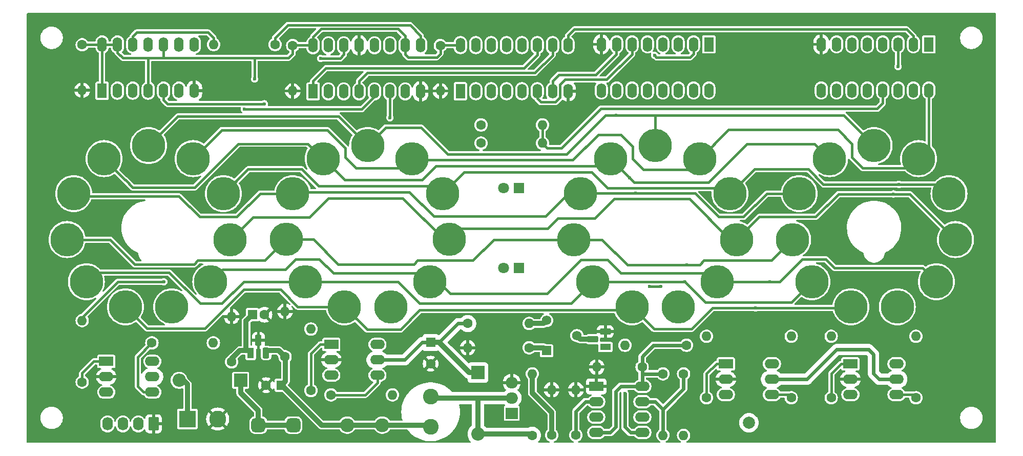
<source format=gbl>
G04 #@! TF.GenerationSoftware,KiCad,Pcbnew,8.0.6*
G04 #@! TF.CreationDate,2025-12-06T11:12:07+01:00*
G04 #@! TF.ProjectId,lpt_nixie_clock,6c70745f-6e69-4786-9965-5f636c6f636b,rev?*
G04 #@! TF.SameCoordinates,Original*
G04 #@! TF.FileFunction,Copper,L2,Bot*
G04 #@! TF.FilePolarity,Positive*
%FSLAX46Y46*%
G04 Gerber Fmt 4.6, Leading zero omitted, Abs format (unit mm)*
G04 Created by KiCad (PCBNEW 8.0.6) date 2025-12-06 11:12:07*
%MOMM*%
%LPD*%
G01*
G04 APERTURE LIST*
G04 Aperture macros list*
%AMRoundRect*
0 Rectangle with rounded corners*
0 $1 Rounding radius*
0 $2 $3 $4 $5 $6 $7 $8 $9 X,Y pos of 4 corners*
0 Add a 4 corners polygon primitive as box body*
4,1,4,$2,$3,$4,$5,$6,$7,$8,$9,$2,$3,0*
0 Add four circle primitives for the rounded corners*
1,1,$1+$1,$2,$3*
1,1,$1+$1,$4,$5*
1,1,$1+$1,$6,$7*
1,1,$1+$1,$8,$9*
0 Add four rect primitives between the rounded corners*
20,1,$1+$1,$2,$3,$4,$5,0*
20,1,$1+$1,$4,$5,$6,$7,0*
20,1,$1+$1,$6,$7,$8,$9,0*
20,1,$1+$1,$8,$9,$2,$3,0*%
G04 Aperture macros list end*
G04 #@! TA.AperFunction,ComponentPad*
%ADD10R,2.800000X2.800000*%
G04 #@! TD*
G04 #@! TA.AperFunction,ComponentPad*
%ADD11C,2.800000*%
G04 #@! TD*
G04 #@! TA.AperFunction,ComponentPad*
%ADD12C,1.600000*%
G04 #@! TD*
G04 #@! TA.AperFunction,ComponentPad*
%ADD13O,1.600000X1.600000*%
G04 #@! TD*
G04 #@! TA.AperFunction,ComponentPad*
%ADD14C,2.600000*%
G04 #@! TD*
G04 #@! TA.AperFunction,ComponentPad*
%ADD15R,2.200000X2.200000*%
G04 #@! TD*
G04 #@! TA.AperFunction,ComponentPad*
%ADD16O,2.200000X2.200000*%
G04 #@! TD*
G04 #@! TA.AperFunction,ComponentPad*
%ADD17R,2.400000X1.600000*%
G04 #@! TD*
G04 #@! TA.AperFunction,ComponentPad*
%ADD18O,2.400000X1.600000*%
G04 #@! TD*
G04 #@! TA.AperFunction,ComponentPad*
%ADD19RoundRect,0.250000X0.620000X0.845000X-0.620000X0.845000X-0.620000X-0.845000X0.620000X-0.845000X0*%
G04 #@! TD*
G04 #@! TA.AperFunction,ComponentPad*
%ADD20O,1.740000X2.190000*%
G04 #@! TD*
G04 #@! TA.AperFunction,ComponentPad*
%ADD21RoundRect,0.575000X-0.575000X-0.575000X0.575000X-0.575000X0.575000X0.575000X-0.575000X0.575000X0*%
G04 #@! TD*
G04 #@! TA.AperFunction,ComponentPad*
%ADD22C,2.300000*%
G04 #@! TD*
G04 #@! TA.AperFunction,ComponentPad*
%ADD23R,1.600000X2.400000*%
G04 #@! TD*
G04 #@! TA.AperFunction,ComponentPad*
%ADD24O,1.600000X2.400000*%
G04 #@! TD*
G04 #@! TA.AperFunction,ComponentPad*
%ADD25R,1.600000X1.600000*%
G04 #@! TD*
G04 #@! TA.AperFunction,ComponentPad*
%ADD26C,2.000000*%
G04 #@! TD*
G04 #@! TA.AperFunction,ComponentPad*
%ADD27R,1.100000X1.800000*%
G04 #@! TD*
G04 #@! TA.AperFunction,ComponentPad*
%ADD28RoundRect,0.275000X-0.275000X-0.625000X0.275000X-0.625000X0.275000X0.625000X-0.275000X0.625000X0*%
G04 #@! TD*
G04 #@! TA.AperFunction,ComponentPad*
%ADD29R,1.800000X1.100000*%
G04 #@! TD*
G04 #@! TA.AperFunction,ComponentPad*
%ADD30RoundRect,0.275000X0.625000X-0.275000X0.625000X0.275000X-0.625000X0.275000X-0.625000X-0.275000X0*%
G04 #@! TD*
G04 #@! TA.AperFunction,ComponentPad*
%ADD31R,1.560000X1.560000*%
G04 #@! TD*
G04 #@! TA.AperFunction,ComponentPad*
%ADD32C,1.560000*%
G04 #@! TD*
G04 #@! TA.AperFunction,ComponentPad*
%ADD33R,2.000000X1.905000*%
G04 #@! TD*
G04 #@! TA.AperFunction,ComponentPad*
%ADD34O,2.000000X1.905000*%
G04 #@! TD*
G04 #@! TA.AperFunction,ComponentPad*
%ADD35R,1.800000X1.800000*%
G04 #@! TD*
G04 #@! TA.AperFunction,ComponentPad*
%ADD36C,1.800000*%
G04 #@! TD*
G04 #@! TA.AperFunction,ComponentPad*
%ADD37C,5.500000*%
G04 #@! TD*
G04 #@! TA.AperFunction,ViaPad*
%ADD38C,0.600000*%
G04 #@! TD*
G04 #@! TA.AperFunction,Conductor*
%ADD39C,0.609600*%
G04 #@! TD*
G04 #@! TA.AperFunction,Conductor*
%ADD40C,0.812800*%
G04 #@! TD*
G04 #@! TA.AperFunction,Conductor*
%ADD41C,0.406400*%
G04 #@! TD*
G04 APERTURE END LIST*
D10*
X90600000Y-148795000D03*
D11*
X95600000Y-148795000D03*
D12*
X147600000Y-151480000D03*
D13*
X147600000Y-141320000D03*
D12*
X197000000Y-145280000D03*
D13*
X197000000Y-135120000D03*
D14*
X130800000Y-150100000D03*
X130800000Y-145100000D03*
D12*
X97900000Y-139350000D03*
D13*
X97900000Y-131850000D03*
D12*
X176400000Y-145280000D03*
D13*
X176400000Y-135120000D03*
D15*
X99380000Y-142400000D03*
D16*
X89220000Y-142400000D03*
D12*
X84720000Y-136200000D03*
D13*
X94880000Y-136200000D03*
D12*
X165750000Y-140200000D03*
D13*
X158250000Y-140200000D03*
D17*
X114375000Y-136475000D03*
D18*
X114375000Y-139015000D03*
X114375000Y-141555000D03*
X121995000Y-141555000D03*
X121995000Y-139015000D03*
X121995000Y-136475000D03*
D19*
X85000000Y-149600000D03*
D20*
X82460000Y-149600000D03*
X79920000Y-149600000D03*
X77380000Y-149600000D03*
D12*
X132400000Y-87075000D03*
D13*
X132400000Y-94575000D03*
D12*
X211000000Y-145280000D03*
D13*
X211000000Y-135120000D03*
D17*
X179575000Y-139675000D03*
D18*
X179575000Y-142215000D03*
X179575000Y-144755000D03*
X187195000Y-144755000D03*
X187195000Y-142215000D03*
X187195000Y-139675000D03*
D21*
X102300000Y-149800000D03*
X108100000Y-149800000D03*
D22*
X117000000Y-149800000D03*
X122800000Y-149800000D03*
D23*
X213140000Y-86875000D03*
D24*
X210600000Y-86875000D03*
X208060000Y-86875000D03*
X205520000Y-86875000D03*
X202980000Y-86875000D03*
X200440000Y-86875000D03*
X197900000Y-86875000D03*
X195360000Y-86875000D03*
X195360000Y-94495000D03*
X197900000Y-94495000D03*
X200440000Y-94495000D03*
X202980000Y-94495000D03*
X205520000Y-94495000D03*
X208060000Y-94495000D03*
X210600000Y-94495000D03*
X213140000Y-94495000D03*
D12*
X114320000Y-144800000D03*
D13*
X124480000Y-144800000D03*
D12*
X136920000Y-133000000D03*
D13*
X147080000Y-133000000D03*
D12*
X139120000Y-100200000D03*
D13*
X149280000Y-100200000D03*
D25*
X106100000Y-143200000D03*
D12*
X103600000Y-143200000D03*
X73200000Y-142680000D03*
D13*
X73200000Y-132520000D03*
D25*
X130800000Y-136147349D03*
D12*
X130800000Y-139647349D03*
D23*
X135700000Y-94625000D03*
D24*
X138240000Y-94625000D03*
X140780000Y-94625000D03*
X143320000Y-94625000D03*
X145860000Y-94625000D03*
X148400000Y-94625000D03*
X150940000Y-94625000D03*
X153480000Y-94625000D03*
X153480000Y-87005000D03*
X150940000Y-87005000D03*
X148400000Y-87005000D03*
X145860000Y-87005000D03*
X143320000Y-87005000D03*
X140780000Y-87005000D03*
X138240000Y-87005000D03*
X135700000Y-87005000D03*
D12*
X111000000Y-144080000D03*
D13*
X111000000Y-133920000D03*
D17*
X77180000Y-139275000D03*
D18*
X77180000Y-141815000D03*
X77180000Y-144355000D03*
X84800000Y-144355000D03*
X84800000Y-141815000D03*
X84800000Y-139275000D03*
D26*
X183400000Y-149400000D03*
D12*
X150800000Y-151450000D03*
D13*
X150800000Y-143950000D03*
D12*
X108000000Y-87075000D03*
D13*
X108000000Y-94575000D03*
D27*
X101060000Y-137870000D03*
D28*
X102330000Y-135800000D03*
X103600000Y-137870000D03*
D12*
X169200000Y-141320000D03*
D13*
X169200000Y-151480000D03*
D29*
X159670000Y-136870000D03*
D30*
X157600000Y-135600000D03*
X159670000Y-134330000D03*
D23*
X76500000Y-94525000D03*
D24*
X79040000Y-94525000D03*
X81580000Y-94525000D03*
X84120000Y-94525000D03*
X86660000Y-94525000D03*
X89200000Y-94525000D03*
X91740000Y-94525000D03*
X91740000Y-86905000D03*
X89200000Y-86905000D03*
X86660000Y-86905000D03*
X84120000Y-86905000D03*
X81580000Y-86905000D03*
X79040000Y-86905000D03*
X76500000Y-86905000D03*
D12*
X173080000Y-136600000D03*
D13*
X162920000Y-136600000D03*
D23*
X176775000Y-86875000D03*
D24*
X174235000Y-86875000D03*
X171695000Y-86875000D03*
X169155000Y-86875000D03*
X166615000Y-86875000D03*
X164075000Y-86875000D03*
X161535000Y-86875000D03*
X158995000Y-86875000D03*
X158995000Y-94495000D03*
X161535000Y-94495000D03*
X164075000Y-94495000D03*
X166615000Y-94495000D03*
X169155000Y-94495000D03*
X171695000Y-94495000D03*
X174235000Y-94495000D03*
X176775000Y-94495000D03*
D12*
X154800000Y-151450000D03*
D13*
X154800000Y-143950000D03*
D12*
X139120000Y-103200000D03*
D13*
X149280000Y-103200000D03*
D25*
X101330000Y-131550000D03*
D12*
X103330000Y-131550000D03*
X147080000Y-137000000D03*
D13*
X136920000Y-137000000D03*
D12*
X105080000Y-86900000D03*
D13*
X94920000Y-86900000D03*
D12*
X106730000Y-138500000D03*
D13*
X106730000Y-131000000D03*
D31*
X149960000Y-137500000D03*
D32*
X154960000Y-135000000D03*
X149960000Y-132500000D03*
D12*
X172600000Y-141320000D03*
D13*
X172600000Y-151480000D03*
D17*
X200175000Y-139675000D03*
D18*
X200175000Y-142215000D03*
X200175000Y-144755000D03*
X207795000Y-144755000D03*
X207795000Y-142215000D03*
X207795000Y-139675000D03*
D15*
X138600000Y-141120000D03*
D16*
X138600000Y-151280000D03*
D33*
X144200000Y-147840000D03*
D34*
X144200000Y-145300000D03*
X144200000Y-142760000D03*
D23*
X111360000Y-94645000D03*
D24*
X113900000Y-94645000D03*
X116440000Y-94645000D03*
X118980000Y-94645000D03*
X121520000Y-94645000D03*
X124060000Y-94645000D03*
X126600000Y-94645000D03*
X129140000Y-94645000D03*
X129140000Y-87025000D03*
X126600000Y-87025000D03*
X124060000Y-87025000D03*
X121520000Y-87025000D03*
X118980000Y-87025000D03*
X116440000Y-87025000D03*
X113900000Y-87025000D03*
X111360000Y-87025000D03*
D17*
X158175000Y-143400000D03*
D18*
X158175000Y-145940000D03*
X158175000Y-148480000D03*
X158175000Y-151020000D03*
X165795000Y-151020000D03*
X165795000Y-148480000D03*
X165795000Y-145940000D03*
X165795000Y-143400000D03*
D12*
X73200000Y-86950000D03*
D13*
X73200000Y-94450000D03*
D12*
X190400000Y-145280000D03*
D13*
X190400000Y-135120000D03*
D35*
X145403200Y-110600000D03*
D36*
X142863200Y-110600000D03*
D37*
X200256865Y-130249104D03*
X193810234Y-126106106D03*
X190626856Y-119135482D03*
X191717433Y-111550356D03*
X196735713Y-105758952D03*
X204088428Y-103600000D03*
X211441143Y-105758952D03*
X216459423Y-111550356D03*
X217550000Y-119135482D03*
X214366622Y-126106106D03*
X207919991Y-130249104D03*
D35*
X145403200Y-123800000D03*
D36*
X142863200Y-123800000D03*
D37*
X80339865Y-130249104D03*
X73893234Y-126106106D03*
X70709856Y-119135482D03*
X71800433Y-111550356D03*
X76818713Y-105758952D03*
X84171428Y-103600000D03*
X91524143Y-105758952D03*
X96542423Y-111550356D03*
X97633000Y-119135482D03*
X94449622Y-126106106D03*
X88002991Y-130249104D03*
X116540243Y-130242998D03*
X110093612Y-126100000D03*
X106910234Y-119129376D03*
X108000811Y-111544250D03*
X113019091Y-105752846D03*
X120371806Y-103593894D03*
X127724521Y-105752846D03*
X132742801Y-111544250D03*
X133833378Y-119129376D03*
X130650000Y-126100000D03*
X124203369Y-130242998D03*
X164056865Y-130249104D03*
X157610234Y-126106106D03*
X154426856Y-119135482D03*
X155517433Y-111550356D03*
X160535713Y-105758952D03*
X167888428Y-103600000D03*
X175241143Y-105758952D03*
X180259423Y-111550356D03*
X181350000Y-119135482D03*
X178166622Y-126106106D03*
X171719991Y-130249104D03*
D38*
X112600000Y-89200000D03*
X162900000Y-144600000D03*
X167000000Y-126900000D03*
X168800000Y-126900000D03*
X103300000Y-96700000D03*
X124060000Y-99000000D03*
X100000000Y-97600000D03*
X86687494Y-126100000D03*
X101700000Y-92600000D03*
X167800000Y-88700000D03*
X208060000Y-90553200D03*
X184503200Y-130400000D03*
X172850000Y-126150000D03*
X163688380Y-108911620D03*
X186900000Y-126106106D03*
X161500000Y-98611572D03*
X164700000Y-111500000D03*
X173196800Y-123300000D03*
X207300000Y-111600000D03*
X208200000Y-110000000D03*
D39*
X156360000Y-145940000D02*
X154800000Y-147500000D01*
X158175000Y-145940000D02*
X156360000Y-145940000D01*
X154800000Y-151450000D02*
X154800000Y-147500000D01*
D40*
X147600000Y-144500000D02*
X150800000Y-147700000D01*
X147600000Y-141320000D02*
X147600000Y-144500000D01*
X150800000Y-147700000D02*
X150800000Y-151450000D01*
X90600000Y-143080000D02*
X89220000Y-141700000D01*
X90600000Y-148800000D02*
X90600000Y-143080000D01*
D41*
X116440000Y-87025000D02*
X116440000Y-88560000D01*
X116440000Y-88560000D02*
X115800000Y-89200000D01*
X115800000Y-89200000D02*
X112600000Y-89200000D01*
X207795000Y-144755000D02*
X210475000Y-144755000D01*
X210475000Y-144755000D02*
X211000000Y-145280000D01*
D39*
X203200000Y-137300000D02*
X204000000Y-138100000D01*
X130800000Y-136147349D02*
X129352651Y-136147349D01*
D40*
X132202651Y-136147349D02*
X130800000Y-136147349D01*
X138600000Y-141120000D02*
X137175302Y-141120000D01*
D39*
X192985000Y-142215000D02*
X197900000Y-137300000D01*
X136920000Y-133000000D02*
X135350000Y-133000000D01*
X204000000Y-138100000D02*
X204000000Y-141300000D01*
D40*
X137175302Y-141120000D02*
X132202651Y-136147349D01*
D39*
X187195000Y-142215000D02*
X192985000Y-142215000D01*
X129352651Y-136147349D02*
X126485000Y-139015000D01*
X135350000Y-133000000D02*
X132202651Y-136147349D01*
X126485000Y-139015000D02*
X121995000Y-139015000D01*
X197900000Y-137300000D02*
X203200000Y-137300000D01*
X204915000Y-142215000D02*
X207795000Y-142215000D01*
X204000000Y-141300000D02*
X204915000Y-142215000D01*
D41*
X197000000Y-141300000D02*
X197000000Y-145280000D01*
X200175000Y-139675000D02*
X198625000Y-139675000D01*
X198625000Y-139675000D02*
X197000000Y-141300000D01*
X189875000Y-144755000D02*
X190400000Y-145280000D01*
X187195000Y-144755000D02*
X189875000Y-144755000D01*
X176400000Y-141300000D02*
X176400000Y-145280000D01*
X179575000Y-139675000D02*
X178025000Y-139675000D01*
X178025000Y-139675000D02*
X176400000Y-141300000D01*
X114375000Y-136475000D02*
X112525000Y-136475000D01*
X112525000Y-136475000D02*
X111000000Y-138000000D01*
X111000000Y-138000000D02*
X111000000Y-144080000D01*
X121995000Y-142805000D02*
X120000000Y-144800000D01*
X121995000Y-141555000D02*
X121995000Y-142805000D01*
X120000000Y-144800000D02*
X114320000Y-144800000D01*
X82400000Y-138520000D02*
X82400000Y-143400000D01*
X83355000Y-144355000D02*
X84800000Y-144355000D01*
X84720000Y-136200000D02*
X82400000Y-138520000D01*
X82400000Y-143400000D02*
X83355000Y-144355000D01*
X75125000Y-139275000D02*
X73200000Y-141200000D01*
X73200000Y-141200000D02*
X73200000Y-142680000D01*
X77180000Y-139275000D02*
X75125000Y-139275000D01*
D40*
X158000000Y-135600000D02*
X155560000Y-135600000D01*
X155560000Y-135600000D02*
X154960000Y-135000000D01*
D39*
X162900000Y-150100000D02*
X162900000Y-144600000D01*
X165795000Y-151020000D02*
X163820000Y-151020000D01*
X163820000Y-151020000D02*
X162900000Y-150100000D01*
X167940000Y-145940000D02*
X169200000Y-147200000D01*
X172600000Y-141320000D02*
X172600000Y-143800000D01*
X169200000Y-147200000D02*
X169200000Y-151480000D01*
X165795000Y-145940000D02*
X167940000Y-145940000D01*
X172600000Y-143800000D02*
X169200000Y-147200000D01*
D40*
X147080000Y-133000000D02*
X149460000Y-133000000D01*
X149460000Y-133000000D02*
X149960000Y-132500000D01*
X149460000Y-137000000D02*
X149960000Y-137500000D01*
X147080000Y-137000000D02*
X149460000Y-137000000D01*
D41*
X86660000Y-96060000D02*
X86660000Y-94525000D01*
X167000000Y-126900000D02*
X168800000Y-126900000D01*
X87300000Y-96700000D02*
X86660000Y-96060000D01*
X103300000Y-96700000D02*
X87300000Y-96700000D01*
X124060000Y-94645000D02*
X124060000Y-99000000D01*
X100000000Y-97600000D02*
X119400000Y-97600000D01*
X119400000Y-97600000D02*
X121520000Y-95480000D01*
X121520000Y-95480000D02*
X121520000Y-94645000D01*
X79100000Y-126100000D02*
X86687494Y-126100000D01*
X73200000Y-132520000D02*
X73200000Y-132000000D01*
X73200000Y-132000000D02*
X79100000Y-126100000D01*
X105080000Y-85820000D02*
X107200000Y-83700000D01*
X105080000Y-86900000D02*
X105080000Y-85820000D01*
X107200000Y-83700000D02*
X127400000Y-83700000D01*
X127400000Y-83700000D02*
X129140000Y-85440000D01*
X129140000Y-85440000D02*
X129140000Y-87025000D01*
X94000000Y-84900000D02*
X82200000Y-84900000D01*
X82200000Y-84900000D02*
X81580000Y-85520000D01*
X94920000Y-85820000D02*
X94000000Y-84900000D01*
X81580000Y-85520000D02*
X81580000Y-86905000D01*
X94920000Y-86900000D02*
X94920000Y-85820000D01*
X111360000Y-94645000D02*
X111360000Y-92940000D01*
X113500000Y-90800000D02*
X146200000Y-90800000D01*
X146200000Y-90800000D02*
X148400000Y-88600000D01*
X148400000Y-88600000D02*
X148400000Y-87005000D01*
X111360000Y-92940000D02*
X113500000Y-90800000D01*
X151400000Y-96400000D02*
X152200000Y-95600000D01*
X148400000Y-94745000D02*
X148400000Y-95800000D01*
X153000000Y-92700000D02*
X159900000Y-92700000D01*
X152200000Y-95600000D02*
X152200000Y-93500000D01*
X149000000Y-96400000D02*
X151400000Y-96400000D01*
X159900000Y-92700000D02*
X164075000Y-88525000D01*
X152200000Y-93500000D02*
X153000000Y-92700000D01*
X164075000Y-88525000D02*
X164075000Y-86875000D01*
X148400000Y-95800000D02*
X149000000Y-96400000D01*
D40*
X101330000Y-131550000D02*
X101250000Y-131550000D01*
D41*
X127100000Y-89000000D02*
X131800000Y-89000000D01*
X73030000Y-86905000D02*
X73000000Y-86875000D01*
X126600000Y-88500000D02*
X127100000Y-89000000D01*
D40*
X100300000Y-132580000D02*
X100300000Y-137470000D01*
D41*
X79900000Y-89100000D02*
X84100000Y-89100000D01*
X111360000Y-87025000D02*
X108050000Y-87025000D01*
X84120000Y-89120000D02*
X84100000Y-89100000D01*
X111360000Y-85640000D02*
X111360000Y-87025000D01*
X125406400Y-84306400D02*
X112693600Y-84306400D01*
D40*
X101060000Y-137470000D02*
X100300000Y-137470000D01*
D41*
X86660000Y-89060000D02*
X86700000Y-89100000D01*
X84100000Y-89100000D02*
X86700000Y-89100000D01*
X126600000Y-85500000D02*
X125406400Y-84306400D01*
X101700000Y-89100000D02*
X107300000Y-89100000D01*
X108000000Y-88400000D02*
X108000000Y-87075000D01*
X132470000Y-87005000D02*
X132400000Y-87075000D01*
X126600000Y-87025000D02*
X126600000Y-85500000D01*
X76500000Y-86905000D02*
X76500000Y-94525000D01*
D40*
X100300000Y-137470000D02*
X99230000Y-137470000D01*
D41*
X131800000Y-89000000D02*
X132400000Y-88400000D01*
X132400000Y-88400000D02*
X132400000Y-87075000D01*
X79040000Y-86905000D02*
X79040000Y-88240000D01*
X76500000Y-86905000D02*
X79040000Y-86905000D01*
X84120000Y-94525000D02*
X84120000Y-89120000D01*
X112693600Y-84306400D02*
X111360000Y-85640000D01*
X126600000Y-87025000D02*
X126600000Y-88500000D01*
X135700000Y-87005000D02*
X132470000Y-87005000D01*
D39*
X111310000Y-87075000D02*
X111360000Y-87025000D01*
D40*
X101330000Y-131550000D02*
X100300000Y-132580000D01*
D41*
X107300000Y-89100000D02*
X108000000Y-88400000D01*
X108050000Y-87025000D02*
X108000000Y-87075000D01*
D40*
X97900000Y-138800000D02*
X97900000Y-139350000D01*
D41*
X86700000Y-89100000D02*
X101700000Y-89100000D01*
X79040000Y-88240000D02*
X79900000Y-89100000D01*
X76500000Y-86905000D02*
X73030000Y-86905000D01*
D40*
X99230000Y-137470000D02*
X97900000Y-138800000D01*
D41*
X101700000Y-92600000D02*
X101700000Y-89100000D01*
X86660000Y-86905000D02*
X86660000Y-89060000D01*
X154500000Y-84400000D02*
X153480000Y-85420000D01*
X210600000Y-86875000D02*
X210600000Y-85500000D01*
X209500000Y-84400000D02*
X154500000Y-84400000D01*
X153480000Y-85420000D02*
X153480000Y-87005000D01*
X210600000Y-85500000D02*
X209500000Y-84400000D01*
X168100000Y-89000000D02*
X173700000Y-89000000D01*
X174235000Y-88465000D02*
X174235000Y-86875000D01*
X173700000Y-89000000D02*
X174235000Y-88465000D01*
X167800000Y-88700000D02*
X168100000Y-89000000D01*
X150940000Y-88660000D02*
X150940000Y-87005000D01*
X148000000Y-91600000D02*
X150940000Y-88660000D01*
X120300000Y-91600000D02*
X148000000Y-91600000D01*
X118980000Y-94645000D02*
X118980000Y-92920000D01*
X118980000Y-92920000D02*
X120300000Y-91600000D01*
X208060000Y-90553200D02*
X208060000Y-86875000D01*
X158100000Y-91900000D02*
X161500000Y-88500000D01*
X161500000Y-86910000D02*
X161535000Y-86875000D01*
X161500000Y-88500000D02*
X161500000Y-86910000D01*
X150940000Y-92960000D02*
X152000000Y-91900000D01*
X152000000Y-91900000D02*
X158100000Y-91900000D01*
X150940000Y-94625000D02*
X150940000Y-92960000D01*
X184503200Y-130400000D02*
X200105969Y-130400000D01*
X108842998Y-130242998D02*
X106000000Y-127400000D01*
X120300000Y-134000000D02*
X116542998Y-130242998D01*
X200105969Y-130400000D02*
X200256865Y-130249104D01*
X167707761Y-133900000D02*
X164056865Y-130249104D01*
X125800000Y-134000000D02*
X120300000Y-134000000D01*
X164056865Y-130249104D02*
X163505969Y-130800000D01*
X116540243Y-130242998D02*
X108842998Y-130242998D01*
X184503200Y-130400000D02*
X177400000Y-130400000D01*
X99900000Y-127400000D02*
X93500000Y-133800000D01*
X177400000Y-130400000D02*
X173900000Y-133900000D01*
X83890761Y-133800000D02*
X80339865Y-130249104D01*
X93500000Y-133800000D02*
X83890761Y-133800000D01*
X163505969Y-130800000D02*
X129000000Y-130800000D01*
X129000000Y-130800000D02*
X125800000Y-134000000D01*
X173900000Y-133900000D02*
X167707761Y-133900000D01*
X116542998Y-130242998D02*
X116540243Y-130242998D01*
X106000000Y-127400000D02*
X99900000Y-127400000D01*
X99900000Y-126100000D02*
X96300000Y-129700000D01*
X154016340Y-129700000D02*
X157610234Y-126106106D01*
X110093612Y-126100000D02*
X99900000Y-126100000D01*
X176200000Y-129500000D02*
X190416340Y-129500000D01*
X75400000Y-124600000D02*
X73893894Y-126106106D01*
X125400000Y-126100000D02*
X129000000Y-129700000D01*
X110093612Y-126100000D02*
X125400000Y-126100000D01*
X87583660Y-124600000D02*
X75400000Y-124600000D01*
X190416340Y-129500000D02*
X193810234Y-126106106D01*
X157610234Y-126106106D02*
X157704128Y-126200000D01*
X129000000Y-129700000D02*
X154016340Y-129700000D01*
X157610234Y-126106106D02*
X172806106Y-126106106D01*
X92683660Y-129700000D02*
X87583660Y-124600000D01*
X96300000Y-129700000D02*
X92683660Y-129700000D01*
X172850000Y-126150000D02*
X176200000Y-129500000D01*
X172806106Y-126106106D02*
X172850000Y-126150000D01*
X159294665Y-107000000D02*
X131650000Y-107000000D01*
X110500000Y-103300000D02*
X112958952Y-105758952D01*
X164476761Y-109700000D02*
X176700000Y-109700000D01*
X129350000Y-109300000D02*
X116566245Y-109300000D01*
X99023239Y-103300000D02*
X110500000Y-103300000D01*
X81523239Y-110500000D02*
X91823239Y-110500000D01*
X80323239Y-109300000D02*
X81523239Y-110500000D01*
X76758952Y-105758952D02*
X80300000Y-109300000D01*
X183100000Y-103300000D02*
X194276761Y-103300000D01*
X163688380Y-108911619D02*
X163688380Y-108911620D01*
X176700000Y-109700000D02*
X183100000Y-103300000D01*
X194276761Y-103300000D02*
X196735713Y-105758952D01*
X163688381Y-108911620D02*
X164476761Y-109700000D01*
X160535713Y-105758952D02*
X159294665Y-107000000D01*
X91823239Y-110500000D02*
X99023239Y-103300000D01*
X160535713Y-105758952D02*
X163688380Y-108911619D01*
X116566245Y-109300000D02*
X113019091Y-105752846D01*
X131650000Y-107000000D02*
X129350000Y-109300000D01*
X163688380Y-108911620D02*
X163688381Y-108911620D01*
X96472728Y-124100000D02*
X106800000Y-124100000D01*
X192200000Y-122400000D02*
X196100000Y-122400000D01*
X176760516Y-124700000D02*
X178166622Y-126106106D01*
X108506106Y-122393894D02*
X112406106Y-122393894D01*
X188493894Y-126106106D02*
X192200000Y-122400000D01*
X132000000Y-126100000D02*
X134000000Y-128100000D01*
X160000000Y-122500000D02*
X162200000Y-124700000D01*
X130650000Y-126100000D02*
X132000000Y-126100000D01*
X178166622Y-126106106D02*
X186900000Y-126106106D01*
X114712212Y-124700000D02*
X129272728Y-124700000D01*
X112406106Y-122393894D02*
X114712212Y-124700000D01*
X129272728Y-124700000D02*
X130672728Y-126100000D01*
X162200000Y-124700000D02*
X176760516Y-124700000D01*
X155600000Y-122500000D02*
X160000000Y-122500000D01*
X134000000Y-128100000D02*
X150000000Y-128100000D01*
X150000000Y-128100000D02*
X155600000Y-122500000D01*
X106800000Y-124100000D02*
X108506106Y-122393894D01*
X94472728Y-126100000D02*
X96472728Y-124100000D01*
X196100000Y-122400000D02*
X197500000Y-123800000D01*
X186900000Y-126106106D02*
X188493894Y-126106106D01*
X197500000Y-123800000D02*
X212060516Y-123800000D01*
X212060516Y-123800000D02*
X214366622Y-126106106D01*
X199100000Y-98600000D02*
X204088428Y-103588428D01*
X84171428Y-103600000D02*
X88971428Y-98800000D01*
X167900000Y-98600000D02*
X199100000Y-98600000D01*
X204088428Y-103588428D02*
X204088428Y-103600000D01*
X167888428Y-98611572D02*
X167900000Y-98600000D01*
X133600000Y-105000000D02*
X153300000Y-105000000D01*
X129200000Y-100600000D02*
X133600000Y-105000000D01*
X167888428Y-103600000D02*
X167888428Y-100000000D01*
X153300000Y-105000000D02*
X159688428Y-98611572D01*
X167888428Y-100000000D02*
X167888428Y-98611572D01*
X88971428Y-98800000D02*
X115577912Y-98800000D01*
X159688428Y-98611572D02*
X161500000Y-98611572D01*
X120371806Y-103593894D02*
X123365700Y-100600000D01*
X115577912Y-98800000D02*
X120371806Y-103593894D01*
X123365700Y-100600000D02*
X129200000Y-100600000D01*
X161500000Y-98611572D02*
X167888428Y-98611572D01*
X131300000Y-115300000D02*
X149800000Y-115300000D01*
X191717433Y-111550356D02*
X186349644Y-111550356D01*
X102599644Y-111550356D02*
X107967433Y-111550356D01*
X178400000Y-115400000D02*
X174500000Y-111500000D01*
X71767433Y-111550356D02*
X72217077Y-112000000D01*
X108245061Y-111300000D02*
X127300000Y-111300000D01*
X92600000Y-115400000D02*
X98750000Y-115400000D01*
X153549644Y-111550356D02*
X155517433Y-111550356D01*
X182500000Y-115400000D02*
X178400000Y-115400000D01*
X149800000Y-115300000D02*
X153549644Y-111550356D01*
X127300000Y-111300000D02*
X131300000Y-115300000D01*
X164700000Y-111500000D02*
X155567789Y-111500000D01*
X155567789Y-111500000D02*
X155517433Y-111550356D01*
X89200000Y-112000000D02*
X92600000Y-115400000D01*
X108000811Y-111544250D02*
X108245061Y-111300000D01*
X98750000Y-115400000D02*
X102599644Y-111550356D01*
X72217077Y-112000000D02*
X89200000Y-112000000D01*
X186349644Y-111550356D02*
X182500000Y-115400000D01*
X174500000Y-111500000D02*
X164700000Y-111500000D01*
X81887662Y-123200000D02*
X91700000Y-123200000D01*
X91700000Y-123200000D02*
X92300000Y-122600000D01*
X159135482Y-119135482D02*
X154426856Y-119135482D01*
X106910234Y-119129376D02*
X111429376Y-119129376D01*
X77823144Y-119135482D02*
X81887662Y-123200000D01*
X175250000Y-123300000D02*
X175950000Y-122600000D01*
X92300000Y-122600000D02*
X103400000Y-122600000D01*
X173196800Y-123300000D02*
X175250000Y-123300000D01*
X175950000Y-122600000D02*
X187162338Y-122600000D01*
X163300000Y-123300000D02*
X159135482Y-119135482D01*
X154362338Y-119200000D02*
X154426856Y-119135482D01*
X103400000Y-122600000D02*
X106864518Y-119135482D01*
X173196800Y-123300000D02*
X163300000Y-123300000D01*
X128000000Y-123200000D02*
X128600000Y-122600000D01*
X128600000Y-122600000D02*
X137800000Y-122600000D01*
X187162338Y-122600000D02*
X190626856Y-119135482D01*
X70664518Y-119135482D02*
X77823144Y-119135482D01*
X141200000Y-119200000D02*
X154362338Y-119200000D01*
X111429376Y-119129376D02*
X115500000Y-123200000D01*
X115500000Y-123200000D02*
X128000000Y-123200000D01*
X137800000Y-122600000D02*
X141200000Y-119200000D01*
X173550000Y-112400000D02*
X161100000Y-112400000D01*
X151800000Y-115600000D02*
X150100000Y-117300000D01*
X194400000Y-115400000D02*
X185085482Y-115400000D01*
X113864518Y-112300000D02*
X126200000Y-112300000D01*
X126200000Y-112300000D02*
X133029376Y-119129376D01*
X135662754Y-117300000D02*
X133833378Y-119129376D01*
X198200000Y-111600000D02*
X194400000Y-115400000D01*
X207300000Y-111600000D02*
X198200000Y-111600000D01*
X161100000Y-112400000D02*
X157900000Y-115600000D01*
X133029376Y-119129376D02*
X133833378Y-119129376D01*
X207400000Y-111600000D02*
X207300000Y-111600000D01*
X181350000Y-119135482D02*
X180285482Y-119135482D01*
X101417741Y-115432259D02*
X110732259Y-115432259D01*
X210000000Y-111600000D02*
X217535482Y-119135482D01*
X217535482Y-119135482D02*
X217550000Y-119135482D01*
X180285482Y-119135482D02*
X173550000Y-112400000D01*
X157900000Y-115600000D02*
X151800000Y-115600000D01*
X110732259Y-115432259D02*
X113864518Y-112300000D01*
X133267741Y-119167741D02*
X133867741Y-119167741D01*
X207400000Y-111600000D02*
X210000000Y-111600000D01*
X185085482Y-115400000D02*
X181350000Y-119135482D01*
X150100000Y-117300000D02*
X135662754Y-117300000D01*
X97682259Y-119167741D02*
X101417741Y-115432259D01*
X164200000Y-103800000D02*
X164200000Y-105800000D01*
X96279476Y-101020524D02*
X113720524Y-101020524D01*
X173400095Y-107600000D02*
X175241143Y-105758952D01*
X118479381Y-107320524D02*
X126179476Y-107320524D01*
X116679381Y-103979381D02*
X116679381Y-105520524D01*
X113720524Y-101020524D02*
X116679381Y-103979381D01*
X158500000Y-101800000D02*
X162200000Y-101800000D01*
X180000095Y-101000000D02*
X198100000Y-101000000D01*
X162200000Y-101800000D02*
X164200000Y-103800000D01*
X126179476Y-107320524D02*
X127724521Y-105775479D01*
X213140000Y-94495000D02*
X213140000Y-104060095D01*
X91520524Y-105779476D02*
X96279476Y-101020524D01*
X202200000Y-107300000D02*
X209900095Y-107300000D01*
X154300000Y-106000000D02*
X158500000Y-101800000D01*
X200400000Y-103300000D02*
X200400000Y-105500000D01*
X198100000Y-101000000D02*
X200400000Y-103300000D01*
X175241143Y-105758952D02*
X180000095Y-101000000D01*
X127724521Y-105752846D02*
X127971675Y-106000000D01*
X209900095Y-107300000D02*
X211441143Y-105758952D01*
X164200000Y-105800000D02*
X166000000Y-107600000D01*
X116679381Y-105520524D02*
X118479381Y-107320524D01*
X200400000Y-105500000D02*
X202200000Y-107300000D01*
X127724521Y-105775479D02*
X127724521Y-105752846D01*
X127971675Y-106000000D02*
X154300000Y-106000000D01*
X213140000Y-104060095D02*
X211441143Y-105758952D01*
X166000000Y-107600000D02*
X173400095Y-107600000D01*
X96575178Y-111575178D02*
X100625534Y-107524822D01*
X214909067Y-110000000D02*
X216459423Y-111550356D01*
X208300000Y-110000000D02*
X214909067Y-110000000D01*
X157400000Y-108000000D02*
X160000000Y-110600000D01*
X195700000Y-110000000D02*
X193200000Y-107500000D01*
X160000000Y-110600000D02*
X179309067Y-110600000D01*
X132742801Y-111544250D02*
X136287051Y-108000000D01*
X184309779Y-107500000D02*
X180259423Y-111550356D01*
X131500000Y-110300000D02*
X132775178Y-111575178D01*
X112290933Y-110300000D02*
X131500000Y-110300000D01*
X136287051Y-108000000D02*
X157400000Y-108000000D01*
X208200000Y-110000000D02*
X195700000Y-110000000D01*
X100625534Y-107524822D02*
X109515755Y-107524822D01*
X179309067Y-110600000D02*
X180259423Y-111550356D01*
X208300000Y-110000000D02*
X208200000Y-110000000D01*
X109515755Y-107524822D02*
X112290933Y-110300000D01*
X193200000Y-107500000D02*
X184309779Y-107500000D01*
X149280000Y-103200000D02*
X150080000Y-104000000D01*
X204600000Y-97500000D02*
X205520000Y-96580000D01*
X149280000Y-103200000D02*
X149280000Y-100200000D01*
X205520000Y-96580000D02*
X205520000Y-94495000D01*
X158950000Y-97500000D02*
X204600000Y-97500000D01*
X150080000Y-104000000D02*
X152450000Y-104000000D01*
X152450000Y-104000000D02*
X158950000Y-97500000D01*
D40*
X131000000Y-145300000D02*
X130800000Y-145100000D01*
X138600000Y-151280000D02*
X147400000Y-151280000D01*
X131100000Y-145000000D02*
X130800000Y-145300000D01*
X144200000Y-145300000D02*
X138600000Y-145300000D01*
X138600000Y-145300000D02*
X131000000Y-145300000D01*
X138600000Y-151280000D02*
X138600000Y-145300000D01*
X147400000Y-151280000D02*
X147600000Y-151480000D01*
X122800000Y-149800000D02*
X130500000Y-149800000D01*
X106800000Y-138570000D02*
X106730000Y-138500000D01*
X112800000Y-149800000D02*
X106200000Y-143200000D01*
D39*
X165750000Y-140200000D02*
X165750000Y-138450000D01*
X161400000Y-150100000D02*
X161400000Y-144200000D01*
X165750000Y-143355000D02*
X165795000Y-143400000D01*
X165750000Y-141500000D02*
X165750000Y-143355000D01*
X160480000Y-151020000D02*
X161400000Y-150100000D01*
D40*
X130500000Y-149800000D02*
X130800000Y-150100000D01*
D39*
X162200000Y-143400000D02*
X165795000Y-143400000D01*
X158175000Y-151020000D02*
X160480000Y-151020000D01*
X161400000Y-144200000D02*
X162200000Y-143400000D01*
X167600000Y-136600000D02*
X173080000Y-136600000D01*
D40*
X122800000Y-149800000D02*
X117000000Y-149800000D01*
X130500000Y-150400000D02*
X130800000Y-150100000D01*
D39*
X165750000Y-138450000D02*
X167600000Y-136600000D01*
X169200000Y-141320000D02*
X165930000Y-141320000D01*
D40*
X105700000Y-137470000D02*
X106730000Y-138500000D01*
X106800000Y-142500000D02*
X106800000Y-138570000D01*
X106100000Y-143200000D02*
X106800000Y-142500000D01*
X106200000Y-143200000D02*
X106100000Y-143200000D01*
X112800000Y-149800000D02*
X117000000Y-149800000D01*
D39*
X165930000Y-141320000D02*
X165750000Y-141500000D01*
D40*
X130700000Y-150400000D02*
X130800000Y-150300000D01*
X103600000Y-137470000D02*
X105700000Y-137470000D01*
D39*
X165750000Y-140200000D02*
X165750000Y-141500000D01*
D40*
X99380000Y-142400000D02*
X99380000Y-144480000D01*
X102300000Y-149800000D02*
X108100000Y-149800000D01*
X99380000Y-144480000D02*
X102300000Y-147400000D01*
X102300000Y-147400000D02*
X102300000Y-149800000D01*
G04 #@! TA.AperFunction,Conductor*
G36*
X224192539Y-81720185D02*
G01*
X224238294Y-81772989D01*
X224249500Y-81824500D01*
X224249500Y-152575500D01*
X224229815Y-152642539D01*
X224177011Y-152688294D01*
X224125500Y-152699500D01*
X173156743Y-152699500D01*
X173089704Y-152679815D01*
X173043949Y-152627011D01*
X173034005Y-152557853D01*
X173063030Y-152494297D01*
X173091466Y-152470073D01*
X173123879Y-152450004D01*
X173266041Y-152361981D01*
X173416764Y-152224579D01*
X173539673Y-152061821D01*
X173630582Y-151879250D01*
X173686397Y-151683083D01*
X173705215Y-151480000D01*
X173705214Y-151479994D01*
X173686397Y-151276917D01*
X173645415Y-151132882D01*
X173630582Y-151080750D01*
X173615638Y-151050739D01*
X173557205Y-150933389D01*
X173539673Y-150898179D01*
X173446290Y-150774520D01*
X173416762Y-150735418D01*
X173266041Y-150598019D01*
X173266039Y-150598017D01*
X173092642Y-150490655D01*
X173092635Y-150490651D01*
X172980489Y-150447206D01*
X172902456Y-150416976D01*
X172701976Y-150379500D01*
X172498024Y-150379500D01*
X172297544Y-150416976D01*
X172297541Y-150416976D01*
X172297541Y-150416977D01*
X172107364Y-150490651D01*
X172107357Y-150490655D01*
X171933960Y-150598017D01*
X171933958Y-150598019D01*
X171783237Y-150735418D01*
X171660327Y-150898178D01*
X171569422Y-151080739D01*
X171569417Y-151080752D01*
X171513602Y-151276917D01*
X171494785Y-151479999D01*
X171494785Y-151480000D01*
X171513602Y-151683082D01*
X171569417Y-151879247D01*
X171569422Y-151879260D01*
X171660327Y-152061821D01*
X171783237Y-152224581D01*
X171933958Y-152361980D01*
X171933960Y-152361982D01*
X172108534Y-152470073D01*
X172155170Y-152522101D01*
X172166274Y-152591082D01*
X172138321Y-152655117D01*
X172080186Y-152693873D01*
X172043257Y-152699500D01*
X169756743Y-152699500D01*
X169689704Y-152679815D01*
X169643949Y-152627011D01*
X169634005Y-152557853D01*
X169663030Y-152494297D01*
X169691466Y-152470073D01*
X169723879Y-152450004D01*
X169866041Y-152361981D01*
X170016764Y-152224579D01*
X170139673Y-152061821D01*
X170230582Y-151879250D01*
X170286397Y-151683083D01*
X170305215Y-151480000D01*
X170305214Y-151479994D01*
X170286397Y-151276917D01*
X170245415Y-151132882D01*
X170230582Y-151080750D01*
X170215638Y-151050739D01*
X170157205Y-150933389D01*
X170139673Y-150898179D01*
X170046290Y-150774520D01*
X170016762Y-150735418D01*
X169866043Y-150598020D01*
X169864011Y-150596762D01*
X169863246Y-150595908D01*
X169861472Y-150594569D01*
X169861734Y-150594221D01*
X169817381Y-150544729D01*
X169805300Y-150491342D01*
X169805300Y-149400000D01*
X181784921Y-149400000D01*
X181804804Y-149652649D01*
X181804804Y-149652652D01*
X181804805Y-149652654D01*
X181860869Y-149886176D01*
X181863971Y-149899094D01*
X181960953Y-150133231D01*
X182093370Y-150349314D01*
X182093371Y-150349316D01*
X182093372Y-150349318D01*
X182093374Y-150349320D01*
X182257967Y-150542033D01*
X182450680Y-150706626D01*
X182450682Y-150706627D01*
X182450683Y-150706628D01*
X182450685Y-150706629D01*
X182666768Y-150839046D01*
X182900906Y-150936028D01*
X182900903Y-150936028D01*
X182900909Y-150936029D01*
X182900913Y-150936031D01*
X183147346Y-150995195D01*
X183400000Y-151015079D01*
X183652654Y-150995195D01*
X183899087Y-150936031D01*
X184133231Y-150839046D01*
X184349320Y-150706626D01*
X184542033Y-150542033D01*
X184706626Y-150349320D01*
X184839046Y-150133231D01*
X184936031Y-149899087D01*
X184995195Y-149652654D01*
X185015079Y-149400000D01*
X184995195Y-149147346D01*
X184936031Y-148900913D01*
X184920117Y-148862493D01*
X184839046Y-148666768D01*
X184723804Y-148478711D01*
X218299500Y-148478711D01*
X218299500Y-148721288D01*
X218326408Y-148925684D01*
X218331162Y-148961789D01*
X218361072Y-149073415D01*
X218393947Y-149196104D01*
X218445023Y-149319411D01*
X218486776Y-149420212D01*
X218608064Y-149630289D01*
X218608066Y-149630292D01*
X218608067Y-149630293D01*
X218755733Y-149822736D01*
X218755739Y-149822743D01*
X218927256Y-149994260D01*
X218927263Y-149994266D01*
X218934903Y-150000128D01*
X219119711Y-150141936D01*
X219329788Y-150263224D01*
X219553900Y-150356054D01*
X219788211Y-150418838D01*
X219968586Y-150442584D01*
X220028711Y-150450500D01*
X220028712Y-150450500D01*
X220271289Y-150450500D01*
X220326654Y-150443211D01*
X220511789Y-150418838D01*
X220746100Y-150356054D01*
X220970212Y-150263224D01*
X221180289Y-150141936D01*
X221372738Y-149994265D01*
X221544265Y-149822738D01*
X221691936Y-149630289D01*
X221813224Y-149420212D01*
X221906054Y-149196100D01*
X221968838Y-148961789D01*
X222000500Y-148721288D01*
X222000500Y-148478712D01*
X221968838Y-148238211D01*
X221906054Y-148003900D01*
X221813224Y-147779788D01*
X221691936Y-147569711D01*
X221607849Y-147460127D01*
X221544266Y-147377263D01*
X221544260Y-147377256D01*
X221372743Y-147205739D01*
X221372736Y-147205733D01*
X221180293Y-147058067D01*
X221180292Y-147058066D01*
X221180289Y-147058064D01*
X220970212Y-146936776D01*
X220970205Y-146936773D01*
X220746104Y-146843947D01*
X220511785Y-146781161D01*
X220271289Y-146749500D01*
X220271288Y-146749500D01*
X220028712Y-146749500D01*
X220028711Y-146749500D01*
X219788214Y-146781161D01*
X219553895Y-146843947D01*
X219329794Y-146936773D01*
X219329785Y-146936777D01*
X219119706Y-147058067D01*
X218927263Y-147205733D01*
X218927256Y-147205739D01*
X218755739Y-147377256D01*
X218755733Y-147377263D01*
X218608067Y-147569706D01*
X218486777Y-147779785D01*
X218486773Y-147779794D01*
X218393947Y-148003895D01*
X218331161Y-148238214D01*
X218299500Y-148478711D01*
X184723804Y-148478711D01*
X184706629Y-148450685D01*
X184706628Y-148450683D01*
X184706627Y-148450682D01*
X184706626Y-148450680D01*
X184542033Y-148257967D01*
X184349320Y-148093374D01*
X184349318Y-148093372D01*
X184349316Y-148093371D01*
X184349314Y-148093370D01*
X184133231Y-147960953D01*
X183899093Y-147863971D01*
X183899096Y-147863971D01*
X183789409Y-147837637D01*
X183652654Y-147804805D01*
X183652652Y-147804804D01*
X183652649Y-147804804D01*
X183400000Y-147784921D01*
X183147350Y-147804804D01*
X182900905Y-147863971D01*
X182666768Y-147960953D01*
X182450685Y-148093370D01*
X182450683Y-148093371D01*
X182257967Y-148257967D01*
X182093371Y-148450683D01*
X182093370Y-148450685D01*
X181960953Y-148666768D01*
X181863971Y-148900905D01*
X181863969Y-148900912D01*
X181863969Y-148900913D01*
X181856798Y-148930783D01*
X181804804Y-149147350D01*
X181784921Y-149400000D01*
X169805300Y-149400000D01*
X169805300Y-147502085D01*
X169824985Y-147435046D01*
X169841619Y-147414404D01*
X171427621Y-145828402D01*
X171976024Y-145279999D01*
X175294785Y-145279999D01*
X175294785Y-145280000D01*
X175313602Y-145483082D01*
X175369417Y-145679247D01*
X175369422Y-145679260D01*
X175460327Y-145861821D01*
X175583237Y-146024581D01*
X175733958Y-146161980D01*
X175733960Y-146161982D01*
X175791642Y-146197697D01*
X175907363Y-146269348D01*
X176097544Y-146343024D01*
X176298024Y-146380500D01*
X176298026Y-146380500D01*
X176501974Y-146380500D01*
X176501976Y-146380500D01*
X176702456Y-146343024D01*
X176892637Y-146269348D01*
X177066041Y-146161981D01*
X177216764Y-146024579D01*
X177339673Y-145861821D01*
X177430582Y-145679250D01*
X177486397Y-145483083D01*
X177505215Y-145280000D01*
X177497284Y-145194414D01*
X177486397Y-145076917D01*
X177468126Y-145012701D01*
X177430582Y-144880750D01*
X177429404Y-144878385D01*
X177384807Y-144788820D01*
X177339673Y-144698179D01*
X177269460Y-144605202D01*
X177216762Y-144535418D01*
X177066041Y-144398019D01*
X177066036Y-144398015D01*
X176962422Y-144333859D01*
X176915787Y-144281831D01*
X176903700Y-144228433D01*
X176903700Y-141560000D01*
X176923385Y-141492961D01*
X176940014Y-141472323D01*
X177885074Y-140527263D01*
X177946395Y-140493780D01*
X178016086Y-140498764D01*
X178072020Y-140540636D01*
X178086187Y-140564859D01*
X178105667Y-140608977D01*
X178122794Y-140647765D01*
X178202235Y-140727206D01*
X178305009Y-140772585D01*
X178330135Y-140775500D01*
X178620187Y-140775499D01*
X178687223Y-140795183D01*
X178732978Y-140847987D01*
X178742922Y-140917146D01*
X178713897Y-140980701D01*
X178676479Y-141009984D01*
X178493650Y-141103140D01*
X178328105Y-141223417D01*
X178328104Y-141223417D01*
X178183417Y-141368104D01*
X178183417Y-141368105D01*
X178063140Y-141533650D01*
X177970244Y-141715970D01*
X177907009Y-141910586D01*
X177898391Y-141965000D01*
X179259314Y-141965000D01*
X179254920Y-141969394D01*
X179202259Y-142060606D01*
X179175000Y-142162339D01*
X179175000Y-142267661D01*
X179202259Y-142369394D01*
X179254920Y-142460606D01*
X179259314Y-142465000D01*
X177898391Y-142465000D01*
X177907009Y-142519413D01*
X177970244Y-142714029D01*
X178063140Y-142896349D01*
X178183417Y-143061894D01*
X178183417Y-143061895D01*
X178328104Y-143206582D01*
X178493650Y-143326859D01*
X178675970Y-143419755D01*
X178836613Y-143471952D01*
X178894289Y-143511390D01*
X178921487Y-143575748D01*
X178909572Y-143644595D01*
X178862328Y-143696070D01*
X178836614Y-143707814D01*
X178767196Y-143730370D01*
X178752549Y-143735129D01*
X178598211Y-143813768D01*
X178538075Y-143857460D01*
X178458072Y-143915586D01*
X178458070Y-143915588D01*
X178458069Y-143915588D01*
X178335588Y-144038069D01*
X178335588Y-144038070D01*
X178335586Y-144038072D01*
X178300789Y-144085966D01*
X178233768Y-144178211D01*
X178155128Y-144332552D01*
X178155127Y-144332554D01*
X178155127Y-144332555D01*
X178132969Y-144400750D01*
X178101597Y-144497302D01*
X178074500Y-144668389D01*
X178074500Y-144841610D01*
X178100074Y-145003083D01*
X178101598Y-145012701D01*
X178155127Y-145177445D01*
X178233768Y-145331788D01*
X178335586Y-145471928D01*
X178458072Y-145594414D01*
X178598212Y-145696232D01*
X178752555Y-145774873D01*
X178917299Y-145828402D01*
X179088389Y-145855500D01*
X179088390Y-145855500D01*
X180061610Y-145855500D01*
X180061611Y-145855500D01*
X180232701Y-145828402D01*
X180397445Y-145774873D01*
X180551788Y-145696232D01*
X180691928Y-145594414D01*
X180814414Y-145471928D01*
X180916232Y-145331788D01*
X180994873Y-145177445D01*
X181048402Y-145012701D01*
X181075500Y-144841611D01*
X181075500Y-144668389D01*
X181048402Y-144497299D01*
X180994873Y-144332555D01*
X180916232Y-144178212D01*
X180814414Y-144038072D01*
X180691928Y-143915586D01*
X180551788Y-143813768D01*
X180545678Y-143810655D01*
X180397449Y-143735128D01*
X180313385Y-143707814D01*
X180255710Y-143668376D01*
X180228512Y-143604017D01*
X180240427Y-143535171D01*
X180287672Y-143483695D01*
X180313386Y-143471952D01*
X180474029Y-143419755D01*
X180656349Y-143326859D01*
X180821894Y-143206582D01*
X180821895Y-143206582D01*
X180966582Y-143061895D01*
X180966582Y-143061894D01*
X181086859Y-142896349D01*
X181179755Y-142714029D01*
X181242990Y-142519413D01*
X181251609Y-142465000D01*
X179890686Y-142465000D01*
X179895080Y-142460606D01*
X179947741Y-142369394D01*
X179975000Y-142267661D01*
X179975000Y-142162339D01*
X179959374Y-142104023D01*
X185384900Y-142104023D01*
X185384900Y-142325977D01*
X185385539Y-142330009D01*
X185419622Y-142545200D01*
X185488207Y-142756287D01*
X185488208Y-142756290D01*
X185548084Y-142873800D01*
X185587228Y-142950625D01*
X185588977Y-142954056D01*
X185719430Y-143133611D01*
X185719434Y-143133616D01*
X185876383Y-143290565D01*
X185876388Y-143290569D01*
X185972020Y-143360049D01*
X186055947Y-143421025D01*
X186178943Y-143483695D01*
X186253709Y-143521791D01*
X186253715Y-143521793D01*
X186297228Y-143535931D01*
X186354904Y-143575367D01*
X186382103Y-143639726D01*
X186370189Y-143708572D01*
X186322945Y-143760049D01*
X186315206Y-143764347D01*
X186218211Y-143813768D01*
X186158075Y-143857460D01*
X186078072Y-143915586D01*
X186078070Y-143915588D01*
X186078069Y-143915588D01*
X185955588Y-144038069D01*
X185955588Y-144038070D01*
X185955586Y-144038072D01*
X185920789Y-144085966D01*
X185853768Y-144178211D01*
X185775128Y-144332552D01*
X185775127Y-144332554D01*
X185775127Y-144332555D01*
X185752969Y-144400750D01*
X185721597Y-144497302D01*
X185694500Y-144668389D01*
X185694500Y-144841610D01*
X185720074Y-145003083D01*
X185721598Y-145012701D01*
X185775127Y-145177445D01*
X185853768Y-145331788D01*
X185955586Y-145471928D01*
X186078072Y-145594414D01*
X186218212Y-145696232D01*
X186372555Y-145774873D01*
X186537299Y-145828402D01*
X186708389Y-145855500D01*
X186708390Y-145855500D01*
X187681610Y-145855500D01*
X187681611Y-145855500D01*
X187852701Y-145828402D01*
X188017445Y-145774873D01*
X188171788Y-145696232D01*
X188311928Y-145594414D01*
X188434414Y-145471928D01*
X188536232Y-145331788D01*
X188537403Y-145329488D01*
X188538977Y-145326402D01*
X188586953Y-145275607D01*
X188649460Y-145258700D01*
X189179770Y-145258700D01*
X189246809Y-145278385D01*
X189292564Y-145331189D01*
X189303241Y-145371259D01*
X189313602Y-145483081D01*
X189369417Y-145679247D01*
X189369422Y-145679260D01*
X189460327Y-145861821D01*
X189583237Y-146024581D01*
X189733958Y-146161980D01*
X189733960Y-146161982D01*
X189791642Y-146197697D01*
X189907363Y-146269348D01*
X190097544Y-146343024D01*
X190298024Y-146380500D01*
X190298026Y-146380500D01*
X190501974Y-146380500D01*
X190501976Y-146380500D01*
X190702456Y-146343024D01*
X190892637Y-146269348D01*
X191066041Y-146161981D01*
X191216764Y-146024579D01*
X191339673Y-145861821D01*
X191430582Y-145679250D01*
X191486397Y-145483083D01*
X191505215Y-145280000D01*
X191505215Y-145279999D01*
X195894785Y-145279999D01*
X195894785Y-145280000D01*
X195913602Y-145483082D01*
X195969417Y-145679247D01*
X195969422Y-145679260D01*
X196060327Y-145861821D01*
X196183237Y-146024581D01*
X196333958Y-146161980D01*
X196333960Y-146161982D01*
X196391642Y-146197697D01*
X196507363Y-146269348D01*
X196697544Y-146343024D01*
X196898024Y-146380500D01*
X196898026Y-146380500D01*
X197101974Y-146380500D01*
X197101976Y-146380500D01*
X197302456Y-146343024D01*
X197492637Y-146269348D01*
X197666041Y-146161981D01*
X197816764Y-146024579D01*
X197939673Y-145861821D01*
X198030582Y-145679250D01*
X198086397Y-145483083D01*
X198105215Y-145280000D01*
X198097284Y-145194414D01*
X198086397Y-145076917D01*
X198068126Y-145012701D01*
X198030582Y-144880750D01*
X198029404Y-144878385D01*
X197984807Y-144788820D01*
X197939673Y-144698179D01*
X197869460Y-144605202D01*
X197816762Y-144535418D01*
X197666041Y-144398019D01*
X197666036Y-144398015D01*
X197562422Y-144333859D01*
X197515787Y-144281831D01*
X197503700Y-144228433D01*
X197503700Y-141560000D01*
X197523385Y-141492961D01*
X197540014Y-141472323D01*
X198485074Y-140527263D01*
X198546395Y-140493780D01*
X198616086Y-140498764D01*
X198672020Y-140540636D01*
X198686187Y-140564859D01*
X198705667Y-140608977D01*
X198722794Y-140647765D01*
X198802235Y-140727206D01*
X198905009Y-140772585D01*
X198930135Y-140775500D01*
X199220187Y-140775499D01*
X199287223Y-140795183D01*
X199332978Y-140847987D01*
X199342922Y-140917146D01*
X199313897Y-140980701D01*
X199276479Y-141009984D01*
X199093650Y-141103140D01*
X198928105Y-141223417D01*
X198928104Y-141223417D01*
X198783417Y-141368104D01*
X198783417Y-141368105D01*
X198663140Y-141533650D01*
X198570244Y-141715970D01*
X198507009Y-141910586D01*
X198498391Y-141965000D01*
X199859314Y-141965000D01*
X199854920Y-141969394D01*
X199802259Y-142060606D01*
X199775000Y-142162339D01*
X199775000Y-142267661D01*
X199802259Y-142369394D01*
X199854920Y-142460606D01*
X199859314Y-142465000D01*
X198498391Y-142465000D01*
X198507009Y-142519413D01*
X198570244Y-142714029D01*
X198663140Y-142896349D01*
X198783417Y-143061894D01*
X198783417Y-143061895D01*
X198928104Y-143206582D01*
X199093650Y-143326859D01*
X199275970Y-143419755D01*
X199436613Y-143471952D01*
X199494289Y-143511390D01*
X199521487Y-143575748D01*
X199509572Y-143644595D01*
X199462328Y-143696070D01*
X199436614Y-143707814D01*
X199367196Y-143730370D01*
X199352549Y-143735129D01*
X199198211Y-143813768D01*
X199138075Y-143857460D01*
X199058072Y-143915586D01*
X199058070Y-143915588D01*
X199058069Y-143915588D01*
X198935588Y-144038069D01*
X198935588Y-144038070D01*
X198935586Y-144038072D01*
X198900789Y-144085966D01*
X198833768Y-144178211D01*
X198755128Y-144332552D01*
X198755127Y-144332554D01*
X198755127Y-144332555D01*
X198732969Y-144400750D01*
X198701597Y-144497302D01*
X198674500Y-144668389D01*
X198674500Y-144841610D01*
X198700074Y-145003083D01*
X198701598Y-145012701D01*
X198755127Y-145177445D01*
X198833768Y-145331788D01*
X198935586Y-145471928D01*
X199058072Y-145594414D01*
X199198212Y-145696232D01*
X199352555Y-145774873D01*
X199517299Y-145828402D01*
X199688389Y-145855500D01*
X199688390Y-145855500D01*
X200661610Y-145855500D01*
X200661611Y-145855500D01*
X200832701Y-145828402D01*
X200997445Y-145774873D01*
X201151788Y-145696232D01*
X201291928Y-145594414D01*
X201414414Y-145471928D01*
X201516232Y-145331788D01*
X201594873Y-145177445D01*
X201648402Y-145012701D01*
X201675500Y-144841611D01*
X201675500Y-144668389D01*
X201648402Y-144497299D01*
X201594873Y-144332555D01*
X201516232Y-144178212D01*
X201414414Y-144038072D01*
X201291928Y-143915586D01*
X201151788Y-143813768D01*
X201145678Y-143810655D01*
X200997449Y-143735128D01*
X200913385Y-143707814D01*
X200855710Y-143668376D01*
X200828512Y-143604017D01*
X200840427Y-143535171D01*
X200887672Y-143483695D01*
X200913386Y-143471952D01*
X201074029Y-143419755D01*
X201256349Y-143326859D01*
X201421894Y-143206582D01*
X201421895Y-143206582D01*
X201566582Y-143061895D01*
X201566582Y-143061894D01*
X201686859Y-142896349D01*
X201779755Y-142714029D01*
X201842990Y-142519413D01*
X201851609Y-142465000D01*
X200490686Y-142465000D01*
X200495080Y-142460606D01*
X200547741Y-142369394D01*
X200575000Y-142267661D01*
X200575000Y-142162339D01*
X200547741Y-142060606D01*
X200495080Y-141969394D01*
X200490686Y-141965000D01*
X201851609Y-141965000D01*
X201842990Y-141910586D01*
X201779755Y-141715970D01*
X201686859Y-141533650D01*
X201566582Y-141368105D01*
X201566582Y-141368104D01*
X201421895Y-141223417D01*
X201256349Y-141103140D01*
X201073519Y-141009984D01*
X201022723Y-140962010D01*
X201005928Y-140894189D01*
X201028465Y-140828054D01*
X201083180Y-140784602D01*
X201129813Y-140775499D01*
X201419864Y-140775499D01*
X201419879Y-140775497D01*
X201419882Y-140775497D01*
X201444987Y-140772586D01*
X201444988Y-140772585D01*
X201444991Y-140772585D01*
X201547765Y-140727206D01*
X201627206Y-140647765D01*
X201672585Y-140544991D01*
X201675500Y-140519865D01*
X201675499Y-138830136D01*
X201673730Y-138814882D01*
X201672586Y-138805012D01*
X201672585Y-138805010D01*
X201672585Y-138805009D01*
X201627206Y-138702235D01*
X201547765Y-138622794D01*
X201508412Y-138605418D01*
X201444992Y-138577415D01*
X201419865Y-138574500D01*
X198930143Y-138574500D01*
X198930117Y-138574502D01*
X198905012Y-138577413D01*
X198905008Y-138577415D01*
X198802235Y-138622793D01*
X198722794Y-138702234D01*
X198677415Y-138805006D01*
X198677415Y-138805008D01*
X198674500Y-138830131D01*
X198674500Y-139047307D01*
X198654815Y-139114346D01*
X198602011Y-139160101D01*
X198566694Y-139170245D01*
X198558694Y-139171298D01*
X198558687Y-139171300D01*
X198430579Y-139205627D01*
X198363112Y-139244579D01*
X198349297Y-139252555D01*
X198315722Y-139271939D01*
X198315719Y-139271941D01*
X196596941Y-140990719D01*
X196596937Y-140990724D01*
X196530628Y-141105576D01*
X196530627Y-141105577D01*
X196521555Y-141139434D01*
X196496300Y-141233687D01*
X196496300Y-141233689D01*
X196496300Y-144228433D01*
X196476615Y-144295472D01*
X196437578Y-144333859D01*
X196333963Y-144398015D01*
X196333958Y-144398019D01*
X196183237Y-144535418D01*
X196060327Y-144698178D01*
X195969422Y-144880739D01*
X195969417Y-144880752D01*
X195913602Y-145076917D01*
X195894785Y-145279999D01*
X191505215Y-145279999D01*
X191497284Y-145194414D01*
X191486397Y-145076917D01*
X191468126Y-145012701D01*
X191430582Y-144880750D01*
X191429404Y-144878385D01*
X191384807Y-144788820D01*
X191339673Y-144698179D01*
X191269460Y-144605202D01*
X191216762Y-144535418D01*
X191066041Y-144398019D01*
X191066039Y-144398017D01*
X190892642Y-144290655D01*
X190892635Y-144290651D01*
X190770954Y-144243512D01*
X190702456Y-144216976D01*
X190501976Y-144179500D01*
X190298024Y-144179500D01*
X190211864Y-144195606D01*
X190097536Y-144216977D01*
X190019054Y-144247381D01*
X189949431Y-144253242D01*
X189942178Y-144251531D01*
X189941320Y-144251301D01*
X189941314Y-144251300D01*
X189941313Y-144251300D01*
X189941311Y-144251300D01*
X188649460Y-144251300D01*
X188582421Y-144231615D01*
X188538977Y-144183598D01*
X188536233Y-144178214D01*
X188533203Y-144174043D01*
X188434414Y-144038072D01*
X188311928Y-143915586D01*
X188171788Y-143813768D01*
X188074793Y-143764347D01*
X188023997Y-143716373D01*
X188007202Y-143648552D01*
X188029739Y-143582417D01*
X188084454Y-143538965D01*
X188092753Y-143535936D01*
X188136290Y-143521791D01*
X188334053Y-143421025D01*
X188513618Y-143290564D01*
X188637963Y-143166219D01*
X188699286Y-143132734D01*
X188725644Y-143129900D01*
X193075111Y-143129900D01*
X193075112Y-143129899D01*
X193251867Y-143094741D01*
X193418368Y-143025774D01*
X193568215Y-142925649D01*
X193695649Y-142798215D01*
X193695650Y-142798214D01*
X198242645Y-138251219D01*
X198303968Y-138217734D01*
X198330326Y-138214900D01*
X202769674Y-138214900D01*
X202836713Y-138234585D01*
X202857355Y-138251219D01*
X203048781Y-138442644D01*
X203082266Y-138503967D01*
X203085100Y-138530325D01*
X203085100Y-141390114D01*
X203120257Y-141566859D01*
X203120259Y-141566867D01*
X203189224Y-141733365D01*
X203232425Y-141798019D01*
X203232425Y-141798020D01*
X203289347Y-141883210D01*
X203289353Y-141883218D01*
X204331781Y-142925646D01*
X204331785Y-142925649D01*
X204481625Y-143025770D01*
X204481631Y-143025773D01*
X204481632Y-143025774D01*
X204648133Y-143094741D01*
X204824885Y-143129899D01*
X204824889Y-143129900D01*
X204824890Y-143129900D01*
X205005109Y-143129900D01*
X206264356Y-143129900D01*
X206331395Y-143149585D01*
X206352037Y-143166219D01*
X206476383Y-143290565D01*
X206476388Y-143290569D01*
X206572020Y-143360049D01*
X206655947Y-143421025D01*
X206778943Y-143483695D01*
X206853709Y-143521791D01*
X206853715Y-143521793D01*
X206897228Y-143535931D01*
X206954904Y-143575367D01*
X206982103Y-143639726D01*
X206970189Y-143708572D01*
X206922945Y-143760049D01*
X206915206Y-143764347D01*
X206818211Y-143813768D01*
X206758075Y-143857460D01*
X206678072Y-143915586D01*
X206678070Y-143915588D01*
X206678069Y-143915588D01*
X206555588Y-144038069D01*
X206555588Y-144038070D01*
X206555586Y-144038072D01*
X206520789Y-144085966D01*
X206453768Y-144178211D01*
X206375128Y-144332552D01*
X206375127Y-144332554D01*
X206375127Y-144332555D01*
X206352969Y-144400750D01*
X206321597Y-144497302D01*
X206294500Y-144668389D01*
X206294500Y-144841610D01*
X206320074Y-145003083D01*
X206321598Y-145012701D01*
X206375127Y-145177445D01*
X206453768Y-145331788D01*
X206555586Y-145471928D01*
X206678072Y-145594414D01*
X206818212Y-145696232D01*
X206972555Y-145774873D01*
X207137299Y-145828402D01*
X207308389Y-145855500D01*
X207308390Y-145855500D01*
X208281610Y-145855500D01*
X208281611Y-145855500D01*
X208452701Y-145828402D01*
X208617445Y-145774873D01*
X208771788Y-145696232D01*
X208911928Y-145594414D01*
X209034414Y-145471928D01*
X209136232Y-145331788D01*
X209137403Y-145329488D01*
X209138977Y-145326402D01*
X209186953Y-145275607D01*
X209249460Y-145258700D01*
X209779770Y-145258700D01*
X209846809Y-145278385D01*
X209892564Y-145331189D01*
X209903241Y-145371259D01*
X209913602Y-145483081D01*
X209969417Y-145679247D01*
X209969422Y-145679260D01*
X210060327Y-145861821D01*
X210183237Y-146024581D01*
X210333958Y-146161980D01*
X210333960Y-146161982D01*
X210391642Y-146197697D01*
X210507363Y-146269348D01*
X210697544Y-146343024D01*
X210898024Y-146380500D01*
X210898026Y-146380500D01*
X211101974Y-146380500D01*
X211101976Y-146380500D01*
X211302456Y-146343024D01*
X211492637Y-146269348D01*
X211666041Y-146161981D01*
X211816764Y-146024579D01*
X211939673Y-145861821D01*
X212030582Y-145679250D01*
X212086397Y-145483083D01*
X212105215Y-145280000D01*
X212097284Y-145194414D01*
X212086397Y-145076917D01*
X212068126Y-145012701D01*
X212030582Y-144880750D01*
X212029404Y-144878385D01*
X211984807Y-144788820D01*
X211939673Y-144698179D01*
X211869460Y-144605202D01*
X211816762Y-144535418D01*
X211666041Y-144398019D01*
X211666039Y-144398017D01*
X211492642Y-144290655D01*
X211492635Y-144290651D01*
X211370954Y-144243512D01*
X211302456Y-144216976D01*
X211101976Y-144179500D01*
X210898024Y-144179500D01*
X210811864Y-144195606D01*
X210697536Y-144216977D01*
X210619054Y-144247381D01*
X210549431Y-144253242D01*
X210542178Y-144251531D01*
X210541320Y-144251301D01*
X210541314Y-144251300D01*
X210541313Y-144251300D01*
X210541311Y-144251300D01*
X209249460Y-144251300D01*
X209182421Y-144231615D01*
X209138977Y-144183598D01*
X209136233Y-144178214D01*
X209133203Y-144174043D01*
X209034414Y-144038072D01*
X208911928Y-143915586D01*
X208771788Y-143813768D01*
X208674793Y-143764347D01*
X208623997Y-143716373D01*
X208607202Y-143648552D01*
X208629739Y-143582417D01*
X208684454Y-143538965D01*
X208692753Y-143535936D01*
X208736290Y-143521791D01*
X208934053Y-143421025D01*
X209113618Y-143290564D01*
X209270564Y-143133618D01*
X209401025Y-142954053D01*
X209501791Y-142756290D01*
X209570378Y-142545199D01*
X209605100Y-142325977D01*
X209605100Y-142104023D01*
X209570378Y-141884801D01*
X209530588Y-141762339D01*
X209501792Y-141673712D01*
X209501791Y-141673709D01*
X209443852Y-141560000D01*
X209401025Y-141475947D01*
X209322673Y-141368104D01*
X209270569Y-141296388D01*
X209270565Y-141296383D01*
X209113616Y-141139434D01*
X209113611Y-141139430D01*
X208934056Y-141008977D01*
X208934055Y-141008976D01*
X208934053Y-141008975D01*
X208832744Y-140957355D01*
X208736290Y-140908208D01*
X208736287Y-140908207D01*
X208692770Y-140894068D01*
X208635094Y-140854630D01*
X208607896Y-140790272D01*
X208619811Y-140721425D01*
X208667055Y-140669950D01*
X208674783Y-140665657D01*
X208771788Y-140616232D01*
X208911928Y-140514414D01*
X209034414Y-140391928D01*
X209136232Y-140251788D01*
X209214873Y-140097445D01*
X209268402Y-139932701D01*
X209295500Y-139761611D01*
X209295500Y-139588389D01*
X209268402Y-139417299D01*
X209214873Y-139252555D01*
X209136232Y-139098212D01*
X209034414Y-138958072D01*
X208911928Y-138835586D01*
X208771788Y-138733768D01*
X208617445Y-138655127D01*
X208452701Y-138601598D01*
X208452699Y-138601597D01*
X208452698Y-138601597D01*
X208321271Y-138580781D01*
X208281611Y-138574500D01*
X207308389Y-138574500D01*
X207268728Y-138580781D01*
X207137302Y-138601597D01*
X206972552Y-138655128D01*
X206818211Y-138733768D01*
X206759972Y-138776082D01*
X206678072Y-138835586D01*
X206678070Y-138835588D01*
X206678069Y-138835588D01*
X206555588Y-138958069D01*
X206555588Y-138958070D01*
X206555586Y-138958072D01*
X206528854Y-138994865D01*
X206453768Y-139098211D01*
X206375128Y-139252552D01*
X206375127Y-139252554D01*
X206375127Y-139252555D01*
X206366736Y-139278381D01*
X206321597Y-139417302D01*
X206303099Y-139534095D01*
X206294500Y-139588389D01*
X206294500Y-139761611D01*
X206300324Y-139798385D01*
X206321458Y-139931821D01*
X206321598Y-139932701D01*
X206375127Y-140097445D01*
X206453768Y-140251788D01*
X206555586Y-140391928D01*
X206678072Y-140514414D01*
X206762037Y-140575418D01*
X206818213Y-140616233D01*
X206915205Y-140665652D01*
X206966001Y-140713626D01*
X206982797Y-140781447D01*
X206960260Y-140847582D01*
X206905545Y-140891034D01*
X206897230Y-140894068D01*
X206853709Y-140908209D01*
X206655943Y-141008977D01*
X206476388Y-141139430D01*
X206476383Y-141139434D01*
X206352037Y-141263781D01*
X206290714Y-141297266D01*
X206264356Y-141300100D01*
X205345326Y-141300100D01*
X205278287Y-141280415D01*
X205257645Y-141263781D01*
X204951219Y-140957355D01*
X204917734Y-140896032D01*
X204914900Y-140869674D01*
X204914900Y-138009889D01*
X204914899Y-138009885D01*
X204899742Y-137933687D01*
X204879741Y-137833133D01*
X204824803Y-137700500D01*
X204810775Y-137666634D01*
X204810770Y-137666625D01*
X204710649Y-137516785D01*
X204710646Y-137516781D01*
X204578896Y-137385031D01*
X204578873Y-137385010D01*
X203783218Y-136589353D01*
X203783217Y-136589352D01*
X203761737Y-136575000D01*
X203741699Y-136561611D01*
X203633368Y-136489226D01*
X203633367Y-136489225D01*
X203633365Y-136489224D01*
X203466867Y-136420259D01*
X203466859Y-136420257D01*
X203290114Y-136385100D01*
X203290110Y-136385100D01*
X197809890Y-136385100D01*
X197809885Y-136385100D01*
X197633140Y-136420257D01*
X197633132Y-136420259D01*
X197595887Y-136435687D01*
X197595886Y-136435687D01*
X197466632Y-136489225D01*
X197466629Y-136489226D01*
X197316786Y-136589349D01*
X197316782Y-136589352D01*
X192642355Y-141263781D01*
X192581032Y-141297266D01*
X192554674Y-141300100D01*
X188725644Y-141300100D01*
X188658605Y-141280415D01*
X188637963Y-141263781D01*
X188513616Y-141139434D01*
X188513611Y-141139430D01*
X188334056Y-141008977D01*
X188334055Y-141008976D01*
X188334053Y-141008975D01*
X188232744Y-140957355D01*
X188136290Y-140908208D01*
X188136287Y-140908207D01*
X188092770Y-140894068D01*
X188035094Y-140854630D01*
X188007896Y-140790272D01*
X188019811Y-140721425D01*
X188067055Y-140669950D01*
X188074783Y-140665657D01*
X188171788Y-140616232D01*
X188311928Y-140514414D01*
X188434414Y-140391928D01*
X188536232Y-140251788D01*
X188614873Y-140097445D01*
X188668402Y-139932701D01*
X188695500Y-139761611D01*
X188695500Y-139588389D01*
X188668402Y-139417299D01*
X188614873Y-139252555D01*
X188536232Y-139098212D01*
X188434414Y-138958072D01*
X188311928Y-138835586D01*
X188171788Y-138733768D01*
X188017445Y-138655127D01*
X187852701Y-138601598D01*
X187852699Y-138601597D01*
X187852698Y-138601597D01*
X187721271Y-138580781D01*
X187681611Y-138574500D01*
X186708389Y-138574500D01*
X186668728Y-138580781D01*
X186537302Y-138601597D01*
X186372552Y-138655128D01*
X186218211Y-138733768D01*
X186159972Y-138776082D01*
X186078072Y-138835586D01*
X186078070Y-138835588D01*
X186078069Y-138835588D01*
X185955588Y-138958069D01*
X185955588Y-138958070D01*
X185955586Y-138958072D01*
X185928854Y-138994865D01*
X185853768Y-139098211D01*
X185775128Y-139252552D01*
X185775127Y-139252554D01*
X185775127Y-139252555D01*
X185766736Y-139278381D01*
X185721597Y-139417302D01*
X185703099Y-139534095D01*
X185694500Y-139588389D01*
X185694500Y-139761611D01*
X185700324Y-139798385D01*
X185721458Y-139931821D01*
X185721598Y-139932701D01*
X185775127Y-140097445D01*
X185853768Y-140251788D01*
X185955586Y-140391928D01*
X186078072Y-140514414D01*
X186162037Y-140575418D01*
X186218213Y-140616233D01*
X186315205Y-140665652D01*
X186366001Y-140713626D01*
X186382797Y-140781447D01*
X186360260Y-140847582D01*
X186305545Y-140891034D01*
X186297230Y-140894068D01*
X186253709Y-140908209D01*
X186055943Y-141008977D01*
X185876388Y-141139430D01*
X185876383Y-141139434D01*
X185719434Y-141296383D01*
X185719430Y-141296388D01*
X185588977Y-141475943D01*
X185488208Y-141673709D01*
X185488207Y-141673712D01*
X185419622Y-141884799D01*
X185390310Y-142069866D01*
X185384900Y-142104023D01*
X179959374Y-142104023D01*
X179947741Y-142060606D01*
X179895080Y-141969394D01*
X179890686Y-141965000D01*
X181251609Y-141965000D01*
X181242990Y-141910586D01*
X181179755Y-141715970D01*
X181086859Y-141533650D01*
X180966582Y-141368105D01*
X180966582Y-141368104D01*
X180821895Y-141223417D01*
X180656349Y-141103140D01*
X180473519Y-141009984D01*
X180422723Y-140962010D01*
X180405928Y-140894189D01*
X180428465Y-140828054D01*
X180483180Y-140784602D01*
X180529813Y-140775499D01*
X180819864Y-140775499D01*
X180819879Y-140775497D01*
X180819882Y-140775497D01*
X180844987Y-140772586D01*
X180844988Y-140772585D01*
X180844991Y-140772585D01*
X180947765Y-140727206D01*
X181027206Y-140647765D01*
X181072585Y-140544991D01*
X181075500Y-140519865D01*
X181075499Y-138830136D01*
X181073730Y-138814882D01*
X181072586Y-138805012D01*
X181072585Y-138805010D01*
X181072585Y-138805009D01*
X181027206Y-138702235D01*
X180947765Y-138622794D01*
X180908412Y-138605418D01*
X180844992Y-138577415D01*
X180819865Y-138574500D01*
X178330143Y-138574500D01*
X178330117Y-138574502D01*
X178305012Y-138577413D01*
X178305008Y-138577415D01*
X178202235Y-138622793D01*
X178122794Y-138702234D01*
X178077415Y-138805006D01*
X178077415Y-138805008D01*
X178074500Y-138830131D01*
X178074500Y-139047307D01*
X178054815Y-139114346D01*
X178002011Y-139160101D01*
X177966694Y-139170245D01*
X177958694Y-139171298D01*
X177958687Y-139171300D01*
X177830579Y-139205627D01*
X177763112Y-139244579D01*
X177749297Y-139252555D01*
X177715722Y-139271939D01*
X177715719Y-139271941D01*
X175996941Y-140990719D01*
X175996937Y-140990724D01*
X175930628Y-141105576D01*
X175930627Y-141105577D01*
X175921555Y-141139434D01*
X175896300Y-141233687D01*
X175896300Y-141233689D01*
X175896300Y-144228433D01*
X175876615Y-144295472D01*
X175837578Y-144333859D01*
X175733963Y-144398015D01*
X175733958Y-144398019D01*
X175583237Y-144535418D01*
X175460327Y-144698178D01*
X175369422Y-144880739D01*
X175369417Y-144880752D01*
X175313602Y-145076917D01*
X175294785Y-145279999D01*
X171976024Y-145279999D01*
X173084360Y-144171663D01*
X173164050Y-144033637D01*
X173205300Y-143879689D01*
X173205300Y-143720311D01*
X173205300Y-142308657D01*
X173224985Y-142241618D01*
X173261599Y-142205615D01*
X173261465Y-142205437D01*
X173262828Y-142204407D01*
X173264029Y-142203226D01*
X173266041Y-142201981D01*
X173377909Y-142100000D01*
X173416762Y-142064581D01*
X173416764Y-142064579D01*
X173539673Y-141901821D01*
X173630582Y-141719250D01*
X173686397Y-141523083D01*
X173705215Y-141320000D01*
X173703112Y-141297299D01*
X173686397Y-141116916D01*
X173663858Y-141037702D01*
X173630582Y-140920750D01*
X173628787Y-140917146D01*
X173559243Y-140777481D01*
X173539673Y-140738179D01*
X173435325Y-140600000D01*
X173416762Y-140575418D01*
X173266041Y-140438019D01*
X173266039Y-140438017D01*
X173092642Y-140330655D01*
X173092635Y-140330651D01*
X172971426Y-140283695D01*
X172902456Y-140256976D01*
X172701976Y-140219500D01*
X172498024Y-140219500D01*
X172297544Y-140256976D01*
X172297541Y-140256976D01*
X172297541Y-140256977D01*
X172107364Y-140330651D01*
X172107357Y-140330655D01*
X171933960Y-140438017D01*
X171933958Y-140438019D01*
X171783237Y-140575418D01*
X171660327Y-140738178D01*
X171569422Y-140920739D01*
X171569417Y-140920752D01*
X171513603Y-141116916D01*
X171494785Y-141319999D01*
X171494785Y-141320000D01*
X171513602Y-141523082D01*
X171569417Y-141719247D01*
X171569422Y-141719260D01*
X171660327Y-141901821D01*
X171783237Y-142064581D01*
X171933954Y-142201977D01*
X171933955Y-142201978D01*
X171933959Y-142201981D01*
X171935969Y-142203225D01*
X171936729Y-142204073D01*
X171938535Y-142205437D01*
X171938268Y-142205790D01*
X171982608Y-142255247D01*
X171994700Y-142308657D01*
X171994700Y-143497915D01*
X171975015Y-143564954D01*
X171958381Y-143585596D01*
X169287681Y-146256296D01*
X169226358Y-146289781D01*
X169156666Y-146284797D01*
X169112319Y-146256296D01*
X168311665Y-145455642D01*
X168311663Y-145455640D01*
X168242650Y-145415795D01*
X168173638Y-145375950D01*
X168096663Y-145355325D01*
X168019689Y-145334700D01*
X168019688Y-145334700D01*
X167178698Y-145334700D01*
X167111659Y-145315015D01*
X167078380Y-145283586D01*
X167060299Y-145258700D01*
X167034414Y-145223072D01*
X166911928Y-145100586D01*
X166771788Y-144998768D01*
X166638041Y-144930621D01*
X166617447Y-144920128D01*
X166617446Y-144920127D01*
X166617445Y-144920127D01*
X166452701Y-144866598D01*
X166452699Y-144866597D01*
X166452698Y-144866597D01*
X166321271Y-144845781D01*
X166281611Y-144839500D01*
X165308389Y-144839500D01*
X165268728Y-144845781D01*
X165137302Y-144866597D01*
X164972552Y-144920128D01*
X164818211Y-144998768D01*
X164738256Y-145056859D01*
X164678072Y-145100586D01*
X164678070Y-145100588D01*
X164678069Y-145100588D01*
X164555588Y-145223069D01*
X164555588Y-145223070D01*
X164555586Y-145223072D01*
X164529701Y-145258700D01*
X164453768Y-145363211D01*
X164375128Y-145517552D01*
X164321597Y-145682302D01*
X164294500Y-145853389D01*
X164294500Y-146026610D01*
X164315940Y-146161982D01*
X164321598Y-146197701D01*
X164375127Y-146362445D01*
X164453768Y-146516788D01*
X164555586Y-146656928D01*
X164678072Y-146779414D01*
X164818212Y-146881232D01*
X164972555Y-146959873D01*
X165137299Y-147013402D01*
X165308389Y-147040500D01*
X165308390Y-147040500D01*
X166281610Y-147040500D01*
X166281611Y-147040500D01*
X166452701Y-147013402D01*
X166617445Y-146959873D01*
X166771788Y-146881232D01*
X166911928Y-146779414D01*
X167034414Y-146656928D01*
X167078380Y-146596413D01*
X167133711Y-146553749D01*
X167178698Y-146545300D01*
X167637915Y-146545300D01*
X167704954Y-146564985D01*
X167725596Y-146581619D01*
X168558381Y-147414404D01*
X168591866Y-147475727D01*
X168594700Y-147502085D01*
X168594700Y-150491342D01*
X168575015Y-150558381D01*
X168538396Y-150594394D01*
X168538528Y-150594569D01*
X168537196Y-150595574D01*
X168535989Y-150596762D01*
X168533957Y-150598020D01*
X168533956Y-150598020D01*
X168383237Y-150735418D01*
X168260327Y-150898178D01*
X168169422Y-151080739D01*
X168169417Y-151080752D01*
X168113602Y-151276917D01*
X168094785Y-151479999D01*
X168094785Y-151480000D01*
X168113602Y-151683082D01*
X168169417Y-151879247D01*
X168169422Y-151879260D01*
X168260327Y-152061821D01*
X168383237Y-152224581D01*
X168533958Y-152361980D01*
X168533960Y-152361982D01*
X168708534Y-152470073D01*
X168755170Y-152522101D01*
X168766274Y-152591082D01*
X168738321Y-152655117D01*
X168680186Y-152693873D01*
X168643257Y-152699500D01*
X155284449Y-152699500D01*
X155217410Y-152679815D01*
X155171655Y-152627011D01*
X155161711Y-152557853D01*
X155190736Y-152494297D01*
X155239655Y-152459873D01*
X155292637Y-152439348D01*
X155466041Y-152331981D01*
X155616764Y-152194579D01*
X155739673Y-152031821D01*
X155830582Y-151849250D01*
X155886397Y-151653083D01*
X155905215Y-151450000D01*
X155889249Y-151277701D01*
X155886397Y-151246917D01*
X155876159Y-151210934D01*
X155830582Y-151050750D01*
X155823892Y-151037315D01*
X155773459Y-150936031D01*
X155772143Y-150933389D01*
X156674500Y-150933389D01*
X156674500Y-151106611D01*
X156678103Y-151129358D01*
X156701473Y-151276917D01*
X156701598Y-151277701D01*
X156755127Y-151442445D01*
X156833768Y-151596788D01*
X156935586Y-151736928D01*
X157058072Y-151859414D01*
X157198212Y-151961232D01*
X157352555Y-152039873D01*
X157517299Y-152093402D01*
X157688389Y-152120500D01*
X157688390Y-152120500D01*
X158661610Y-152120500D01*
X158661611Y-152120500D01*
X158832701Y-152093402D01*
X158997445Y-152039873D01*
X159151788Y-151961232D01*
X159291928Y-151859414D01*
X159414414Y-151736928D01*
X159458380Y-151676413D01*
X159513711Y-151633749D01*
X159558698Y-151625300D01*
X160559687Y-151625300D01*
X160559689Y-151625300D01*
X160713637Y-151584050D01*
X160851663Y-151504360D01*
X161884360Y-150471663D01*
X161964050Y-150333638D01*
X161974278Y-150295466D01*
X162005300Y-150179689D01*
X162005300Y-144502085D01*
X162024985Y-144435046D01*
X162041618Y-144414405D01*
X162059706Y-144396317D01*
X162098868Y-144357154D01*
X162160189Y-144323670D01*
X162229881Y-144328654D01*
X162285814Y-144370525D01*
X162310232Y-144435989D01*
X162306323Y-144476928D01*
X162294700Y-144520305D01*
X162294700Y-144588973D01*
X162294318Y-144594799D01*
X162294318Y-144605202D01*
X162294700Y-144611031D01*
X162294700Y-150020311D01*
X162294700Y-150179689D01*
X162315325Y-150256663D01*
X162335950Y-150333638D01*
X162353241Y-150363586D01*
X162415640Y-150471663D01*
X163448337Y-151504360D01*
X163586362Y-151584050D01*
X163618892Y-151592765D01*
X163618894Y-151592766D01*
X163618895Y-151592766D01*
X163740311Y-151625300D01*
X164411302Y-151625300D01*
X164478341Y-151644985D01*
X164511619Y-151676413D01*
X164555586Y-151736928D01*
X164678072Y-151859414D01*
X164818212Y-151961232D01*
X164972555Y-152039873D01*
X165137299Y-152093402D01*
X165308389Y-152120500D01*
X165308390Y-152120500D01*
X166281610Y-152120500D01*
X166281611Y-152120500D01*
X166452701Y-152093402D01*
X166617445Y-152039873D01*
X166771788Y-151961232D01*
X166911928Y-151859414D01*
X167034414Y-151736928D01*
X167136232Y-151596788D01*
X167214873Y-151442445D01*
X167268402Y-151277701D01*
X167295500Y-151106611D01*
X167295500Y-150933389D01*
X167268402Y-150762299D01*
X167214873Y-150597555D01*
X167136232Y-150443212D01*
X167034414Y-150303072D01*
X166911928Y-150180586D01*
X166771788Y-150078768D01*
X166617445Y-150000127D01*
X166452701Y-149946598D01*
X166452699Y-149946597D01*
X166452698Y-149946597D01*
X166321271Y-149925781D01*
X166281611Y-149919500D01*
X165308389Y-149919500D01*
X165268728Y-149925781D01*
X165137302Y-149946597D01*
X164972552Y-150000128D01*
X164818211Y-150078768D01*
X164770311Y-150113570D01*
X164678072Y-150180586D01*
X164678070Y-150180588D01*
X164678069Y-150180588D01*
X164555587Y-150303070D01*
X164511620Y-150363586D01*
X164456289Y-150406251D01*
X164411302Y-150414700D01*
X164122085Y-150414700D01*
X164055046Y-150395015D01*
X164034404Y-150378381D01*
X163541619Y-149885596D01*
X163508134Y-149824273D01*
X163505300Y-149797915D01*
X163505300Y-148393389D01*
X164294500Y-148393389D01*
X164294500Y-148566611D01*
X164300149Y-148602277D01*
X164320533Y-148730981D01*
X164321598Y-148737701D01*
X164375127Y-148902445D01*
X164453768Y-149056788D01*
X164555586Y-149196928D01*
X164678072Y-149319414D01*
X164818212Y-149421232D01*
X164972555Y-149499873D01*
X165137299Y-149553402D01*
X165308389Y-149580500D01*
X165308390Y-149580500D01*
X166281610Y-149580500D01*
X166281611Y-149580500D01*
X166452701Y-149553402D01*
X166617445Y-149499873D01*
X166771788Y-149421232D01*
X166911928Y-149319414D01*
X167034414Y-149196928D01*
X167136232Y-149056788D01*
X167214873Y-148902445D01*
X167268402Y-148737701D01*
X167295500Y-148566611D01*
X167295500Y-148393389D01*
X167268402Y-148222299D01*
X167214873Y-148057555D01*
X167136232Y-147903212D01*
X167034414Y-147763072D01*
X166911928Y-147640586D01*
X166771788Y-147538768D01*
X166617445Y-147460127D01*
X166452701Y-147406598D01*
X166452699Y-147406597D01*
X166452698Y-147406597D01*
X166321271Y-147385781D01*
X166281611Y-147379500D01*
X165308389Y-147379500D01*
X165268728Y-147385781D01*
X165137302Y-147406597D01*
X164972552Y-147460128D01*
X164818211Y-147538768D01*
X164738256Y-147596859D01*
X164678072Y-147640586D01*
X164678070Y-147640588D01*
X164678069Y-147640588D01*
X164555588Y-147763069D01*
X164555588Y-147763070D01*
X164555586Y-147763072D01*
X164543441Y-147779788D01*
X164453768Y-147903211D01*
X164375128Y-148057552D01*
X164321597Y-148222302D01*
X164302363Y-148343746D01*
X164294500Y-148393389D01*
X163505300Y-148393389D01*
X163505300Y-144611031D01*
X163505682Y-144605202D01*
X163505682Y-144594799D01*
X163505300Y-144588973D01*
X163505300Y-144520313D01*
X163505300Y-144520311D01*
X163487524Y-144453972D01*
X163486386Y-144448243D01*
X163483694Y-144438200D01*
X163481816Y-144432669D01*
X163464051Y-144366366D01*
X163464050Y-144366364D01*
X163464050Y-144366363D01*
X163429720Y-144306902D01*
X163427135Y-144301661D01*
X163424537Y-144297162D01*
X163424536Y-144297159D01*
X163424533Y-144297155D01*
X163421926Y-144292640D01*
X163418687Y-144287793D01*
X163386253Y-144231615D01*
X163384362Y-144228340D01*
X163384358Y-144228335D01*
X163373004Y-144216981D01*
X163339519Y-144155658D01*
X163344503Y-144085966D01*
X163386375Y-144030033D01*
X163451839Y-144005616D01*
X163460685Y-144005300D01*
X164411302Y-144005300D01*
X164478341Y-144024985D01*
X164511619Y-144056413D01*
X164555586Y-144116928D01*
X164678072Y-144239414D01*
X164818212Y-144341232D01*
X164972555Y-144419873D01*
X165137299Y-144473402D01*
X165308389Y-144500500D01*
X165308390Y-144500500D01*
X166281610Y-144500500D01*
X166281611Y-144500500D01*
X166452701Y-144473402D01*
X166617445Y-144419873D01*
X166771788Y-144341232D01*
X166911928Y-144239414D01*
X167034414Y-144116928D01*
X167136232Y-143976788D01*
X167214873Y-143822445D01*
X167268402Y-143657701D01*
X167295500Y-143486611D01*
X167295500Y-143313389D01*
X167268402Y-143142299D01*
X167214873Y-142977555D01*
X167136232Y-142823212D01*
X167034414Y-142683072D01*
X166911928Y-142560586D01*
X166771788Y-142458768D01*
X166617445Y-142380127D01*
X166452701Y-142326598D01*
X166452699Y-142326597D01*
X166452697Y-142326597D01*
X166450340Y-142326031D01*
X166449538Y-142325570D01*
X166448068Y-142325093D01*
X166448168Y-142324783D01*
X166389752Y-142291234D01*
X166357594Y-142229204D01*
X166355300Y-142205460D01*
X166355300Y-142049300D01*
X166374985Y-141982261D01*
X166427789Y-141936506D01*
X166479300Y-141925300D01*
X168216312Y-141925300D01*
X168283351Y-141944985D01*
X168315266Y-141974573D01*
X168350183Y-142020810D01*
X168383234Y-142064577D01*
X168383237Y-142064580D01*
X168422091Y-142100000D01*
X168518338Y-142187741D01*
X168533958Y-142201980D01*
X168533960Y-142201982D01*
X168599903Y-142242812D01*
X168707363Y-142309348D01*
X168897544Y-142383024D01*
X169098024Y-142420500D01*
X169098026Y-142420500D01*
X169301974Y-142420500D01*
X169301976Y-142420500D01*
X169502456Y-142383024D01*
X169692637Y-142309348D01*
X169866041Y-142201981D01*
X170010962Y-142069868D01*
X170016762Y-142064581D01*
X170016764Y-142064579D01*
X170139673Y-141901821D01*
X170230582Y-141719250D01*
X170286397Y-141523083D01*
X170305215Y-141320000D01*
X170303112Y-141297299D01*
X170286397Y-141116916D01*
X170263858Y-141037702D01*
X170230582Y-140920750D01*
X170228787Y-140917146D01*
X170159243Y-140777481D01*
X170139673Y-140738179D01*
X170035325Y-140600000D01*
X170016762Y-140575418D01*
X169866041Y-140438019D01*
X169866039Y-140438017D01*
X169692642Y-140330655D01*
X169692635Y-140330651D01*
X169571426Y-140283695D01*
X169502456Y-140256976D01*
X169301976Y-140219500D01*
X169098024Y-140219500D01*
X168897544Y-140256976D01*
X168897541Y-140256976D01*
X168897541Y-140256977D01*
X168707364Y-140330651D01*
X168707357Y-140330655D01*
X168533960Y-140438017D01*
X168533958Y-140438019D01*
X168383237Y-140575419D01*
X168315266Y-140665427D01*
X168259157Y-140707063D01*
X168216312Y-140714700D01*
X166911936Y-140714700D01*
X166844897Y-140695015D01*
X166799142Y-140642211D01*
X166789198Y-140573053D01*
X166792670Y-140556765D01*
X166836397Y-140403083D01*
X166855215Y-140200000D01*
X166847789Y-140119864D01*
X166836397Y-139996917D01*
X166828007Y-139967429D01*
X166780582Y-139800750D01*
X166779404Y-139798385D01*
X166730420Y-139700010D01*
X166689673Y-139618179D01*
X166595108Y-139492955D01*
X166566762Y-139455418D01*
X166416043Y-139318020D01*
X166414011Y-139316762D01*
X166413246Y-139315908D01*
X166411472Y-139314569D01*
X166411734Y-139314221D01*
X166367381Y-139264729D01*
X166355300Y-139211342D01*
X166355300Y-138752085D01*
X166374985Y-138685046D01*
X166391619Y-138664404D01*
X167814404Y-137241619D01*
X167875727Y-137208134D01*
X167902085Y-137205300D01*
X172096312Y-137205300D01*
X172163351Y-137224985D01*
X172195266Y-137254573D01*
X172201648Y-137263024D01*
X172247695Y-137324000D01*
X172263237Y-137344580D01*
X172263688Y-137344991D01*
X172360502Y-137433249D01*
X172413958Y-137481980D01*
X172413960Y-137481982D01*
X172477663Y-137521425D01*
X172587363Y-137589348D01*
X172777544Y-137663024D01*
X172978024Y-137700500D01*
X172978026Y-137700500D01*
X173181974Y-137700500D01*
X173181976Y-137700500D01*
X173382456Y-137663024D01*
X173572637Y-137589348D01*
X173746041Y-137481981D01*
X173896312Y-137344991D01*
X173896762Y-137344581D01*
X173912111Y-137324256D01*
X174019673Y-137181821D01*
X174110582Y-136999250D01*
X174166397Y-136803083D01*
X174185215Y-136600000D01*
X174185146Y-136599260D01*
X174166397Y-136396917D01*
X174151712Y-136345305D01*
X174110582Y-136200750D01*
X174110208Y-136199999D01*
X174048219Y-136075507D01*
X174019673Y-136018179D01*
X173929078Y-135898212D01*
X173896762Y-135855418D01*
X173746041Y-135718019D01*
X173746039Y-135718017D01*
X173572642Y-135610655D01*
X173572635Y-135610651D01*
X173416075Y-135550000D01*
X173382456Y-135536976D01*
X173181976Y-135499500D01*
X172978024Y-135499500D01*
X172777544Y-135536976D01*
X172777541Y-135536976D01*
X172777541Y-135536977D01*
X172587364Y-135610651D01*
X172587357Y-135610655D01*
X172413960Y-135718017D01*
X172413958Y-135718019D01*
X172263237Y-135855419D01*
X172195266Y-135945427D01*
X172139157Y-135987063D01*
X172096312Y-135994700D01*
X167520311Y-135994700D01*
X167366361Y-136035950D01*
X167228337Y-136115640D01*
X167228334Y-136115642D01*
X165265642Y-138078334D01*
X165265640Y-138078337D01*
X165185950Y-138216361D01*
X165144700Y-138370311D01*
X165144700Y-139211342D01*
X165125015Y-139278381D01*
X165088396Y-139314394D01*
X165088528Y-139314569D01*
X165087196Y-139315574D01*
X165085989Y-139316762D01*
X165083957Y-139318020D01*
X165083956Y-139318020D01*
X164933237Y-139455418D01*
X164810327Y-139618178D01*
X164719422Y-139800739D01*
X164719417Y-139800752D01*
X164663602Y-139996917D01*
X164644785Y-140199999D01*
X164644785Y-140200000D01*
X164663602Y-140403082D01*
X164719417Y-140599247D01*
X164719422Y-140599260D01*
X164810327Y-140781821D01*
X164933237Y-140944581D01*
X165083954Y-141081977D01*
X165083955Y-141081978D01*
X165083959Y-141081981D01*
X165085969Y-141083225D01*
X165086729Y-141084073D01*
X165088535Y-141085437D01*
X165088268Y-141085790D01*
X165132608Y-141135247D01*
X165144700Y-141188657D01*
X165144700Y-142234102D01*
X165125015Y-142301141D01*
X165072211Y-142346896D01*
X165059019Y-142352033D01*
X164972550Y-142380128D01*
X164818211Y-142458768D01*
X164766647Y-142496232D01*
X164678072Y-142560586D01*
X164678070Y-142560588D01*
X164678069Y-142560588D01*
X164555587Y-142683070D01*
X164533094Y-142714029D01*
X164518864Y-142733616D01*
X164511620Y-142743586D01*
X164456289Y-142786251D01*
X164411302Y-142794700D01*
X162120311Y-142794700D01*
X161966361Y-142835950D01*
X161828337Y-142915640D01*
X161828334Y-142915642D01*
X160915642Y-143828334D01*
X160915640Y-143828337D01*
X160835952Y-143966359D01*
X160835951Y-143966360D01*
X160835950Y-143966362D01*
X160835950Y-143966363D01*
X160797969Y-144108111D01*
X160794700Y-144120311D01*
X160794700Y-149797915D01*
X160775015Y-149864954D01*
X160758381Y-149885596D01*
X160265596Y-150378381D01*
X160204273Y-150411866D01*
X160177915Y-150414700D01*
X159558698Y-150414700D01*
X159491659Y-150395015D01*
X159458380Y-150363586D01*
X159447845Y-150349086D01*
X159414414Y-150303072D01*
X159291928Y-150180586D01*
X159151788Y-150078768D01*
X158997445Y-150000127D01*
X158832701Y-149946598D01*
X158832699Y-149946597D01*
X158832698Y-149946597D01*
X158701271Y-149925781D01*
X158661611Y-149919500D01*
X157688389Y-149919500D01*
X157648728Y-149925781D01*
X157517302Y-149946597D01*
X157352552Y-150000128D01*
X157198211Y-150078768D01*
X157150311Y-150113570D01*
X157058072Y-150180586D01*
X157058070Y-150180588D01*
X157058069Y-150180588D01*
X156935588Y-150303069D01*
X156935588Y-150303070D01*
X156935586Y-150303072D01*
X156902155Y-150349086D01*
X156833768Y-150443211D01*
X156755128Y-150597552D01*
X156701597Y-150762302D01*
X156687819Y-150849295D01*
X156674500Y-150933389D01*
X155772143Y-150933389D01*
X155739673Y-150868179D01*
X155661091Y-150764119D01*
X155616762Y-150705418D01*
X155466043Y-150568020D01*
X155464011Y-150566762D01*
X155463246Y-150565908D01*
X155461472Y-150564569D01*
X155461734Y-150564221D01*
X155417381Y-150514729D01*
X155405300Y-150461342D01*
X155405300Y-148393389D01*
X156674500Y-148393389D01*
X156674500Y-148566611D01*
X156680149Y-148602277D01*
X156700533Y-148730981D01*
X156701598Y-148737701D01*
X156755127Y-148902445D01*
X156833768Y-149056788D01*
X156935586Y-149196928D01*
X157058072Y-149319414D01*
X157198212Y-149421232D01*
X157352555Y-149499873D01*
X157517299Y-149553402D01*
X157688389Y-149580500D01*
X157688390Y-149580500D01*
X158661610Y-149580500D01*
X158661611Y-149580500D01*
X158832701Y-149553402D01*
X158997445Y-149499873D01*
X159151788Y-149421232D01*
X159291928Y-149319414D01*
X159414414Y-149196928D01*
X159516232Y-149056788D01*
X159594873Y-148902445D01*
X159648402Y-148737701D01*
X159675500Y-148566611D01*
X159675500Y-148393389D01*
X159648402Y-148222299D01*
X159594873Y-148057555D01*
X159516232Y-147903212D01*
X159414414Y-147763072D01*
X159291928Y-147640586D01*
X159151788Y-147538768D01*
X158997445Y-147460127D01*
X158832701Y-147406598D01*
X158832699Y-147406597D01*
X158832698Y-147406597D01*
X158701271Y-147385781D01*
X158661611Y-147379500D01*
X157688389Y-147379500D01*
X157648728Y-147385781D01*
X157517302Y-147406597D01*
X157352552Y-147460128D01*
X157198211Y-147538768D01*
X157118256Y-147596859D01*
X157058072Y-147640586D01*
X157058070Y-147640588D01*
X157058069Y-147640588D01*
X156935588Y-147763069D01*
X156935588Y-147763070D01*
X156935586Y-147763072D01*
X156923441Y-147779788D01*
X156833768Y-147903211D01*
X156755128Y-148057552D01*
X156701597Y-148222302D01*
X156682363Y-148343746D01*
X156674500Y-148393389D01*
X155405300Y-148393389D01*
X155405300Y-147802085D01*
X155424985Y-147735046D01*
X155441619Y-147714404D01*
X156574404Y-146581619D01*
X156635727Y-146548134D01*
X156662085Y-146545300D01*
X156791302Y-146545300D01*
X156858341Y-146564985D01*
X156891619Y-146596413D01*
X156935586Y-146656928D01*
X157058072Y-146779414D01*
X157198212Y-146881232D01*
X157352555Y-146959873D01*
X157517299Y-147013402D01*
X157688389Y-147040500D01*
X157688390Y-147040500D01*
X158661610Y-147040500D01*
X158661611Y-147040500D01*
X158832701Y-147013402D01*
X158997445Y-146959873D01*
X159151788Y-146881232D01*
X159291928Y-146779414D01*
X159414414Y-146656928D01*
X159516232Y-146516788D01*
X159594873Y-146362445D01*
X159648402Y-146197701D01*
X159675500Y-146026611D01*
X159675500Y-145853389D01*
X159648402Y-145682299D01*
X159594873Y-145517555D01*
X159516232Y-145363212D01*
X159414414Y-145223072D01*
X159291928Y-145100586D01*
X159151788Y-144998768D01*
X159079587Y-144961980D01*
X159025625Y-144934485D01*
X158974829Y-144886511D01*
X158958034Y-144818690D01*
X158980571Y-144752555D01*
X159035286Y-144709103D01*
X159081920Y-144700000D01*
X159422828Y-144700000D01*
X159422844Y-144699999D01*
X159482372Y-144693598D01*
X159482379Y-144693596D01*
X159617086Y-144643354D01*
X159617093Y-144643350D01*
X159732187Y-144557190D01*
X159732190Y-144557187D01*
X159818350Y-144442093D01*
X159818354Y-144442086D01*
X159868596Y-144307379D01*
X159868598Y-144307372D01*
X159874999Y-144247844D01*
X159875000Y-144247827D01*
X159875000Y-143650000D01*
X158490686Y-143650000D01*
X158495080Y-143645606D01*
X158547741Y-143554394D01*
X158575000Y-143452661D01*
X158575000Y-143347339D01*
X158547741Y-143245606D01*
X158495080Y-143154394D01*
X158490686Y-143150000D01*
X159875000Y-143150000D01*
X159875000Y-142552172D01*
X159874999Y-142552155D01*
X159868598Y-142492627D01*
X159868596Y-142492620D01*
X159818354Y-142357913D01*
X159818350Y-142357906D01*
X159732190Y-142242812D01*
X159732187Y-142242809D01*
X159617093Y-142156649D01*
X159617086Y-142156645D01*
X159482379Y-142106403D01*
X159482372Y-142106401D01*
X159422844Y-142100000D01*
X158425000Y-142100000D01*
X158425000Y-143084314D01*
X158420606Y-143079920D01*
X158329394Y-143027259D01*
X158227661Y-143000000D01*
X158122339Y-143000000D01*
X158020606Y-143027259D01*
X157929394Y-143079920D01*
X157925000Y-143084314D01*
X157925000Y-142100000D01*
X156927155Y-142100000D01*
X156867627Y-142106401D01*
X156867620Y-142106403D01*
X156732913Y-142156645D01*
X156732906Y-142156649D01*
X156617812Y-142242809D01*
X156617809Y-142242812D01*
X156531649Y-142357906D01*
X156531645Y-142357913D01*
X156481403Y-142492620D01*
X156481401Y-142492627D01*
X156475000Y-142552155D01*
X156475000Y-143150000D01*
X157859314Y-143150000D01*
X157854920Y-143154394D01*
X157802259Y-143245606D01*
X157775000Y-143347339D01*
X157775000Y-143452661D01*
X157802259Y-143554394D01*
X157854920Y-143645606D01*
X157859314Y-143650000D01*
X156475000Y-143650000D01*
X156475000Y-144247844D01*
X156481401Y-144307372D01*
X156481403Y-144307379D01*
X156531645Y-144442086D01*
X156531649Y-144442093D01*
X156617809Y-144557187D01*
X156617812Y-144557190D01*
X156732906Y-144643350D01*
X156732913Y-144643354D01*
X156867620Y-144693596D01*
X156867627Y-144693598D01*
X156927155Y-144699999D01*
X156927172Y-144700000D01*
X157268080Y-144700000D01*
X157335119Y-144719685D01*
X157380874Y-144772489D01*
X157390818Y-144841647D01*
X157361793Y-144905203D01*
X157324375Y-144934485D01*
X157198211Y-144998768D01*
X157118256Y-145056859D01*
X157058072Y-145100586D01*
X157058070Y-145100588D01*
X157058069Y-145100588D01*
X156935587Y-145223070D01*
X156891620Y-145283586D01*
X156836289Y-145326251D01*
X156791302Y-145334700D01*
X156280311Y-145334700D01*
X156126361Y-145375950D01*
X155988337Y-145455640D01*
X155988334Y-145455642D01*
X154315642Y-147128334D01*
X154315640Y-147128337D01*
X154235950Y-147266361D01*
X154194700Y-147420311D01*
X154194700Y-150461342D01*
X154175015Y-150528381D01*
X154138396Y-150564394D01*
X154138528Y-150564569D01*
X154137196Y-150565574D01*
X154135989Y-150566762D01*
X154133957Y-150568020D01*
X154133956Y-150568020D01*
X153983237Y-150705418D01*
X153860327Y-150868178D01*
X153769422Y-151050739D01*
X153769417Y-151050752D01*
X153713602Y-151246917D01*
X153694785Y-151449999D01*
X153694785Y-151450000D01*
X153713602Y-151653082D01*
X153769417Y-151849247D01*
X153769422Y-151849260D01*
X153860327Y-152031821D01*
X153983237Y-152194581D01*
X154133958Y-152331980D01*
X154133960Y-152331982D01*
X154182412Y-152361982D01*
X154307363Y-152439348D01*
X154360345Y-152459873D01*
X154415747Y-152502446D01*
X154439337Y-152568213D01*
X154423626Y-152636293D01*
X154373602Y-152685072D01*
X154315551Y-152699500D01*
X151284449Y-152699500D01*
X151217410Y-152679815D01*
X151171655Y-152627011D01*
X151161711Y-152557853D01*
X151190736Y-152494297D01*
X151239655Y-152459873D01*
X151292637Y-152439348D01*
X151466041Y-152331981D01*
X151616764Y-152194579D01*
X151739673Y-152031821D01*
X151830582Y-151849250D01*
X151886397Y-151653083D01*
X151905215Y-151450000D01*
X151889249Y-151277701D01*
X151886397Y-151246917D01*
X151876159Y-151210934D01*
X151830582Y-151050750D01*
X151823892Y-151037315D01*
X151773459Y-150936031D01*
X151739673Y-150868179D01*
X151616764Y-150705421D01*
X151616761Y-150705418D01*
X151616757Y-150705414D01*
X151547361Y-150642150D01*
X151511080Y-150582439D01*
X151506900Y-150550514D01*
X151506900Y-147630373D01*
X151479735Y-147493810D01*
X151479734Y-147493809D01*
X151479734Y-147493805D01*
X151432387Y-147379500D01*
X151426447Y-147365159D01*
X151426442Y-147365150D01*
X151349086Y-147249379D01*
X151305440Y-147205733D01*
X151250622Y-147150915D01*
X148343219Y-144243512D01*
X148309734Y-144182189D01*
X148306900Y-144155831D01*
X148306900Y-143699999D01*
X149521127Y-143699999D01*
X149521128Y-143700000D01*
X150484314Y-143700000D01*
X150479920Y-143704394D01*
X150427259Y-143795606D01*
X150400000Y-143897339D01*
X150400000Y-144002661D01*
X150427259Y-144104394D01*
X150479920Y-144195606D01*
X150484314Y-144200000D01*
X149521128Y-144200000D01*
X149573730Y-144396317D01*
X149573734Y-144396326D01*
X149669865Y-144602482D01*
X149800342Y-144788820D01*
X149961179Y-144949657D01*
X150147517Y-145080134D01*
X150353673Y-145176265D01*
X150353682Y-145176269D01*
X150549999Y-145228872D01*
X150550000Y-145228871D01*
X150550000Y-144265686D01*
X150554394Y-144270080D01*
X150645606Y-144322741D01*
X150747339Y-144350000D01*
X150852661Y-144350000D01*
X150954394Y-144322741D01*
X151045606Y-144270080D01*
X151050000Y-144265686D01*
X151050000Y-145228872D01*
X151246317Y-145176269D01*
X151246326Y-145176265D01*
X151452482Y-145080134D01*
X151638820Y-144949657D01*
X151799657Y-144788820D01*
X151930134Y-144602482D01*
X152026265Y-144396326D01*
X152026269Y-144396317D01*
X152078872Y-144200000D01*
X151115686Y-144200000D01*
X151120080Y-144195606D01*
X151172741Y-144104394D01*
X151200000Y-144002661D01*
X151200000Y-143897339D01*
X151172741Y-143795606D01*
X151120080Y-143704394D01*
X151115686Y-143700000D01*
X152078872Y-143700000D01*
X152078872Y-143699999D01*
X153521127Y-143699999D01*
X153521128Y-143700000D01*
X154484314Y-143700000D01*
X154479920Y-143704394D01*
X154427259Y-143795606D01*
X154400000Y-143897339D01*
X154400000Y-144002661D01*
X154427259Y-144104394D01*
X154479920Y-144195606D01*
X154484314Y-144200000D01*
X153521128Y-144200000D01*
X153573730Y-144396317D01*
X153573734Y-144396326D01*
X153669865Y-144602482D01*
X153800342Y-144788820D01*
X153961179Y-144949657D01*
X154147517Y-145080134D01*
X154353673Y-145176265D01*
X154353682Y-145176269D01*
X154549999Y-145228872D01*
X154550000Y-145228871D01*
X154550000Y-144265686D01*
X154554394Y-144270080D01*
X154645606Y-144322741D01*
X154747339Y-144350000D01*
X154852661Y-144350000D01*
X154954394Y-144322741D01*
X155045606Y-144270080D01*
X155050000Y-144265686D01*
X155050000Y-145228872D01*
X155246317Y-145176269D01*
X155246326Y-145176265D01*
X155452482Y-145080134D01*
X155638820Y-144949657D01*
X155799657Y-144788820D01*
X155930134Y-144602482D01*
X156026265Y-144396326D01*
X156026269Y-144396317D01*
X156078872Y-144200000D01*
X155115686Y-144200000D01*
X155120080Y-144195606D01*
X155172741Y-144104394D01*
X155200000Y-144002661D01*
X155200000Y-143897339D01*
X155172741Y-143795606D01*
X155120080Y-143704394D01*
X155115686Y-143700000D01*
X156078872Y-143700000D01*
X156078872Y-143699999D01*
X156026269Y-143503682D01*
X156026265Y-143503673D01*
X155930134Y-143297517D01*
X155799657Y-143111179D01*
X155638820Y-142950342D01*
X155452482Y-142819865D01*
X155246328Y-142723734D01*
X155050000Y-142671127D01*
X155050000Y-143634314D01*
X155045606Y-143629920D01*
X154954394Y-143577259D01*
X154852661Y-143550000D01*
X154747339Y-143550000D01*
X154645606Y-143577259D01*
X154554394Y-143629920D01*
X154550000Y-143634314D01*
X154550000Y-142671127D01*
X154353671Y-142723734D01*
X154147517Y-142819865D01*
X153961179Y-142950342D01*
X153800342Y-143111179D01*
X153669865Y-143297517D01*
X153573734Y-143503673D01*
X153573730Y-143503682D01*
X153521127Y-143699999D01*
X152078872Y-143699999D01*
X152026269Y-143503682D01*
X152026265Y-143503673D01*
X151930134Y-143297517D01*
X151799657Y-143111179D01*
X151638820Y-142950342D01*
X151452482Y-142819865D01*
X151246328Y-142723734D01*
X151050000Y-142671127D01*
X151050000Y-143634314D01*
X151045606Y-143629920D01*
X150954394Y-143577259D01*
X150852661Y-143550000D01*
X150747339Y-143550000D01*
X150645606Y-143577259D01*
X150554394Y-143629920D01*
X150550000Y-143634314D01*
X150550000Y-142671127D01*
X150353671Y-142723734D01*
X150147517Y-142819865D01*
X149961179Y-142950342D01*
X149800342Y-143111179D01*
X149669865Y-143297517D01*
X149573734Y-143503673D01*
X149573730Y-143503682D01*
X149521127Y-143699999D01*
X148306900Y-143699999D01*
X148306900Y-142219484D01*
X148326585Y-142152445D01*
X148347357Y-142127850D01*
X148416764Y-142064579D01*
X148539673Y-141901821D01*
X148630582Y-141719250D01*
X148686397Y-141523083D01*
X148705215Y-141320000D01*
X148703112Y-141297299D01*
X148686397Y-141116916D01*
X148663858Y-141037702D01*
X148630582Y-140920750D01*
X148628787Y-140917146D01*
X148559243Y-140777481D01*
X148539673Y-140738179D01*
X148435325Y-140600000D01*
X148416762Y-140575418D01*
X148266041Y-140438019D01*
X148266039Y-140438017D01*
X148092642Y-140330655D01*
X148092635Y-140330651D01*
X147971426Y-140283695D01*
X147902456Y-140256976D01*
X147701976Y-140219500D01*
X147498024Y-140219500D01*
X147297544Y-140256976D01*
X147297541Y-140256976D01*
X147297541Y-140256977D01*
X147107364Y-140330651D01*
X147107357Y-140330655D01*
X146933960Y-140438017D01*
X146933958Y-140438019D01*
X146783237Y-140575418D01*
X146660327Y-140738178D01*
X146569422Y-140920739D01*
X146569417Y-140920752D01*
X146513603Y-141116916D01*
X146494785Y-141319999D01*
X146494785Y-141320000D01*
X146513602Y-141523082D01*
X146569417Y-141719247D01*
X146569422Y-141719260D01*
X146630669Y-141842259D01*
X146660327Y-141901821D01*
X146783236Y-142064579D01*
X146852639Y-142127848D01*
X146888919Y-142187557D01*
X146893100Y-142219484D01*
X146893100Y-144569624D01*
X146893100Y-144569626D01*
X146893099Y-144569626D01*
X146920264Y-144706189D01*
X146920266Y-144706195D01*
X146970500Y-144827470D01*
X146970501Y-144827472D01*
X146973553Y-144834842D01*
X146973557Y-144834849D01*
X147050914Y-144950621D01*
X147050917Y-144950625D01*
X150056781Y-147956488D01*
X150090266Y-148017811D01*
X150093100Y-148044169D01*
X150093100Y-150550514D01*
X150073415Y-150617553D01*
X150052639Y-150642150D01*
X149983242Y-150705414D01*
X149983238Y-150705418D01*
X149860327Y-150868178D01*
X149769422Y-151050739D01*
X149769417Y-151050752D01*
X149713602Y-151246917D01*
X149694785Y-151449999D01*
X149694785Y-151450000D01*
X149713602Y-151653082D01*
X149769417Y-151849247D01*
X149769422Y-151849260D01*
X149860327Y-152031821D01*
X149983237Y-152194581D01*
X150133958Y-152331980D01*
X150133960Y-152331982D01*
X150182412Y-152361982D01*
X150307363Y-152439348D01*
X150360345Y-152459873D01*
X150415747Y-152502446D01*
X150439337Y-152568213D01*
X150423626Y-152636293D01*
X150373602Y-152685072D01*
X150315551Y-152699500D01*
X148676678Y-152699500D01*
X148609639Y-152679815D01*
X148563884Y-152627011D01*
X148553940Y-152557853D01*
X148582965Y-152494297D01*
X148585449Y-152491517D01*
X148623664Y-152450005D01*
X148716581Y-152349070D01*
X148844396Y-152153434D01*
X148938268Y-151939428D01*
X148995635Y-151712890D01*
X149006311Y-151584049D01*
X149014933Y-151480005D01*
X149014933Y-151479994D01*
X148998170Y-151277701D01*
X148995635Y-151247110D01*
X148938268Y-151020572D01*
X148844396Y-150806566D01*
X148779104Y-150706629D01*
X148716583Y-150610932D01*
X148607637Y-150492586D01*
X148558308Y-150439000D01*
X148558307Y-150438999D01*
X148558305Y-150438997D01*
X148558301Y-150438994D01*
X148373903Y-150295471D01*
X148373897Y-150295467D01*
X148168373Y-150184242D01*
X148168367Y-150184240D01*
X147947349Y-150108364D01*
X147754106Y-150076118D01*
X147716844Y-150069900D01*
X147483156Y-150069900D01*
X147445894Y-150076118D01*
X147252650Y-150108364D01*
X147031632Y-150184240D01*
X147031626Y-150184242D01*
X146971442Y-150216813D01*
X146921548Y-150243815D01*
X146912789Y-150248555D01*
X146853771Y-150263500D01*
X140036383Y-150263500D01*
X139969344Y-150243815D01*
X139939436Y-150216813D01*
X139857103Y-150113570D01*
X139697346Y-149965338D01*
X139669220Y-149939241D01*
X139669217Y-149939239D01*
X139669214Y-149939236D01*
X139665590Y-149936346D01*
X139666518Y-149935181D01*
X139626342Y-149886176D01*
X139616500Y-149837761D01*
X139616500Y-146440500D01*
X139636185Y-146373461D01*
X139688989Y-146327706D01*
X139740500Y-146316500D01*
X142907787Y-146316500D01*
X142974826Y-146336185D01*
X142995468Y-146352819D01*
X143073152Y-146430503D01*
X143106637Y-146491826D01*
X143101653Y-146561518D01*
X143059781Y-146617451D01*
X143035564Y-146631615D01*
X143027238Y-146635291D01*
X143027234Y-146635294D01*
X142947794Y-146714734D01*
X142902415Y-146817506D01*
X142902415Y-146817508D01*
X142899500Y-146842631D01*
X142899500Y-148837356D01*
X142899502Y-148837382D01*
X142902413Y-148862487D01*
X142902415Y-148862491D01*
X142947793Y-148965264D01*
X142947794Y-148965265D01*
X143027235Y-149044706D01*
X143130009Y-149090085D01*
X143155135Y-149093000D01*
X145244864Y-149092999D01*
X145244879Y-149092997D01*
X145244882Y-149092997D01*
X145269987Y-149090086D01*
X145269988Y-149090085D01*
X145269991Y-149090085D01*
X145372765Y-149044706D01*
X145452206Y-148965265D01*
X145497585Y-148862491D01*
X145500500Y-148837365D01*
X145500499Y-146842636D01*
X145500497Y-146842617D01*
X145497586Y-146817512D01*
X145497585Y-146817510D01*
X145497585Y-146817509D01*
X145452206Y-146714735D01*
X145372765Y-146635294D01*
X145372762Y-146635292D01*
X145364437Y-146631616D01*
X145311063Y-146586528D01*
X145290538Y-146519741D01*
X145309379Y-146452460D01*
X145326839Y-146430511D01*
X145439385Y-146317966D01*
X145583955Y-146118981D01*
X145695618Y-145899830D01*
X145771624Y-145665910D01*
X145795121Y-145517555D01*
X145810100Y-145422984D01*
X145810100Y-145177015D01*
X145781868Y-144998768D01*
X145771624Y-144934090D01*
X145695618Y-144700170D01*
X145583955Y-144481019D01*
X145560142Y-144448243D01*
X145439390Y-144282039D01*
X145265462Y-144108111D01*
X145201991Y-144061998D01*
X145159324Y-144006668D01*
X145153345Y-143937055D01*
X145185950Y-143875260D01*
X145192938Y-143868706D01*
X145355402Y-143706242D01*
X145489788Y-143521276D01*
X145593582Y-143317570D01*
X145664234Y-143100128D01*
X145678509Y-143010000D01*
X144690748Y-143010000D01*
X144712518Y-142972292D01*
X144750000Y-142832409D01*
X144750000Y-142687591D01*
X144712518Y-142547708D01*
X144690748Y-142510000D01*
X145678509Y-142510000D01*
X145664234Y-142419871D01*
X145593582Y-142202429D01*
X145489788Y-141998723D01*
X145355402Y-141813757D01*
X145193742Y-141652097D01*
X145008776Y-141517711D01*
X144805068Y-141413917D01*
X144587625Y-141343265D01*
X144587626Y-141343265D01*
X144450000Y-141321467D01*
X144450000Y-142269252D01*
X144412292Y-142247482D01*
X144272409Y-142210000D01*
X144127591Y-142210000D01*
X143987708Y-142247482D01*
X143950000Y-142269252D01*
X143950000Y-141321467D01*
X143812374Y-141343265D01*
X143594931Y-141413917D01*
X143391223Y-141517711D01*
X143206257Y-141652097D01*
X143044597Y-141813757D01*
X142910211Y-141998723D01*
X142806417Y-142202429D01*
X142735765Y-142419871D01*
X142721491Y-142510000D01*
X143709252Y-142510000D01*
X143687482Y-142547708D01*
X143650000Y-142687591D01*
X143650000Y-142832409D01*
X143687482Y-142972292D01*
X143709252Y-143010000D01*
X142721491Y-143010000D01*
X142735765Y-143100128D01*
X142806417Y-143317570D01*
X142910211Y-143521276D01*
X143044597Y-143706242D01*
X143209705Y-143871350D01*
X143208821Y-143872233D01*
X143243851Y-143925903D01*
X143244345Y-143995771D01*
X143206988Y-144054815D01*
X143198009Y-144061997D01*
X143134540Y-144108109D01*
X143134535Y-144108113D01*
X142995468Y-144247181D01*
X142934145Y-144280666D01*
X142907787Y-144283500D01*
X134392174Y-144283500D01*
X134325135Y-144263815D01*
X134302548Y-144245192D01*
X134155040Y-144090912D01*
X134155039Y-144090911D01*
X134155036Y-144090908D01*
X133882134Y-143852480D01*
X133826982Y-143804295D01*
X133826965Y-143804282D01*
X133474550Y-143548237D01*
X133100579Y-143324800D01*
X133100573Y-143324797D01*
X132708103Y-143135793D01*
X132708098Y-143135791D01*
X132708095Y-143135790D01*
X132300245Y-142982721D01*
X132300243Y-142982720D01*
X132300234Y-142982717D01*
X131880323Y-142866829D01*
X131451695Y-142789045D01*
X131451692Y-142789044D01*
X131451688Y-142789044D01*
X131017814Y-142749995D01*
X130582186Y-142749995D01*
X130148312Y-142789044D01*
X130148308Y-142789044D01*
X130148304Y-142789045D01*
X129719676Y-142866829D01*
X129299765Y-142982717D01*
X129299749Y-142982723D01*
X129185041Y-143025774D01*
X128891905Y-143135790D01*
X128891903Y-143135791D01*
X128891896Y-143135793D01*
X128499426Y-143324797D01*
X128499420Y-143324800D01*
X128125449Y-143548237D01*
X127773034Y-143804282D01*
X127773017Y-143804295D01*
X127444964Y-144090908D01*
X127444959Y-144090912D01*
X127143919Y-144405775D01*
X127143916Y-144405778D01*
X126872304Y-144746369D01*
X126872303Y-144746370D01*
X126632326Y-145109920D01*
X126632326Y-145109921D01*
X126632323Y-145109926D01*
X126632322Y-145109928D01*
X126614512Y-145143024D01*
X126425890Y-145493542D01*
X126425886Y-145493550D01*
X126254681Y-145894106D01*
X126254678Y-145894114D01*
X126120060Y-146308424D01*
X126023126Y-146733122D01*
X125964650Y-147164811D01*
X125964649Y-147164820D01*
X125945106Y-147599996D01*
X125945106Y-147600003D01*
X125964649Y-148035179D01*
X125964649Y-148035187D01*
X125964650Y-148035189D01*
X125967679Y-148057552D01*
X126023126Y-148466877D01*
X126120061Y-148891579D01*
X126132799Y-148930783D01*
X126134794Y-149000624D01*
X126098713Y-149060456D01*
X126036012Y-149091284D01*
X126014868Y-149093100D01*
X124137895Y-149093100D01*
X124070856Y-149073415D01*
X124034087Y-149036922D01*
X123958551Y-148921307D01*
X123948571Y-148906031D01*
X123785764Y-148729175D01*
X123785759Y-148729171D01*
X123785757Y-148729169D01*
X123596075Y-148581533D01*
X123596069Y-148581529D01*
X123384657Y-148467118D01*
X123384652Y-148467116D01*
X123157300Y-148389066D01*
X122979468Y-148359391D01*
X122920192Y-148349500D01*
X122679808Y-148349500D01*
X122643043Y-148355635D01*
X122442699Y-148389066D01*
X122215347Y-148467116D01*
X122215342Y-148467118D01*
X122003930Y-148581529D01*
X122003924Y-148581533D01*
X121814242Y-148729169D01*
X121814239Y-148729172D01*
X121814236Y-148729174D01*
X121814236Y-148729175D01*
X121784457Y-148761524D01*
X121651430Y-148906029D01*
X121651427Y-148906033D01*
X121565913Y-149036922D01*
X121512767Y-149082279D01*
X121462105Y-149093100D01*
X118337895Y-149093100D01*
X118270856Y-149073415D01*
X118234087Y-149036922D01*
X118158551Y-148921307D01*
X118148571Y-148906031D01*
X117985764Y-148729175D01*
X117985759Y-148729171D01*
X117985757Y-148729169D01*
X117796075Y-148581533D01*
X117796069Y-148581529D01*
X117584657Y-148467118D01*
X117584652Y-148467116D01*
X117357300Y-148389066D01*
X117179468Y-148359391D01*
X117120192Y-148349500D01*
X116879808Y-148349500D01*
X116843043Y-148355635D01*
X116642699Y-148389066D01*
X116415347Y-148467116D01*
X116415342Y-148467118D01*
X116203930Y-148581529D01*
X116203924Y-148581533D01*
X116014242Y-148729169D01*
X116014239Y-148729172D01*
X116014236Y-148729174D01*
X116014236Y-148729175D01*
X115984457Y-148761524D01*
X115851430Y-148906029D01*
X115851427Y-148906033D01*
X115765913Y-149036922D01*
X115712767Y-149082279D01*
X115662105Y-149093100D01*
X113144170Y-149093100D01*
X113077131Y-149073415D01*
X113056489Y-149056781D01*
X108079706Y-144079999D01*
X109894785Y-144079999D01*
X109894785Y-144080000D01*
X109913602Y-144283082D01*
X109969417Y-144479247D01*
X109969422Y-144479260D01*
X110060327Y-144661821D01*
X110183237Y-144824581D01*
X110333958Y-144961980D01*
X110333960Y-144961982D01*
X110400341Y-145003083D01*
X110507363Y-145069348D01*
X110697544Y-145143024D01*
X110898024Y-145180500D01*
X110898026Y-145180500D01*
X111101974Y-145180500D01*
X111101976Y-145180500D01*
X111302456Y-145143024D01*
X111492637Y-145069348D01*
X111666041Y-144961981D01*
X111816764Y-144824579D01*
X111835326Y-144799999D01*
X113214785Y-144799999D01*
X113214785Y-144800000D01*
X113233602Y-145003082D01*
X113289417Y-145199247D01*
X113289422Y-145199260D01*
X113380327Y-145381821D01*
X113503237Y-145544581D01*
X113653958Y-145681980D01*
X113653960Y-145681982D01*
X113676975Y-145696232D01*
X113827363Y-145789348D01*
X114017544Y-145863024D01*
X114218024Y-145900500D01*
X114218026Y-145900500D01*
X114421974Y-145900500D01*
X114421976Y-145900500D01*
X114622456Y-145863024D01*
X114812637Y-145789348D01*
X114986041Y-145681981D01*
X115136764Y-145544579D01*
X115259673Y-145381821D01*
X115264350Y-145372427D01*
X115311852Y-145321192D01*
X115375350Y-145303700D01*
X120066310Y-145303700D01*
X120066313Y-145303700D01*
X120194421Y-145269373D01*
X120309279Y-145203060D01*
X120403060Y-145109279D01*
X120712340Y-144799999D01*
X123374785Y-144799999D01*
X123374785Y-144800000D01*
X123393602Y-145003082D01*
X123449417Y-145199247D01*
X123449422Y-145199260D01*
X123540327Y-145381821D01*
X123663237Y-145544581D01*
X123813958Y-145681980D01*
X123813960Y-145681982D01*
X123836975Y-145696232D01*
X123987363Y-145789348D01*
X124177544Y-145863024D01*
X124378024Y-145900500D01*
X124378026Y-145900500D01*
X124581974Y-145900500D01*
X124581976Y-145900500D01*
X124782456Y-145863024D01*
X124972637Y-145789348D01*
X125146041Y-145681981D01*
X125296764Y-145544579D01*
X125419673Y-145381821D01*
X125510582Y-145199250D01*
X125566397Y-145003083D01*
X125585215Y-144800000D01*
X125580245Y-144746369D01*
X125566397Y-144596917D01*
X125558631Y-144569624D01*
X125510582Y-144400750D01*
X125509222Y-144398019D01*
X125460663Y-144300499D01*
X125419673Y-144218179D01*
X125323563Y-144090908D01*
X125296762Y-144055418D01*
X125146041Y-143918019D01*
X125146039Y-143918017D01*
X124972642Y-143810655D01*
X124972635Y-143810651D01*
X124847817Y-143762297D01*
X124782456Y-143736976D01*
X124581976Y-143699500D01*
X124378024Y-143699500D01*
X124177544Y-143736976D01*
X124177541Y-143736976D01*
X124177541Y-143736977D01*
X123987364Y-143810651D01*
X123987357Y-143810655D01*
X123813960Y-143918017D01*
X123813958Y-143918019D01*
X123663237Y-144055418D01*
X123540327Y-144218178D01*
X123449422Y-144400739D01*
X123449417Y-144400752D01*
X123393602Y-144596917D01*
X123374785Y-144799999D01*
X120712340Y-144799999D01*
X122398060Y-143114279D01*
X122429036Y-143060626D01*
X122464373Y-142999421D01*
X122498700Y-142871313D01*
X122498700Y-142758699D01*
X122518385Y-142691660D01*
X122571189Y-142645905D01*
X122603303Y-142636226D01*
X122652696Y-142628403D01*
X122652696Y-142628402D01*
X122652701Y-142628402D01*
X122817445Y-142574873D01*
X122971788Y-142496232D01*
X123111928Y-142394414D01*
X123234414Y-142271928D01*
X123336232Y-142131788D01*
X123414873Y-141977445D01*
X123468402Y-141812701D01*
X123495500Y-141641611D01*
X123495500Y-141468389D01*
X123468402Y-141297299D01*
X123414873Y-141132555D01*
X123336232Y-140978212D01*
X123234414Y-140838072D01*
X123111928Y-140715586D01*
X122971788Y-140613768D01*
X122874793Y-140564347D01*
X122823997Y-140516373D01*
X122807202Y-140448552D01*
X122829739Y-140382417D01*
X122884454Y-140338965D01*
X122892753Y-140335936D01*
X122936290Y-140321791D01*
X123134053Y-140221025D01*
X123313618Y-140090564D01*
X123437963Y-139966219D01*
X123499286Y-139932734D01*
X123525644Y-139929900D01*
X126575111Y-139929900D01*
X126575112Y-139929899D01*
X126751867Y-139894741D01*
X126918368Y-139825774D01*
X127068215Y-139725649D01*
X127146518Y-139647346D01*
X129495034Y-139647346D01*
X129495034Y-139647351D01*
X129514858Y-139873948D01*
X129514860Y-139873959D01*
X129573730Y-140093666D01*
X129573735Y-140093680D01*
X129669863Y-140299827D01*
X129720974Y-140372821D01*
X130400000Y-139693795D01*
X130400000Y-139700010D01*
X130427259Y-139801743D01*
X130479920Y-139892955D01*
X130554394Y-139967429D01*
X130645606Y-140020090D01*
X130747339Y-140047349D01*
X130753553Y-140047349D01*
X130074526Y-140726374D01*
X130147513Y-140777481D01*
X130147521Y-140777485D01*
X130353668Y-140873613D01*
X130353682Y-140873618D01*
X130573389Y-140932488D01*
X130573400Y-140932490D01*
X130799998Y-140952315D01*
X130800002Y-140952315D01*
X131026599Y-140932490D01*
X131026610Y-140932488D01*
X131246317Y-140873618D01*
X131246331Y-140873613D01*
X131452478Y-140777485D01*
X131525471Y-140726373D01*
X130846447Y-140047349D01*
X130852661Y-140047349D01*
X130954394Y-140020090D01*
X131045606Y-139967429D01*
X131120080Y-139892955D01*
X131172741Y-139801743D01*
X131200000Y-139700010D01*
X131200000Y-139693796D01*
X131879024Y-140372820D01*
X131930136Y-140299827D01*
X132026264Y-140093680D01*
X132026269Y-140093666D01*
X132085139Y-139873959D01*
X132085141Y-139873948D01*
X132104966Y-139647351D01*
X132104966Y-139647346D01*
X132085141Y-139420749D01*
X132085139Y-139420738D01*
X132026269Y-139201031D01*
X132026264Y-139201017D01*
X131930136Y-138994870D01*
X131930132Y-138994862D01*
X131879025Y-138921875D01*
X131200000Y-139600900D01*
X131200000Y-139594688D01*
X131172741Y-139492955D01*
X131120080Y-139401743D01*
X131045606Y-139327269D01*
X130954394Y-139274608D01*
X130852661Y-139247349D01*
X130846448Y-139247349D01*
X131525472Y-138568323D01*
X131452478Y-138517212D01*
X131246331Y-138421084D01*
X131246317Y-138421079D01*
X131026610Y-138362209D01*
X131026599Y-138362207D01*
X130800002Y-138342383D01*
X130799998Y-138342383D01*
X130573400Y-138362207D01*
X130573389Y-138362209D01*
X130353682Y-138421079D01*
X130353673Y-138421083D01*
X130147516Y-138517215D01*
X130147512Y-138517217D01*
X130074526Y-138568322D01*
X130074526Y-138568323D01*
X130753553Y-139247349D01*
X130747339Y-139247349D01*
X130645606Y-139274608D01*
X130554394Y-139327269D01*
X130479920Y-139401743D01*
X130427259Y-139492955D01*
X130400000Y-139594688D01*
X130400000Y-139600901D01*
X129720974Y-138921875D01*
X129720973Y-138921875D01*
X129669868Y-138994861D01*
X129669866Y-138994865D01*
X129573734Y-139201022D01*
X129573730Y-139201031D01*
X129514860Y-139420738D01*
X129514858Y-139420749D01*
X129495034Y-139647346D01*
X127146518Y-139647346D01*
X127195649Y-139598215D01*
X129404171Y-137389691D01*
X129465492Y-137356208D01*
X129535184Y-137361192D01*
X129579531Y-137389693D01*
X129623087Y-137433249D01*
X129623091Y-137433252D01*
X129623093Y-137433254D01*
X129755774Y-137511721D01*
X129789175Y-137521425D01*
X129903796Y-137554726D01*
X129903799Y-137554726D01*
X129903801Y-137554727D01*
X129938387Y-137557449D01*
X131661612Y-137557448D01*
X131696199Y-137554727D01*
X131844226Y-137511721D01*
X131940681Y-137454678D01*
X132008405Y-137437495D01*
X132074668Y-137459655D01*
X132091483Y-137473729D01*
X136385735Y-141767981D01*
X136527321Y-141909567D01*
X136693809Y-142020810D01*
X136762590Y-142049300D01*
X136813353Y-142070327D01*
X136867756Y-142114168D01*
X136889821Y-142180462D01*
X136889900Y-142184887D01*
X136889900Y-142281600D01*
X136889901Y-142281624D01*
X136892622Y-142316200D01*
X136935626Y-142464221D01*
X136935627Y-142464224D01*
X136935628Y-142464226D01*
X136952420Y-142492620D01*
X137014093Y-142596904D01*
X137014099Y-142596912D01*
X137123087Y-142705900D01*
X137123091Y-142705903D01*
X137123093Y-142705905D01*
X137255774Y-142784372D01*
X137262242Y-142786251D01*
X137403796Y-142827377D01*
X137403799Y-142827377D01*
X137403801Y-142827378D01*
X137438387Y-142830100D01*
X139761612Y-142830099D01*
X139796199Y-142827378D01*
X139944226Y-142784372D01*
X140076907Y-142705905D01*
X140185905Y-142596907D01*
X140264372Y-142464226D01*
X140304538Y-142325976D01*
X140307377Y-142316203D01*
X140307377Y-142316201D01*
X140307378Y-142316199D01*
X140310100Y-142281613D01*
X140310099Y-139958388D01*
X140309439Y-139949999D01*
X156971127Y-139949999D01*
X156971128Y-139950000D01*
X157934314Y-139950000D01*
X157929920Y-139954394D01*
X157877259Y-140045606D01*
X157850000Y-140147339D01*
X157850000Y-140252661D01*
X157877259Y-140354394D01*
X157929920Y-140445606D01*
X157934314Y-140450000D01*
X156971128Y-140450000D01*
X157023730Y-140646317D01*
X157023734Y-140646326D01*
X157119865Y-140852482D01*
X157250342Y-141038820D01*
X157411179Y-141199657D01*
X157597517Y-141330134D01*
X157803673Y-141426265D01*
X157803682Y-141426269D01*
X157999999Y-141478872D01*
X158000000Y-141478871D01*
X158000000Y-140515686D01*
X158004394Y-140520080D01*
X158095606Y-140572741D01*
X158197339Y-140600000D01*
X158302661Y-140600000D01*
X158404394Y-140572741D01*
X158495606Y-140520080D01*
X158500000Y-140515686D01*
X158500000Y-141478872D01*
X158696317Y-141426269D01*
X158696326Y-141426265D01*
X158902482Y-141330134D01*
X159088820Y-141199657D01*
X159249657Y-141038820D01*
X159380134Y-140852482D01*
X159476265Y-140646326D01*
X159476269Y-140646317D01*
X159528872Y-140450000D01*
X158565686Y-140450000D01*
X158570080Y-140445606D01*
X158622741Y-140354394D01*
X158650000Y-140252661D01*
X158650000Y-140147339D01*
X158622741Y-140045606D01*
X158570080Y-139954394D01*
X158565686Y-139950000D01*
X159528872Y-139950000D01*
X159528872Y-139949999D01*
X159476269Y-139753682D01*
X159476265Y-139753673D01*
X159380134Y-139547517D01*
X159249657Y-139361179D01*
X159088820Y-139200342D01*
X158902482Y-139069865D01*
X158696328Y-138973734D01*
X158500000Y-138921127D01*
X158500000Y-139884314D01*
X158495606Y-139879920D01*
X158404394Y-139827259D01*
X158302661Y-139800000D01*
X158197339Y-139800000D01*
X158095606Y-139827259D01*
X158004394Y-139879920D01*
X158000000Y-139884314D01*
X158000000Y-138921127D01*
X157803671Y-138973734D01*
X157597517Y-139069865D01*
X157411179Y-139200342D01*
X157250342Y-139361179D01*
X157119865Y-139547517D01*
X157023734Y-139753673D01*
X157023730Y-139753682D01*
X156971127Y-139949999D01*
X140309439Y-139949999D01*
X140307378Y-139923801D01*
X140264372Y-139775774D01*
X140185905Y-139643093D01*
X140185903Y-139643091D01*
X140185900Y-139643087D01*
X140076912Y-139534099D01*
X140076904Y-139534093D01*
X139944224Y-139455627D01*
X139944221Y-139455626D01*
X139796203Y-139412622D01*
X139796197Y-139412621D01*
X139764566Y-139410132D01*
X139761613Y-139409900D01*
X139761612Y-139409900D01*
X137438398Y-139409900D01*
X137438376Y-139409901D01*
X137403799Y-139412622D01*
X137255778Y-139455626D01*
X137255775Y-139455627D01*
X137145465Y-139520864D01*
X137077741Y-139538047D01*
X137011478Y-139515887D01*
X136994663Y-139501813D01*
X134242849Y-136749999D01*
X135641127Y-136749999D01*
X135641128Y-136750000D01*
X136604314Y-136750000D01*
X136599920Y-136754394D01*
X136547259Y-136845606D01*
X136520000Y-136947339D01*
X136520000Y-137052661D01*
X136547259Y-137154394D01*
X136599920Y-137245606D01*
X136604314Y-137250000D01*
X135641128Y-137250000D01*
X135693730Y-137446317D01*
X135693734Y-137446326D01*
X135789865Y-137652482D01*
X135920342Y-137838820D01*
X136081179Y-137999657D01*
X136267517Y-138130134D01*
X136473673Y-138226265D01*
X136473682Y-138226269D01*
X136669999Y-138278872D01*
X136670000Y-138278871D01*
X136670000Y-137315686D01*
X136674394Y-137320080D01*
X136765606Y-137372741D01*
X136867339Y-137400000D01*
X136972661Y-137400000D01*
X137074394Y-137372741D01*
X137165606Y-137320080D01*
X137170000Y-137315686D01*
X137170000Y-138278872D01*
X137366317Y-138226269D01*
X137366326Y-138226265D01*
X137572482Y-138130134D01*
X137758820Y-137999657D01*
X137919657Y-137838820D01*
X138050134Y-137652482D01*
X138146265Y-137446326D01*
X138146269Y-137446317D01*
X138198872Y-137250000D01*
X137235686Y-137250000D01*
X137240080Y-137245606D01*
X137292741Y-137154394D01*
X137320000Y-137052661D01*
X137320000Y-136999999D01*
X145974785Y-136999999D01*
X145974785Y-137000000D01*
X145993602Y-137203082D01*
X146049417Y-137399247D01*
X146049422Y-137399260D01*
X146140327Y-137581821D01*
X146263237Y-137744581D01*
X146413958Y-137881980D01*
X146413960Y-137881982D01*
X146506749Y-137939434D01*
X146587363Y-137989348D01*
X146777544Y-138063024D01*
X146978024Y-138100500D01*
X146978026Y-138100500D01*
X147181974Y-138100500D01*
X147181976Y-138100500D01*
X147382456Y-138063024D01*
X147572637Y-137989348D01*
X147746041Y-137881981D01*
X147884871Y-137755421D01*
X147901001Y-137740717D01*
X147902487Y-137742347D01*
X147953916Y-137711086D01*
X147985864Y-137706900D01*
X148755501Y-137706900D01*
X148822540Y-137726585D01*
X148868295Y-137779389D01*
X148879501Y-137830900D01*
X148879501Y-138324856D01*
X148879502Y-138324882D01*
X148882413Y-138349987D01*
X148882415Y-138349991D01*
X148927793Y-138452764D01*
X148927794Y-138452765D01*
X149007235Y-138532206D01*
X149110009Y-138577585D01*
X149135135Y-138580500D01*
X150784864Y-138580499D01*
X150784879Y-138580497D01*
X150784882Y-138580497D01*
X150809987Y-138577586D01*
X150809988Y-138577585D01*
X150809991Y-138577585D01*
X150912765Y-138532206D01*
X150992206Y-138452765D01*
X151037585Y-138349991D01*
X151040500Y-138324865D01*
X151040499Y-136675136D01*
X151040497Y-136675117D01*
X151037586Y-136650012D01*
X151037585Y-136650010D01*
X151037585Y-136650009D01*
X150992206Y-136547235D01*
X150912765Y-136467794D01*
X150908917Y-136466095D01*
X150809992Y-136422415D01*
X150784868Y-136419500D01*
X150784865Y-136419500D01*
X149901221Y-136419500D01*
X149834182Y-136399815D01*
X149832329Y-136398601D01*
X149794851Y-136373558D01*
X149794840Y-136373552D01*
X149726644Y-136345305D01*
X149666195Y-136320266D01*
X149666189Y-136320264D01*
X149529626Y-136293100D01*
X149529624Y-136293100D01*
X147985864Y-136293100D01*
X147918825Y-136273415D01*
X147901477Y-136258760D01*
X147901001Y-136259283D01*
X147746041Y-136118019D01*
X147746039Y-136118017D01*
X147572642Y-136010655D01*
X147572635Y-136010651D01*
X147442131Y-135960094D01*
X147382456Y-135936976D01*
X147181976Y-135899500D01*
X146978024Y-135899500D01*
X146777544Y-135936976D01*
X146777541Y-135936976D01*
X146777541Y-135936977D01*
X146587364Y-136010651D01*
X146587357Y-136010655D01*
X146413960Y-136118017D01*
X146413958Y-136118019D01*
X146263237Y-136255418D01*
X146140327Y-136418178D01*
X146049422Y-136600739D01*
X146049417Y-136600752D01*
X145993602Y-136796917D01*
X145974785Y-136999999D01*
X137320000Y-136999999D01*
X137320000Y-136947339D01*
X137292741Y-136845606D01*
X137240080Y-136754394D01*
X137235686Y-136750000D01*
X138198872Y-136750000D01*
X138198872Y-136749999D01*
X138146269Y-136553682D01*
X138146265Y-136553673D01*
X138050134Y-136347517D01*
X137919657Y-136161179D01*
X137758820Y-136000342D01*
X137572482Y-135869865D01*
X137366328Y-135773734D01*
X137170000Y-135721127D01*
X137170000Y-136684314D01*
X137165606Y-136679920D01*
X137074394Y-136627259D01*
X136972661Y-136600000D01*
X136867339Y-136600000D01*
X136765606Y-136627259D01*
X136674394Y-136679920D01*
X136670000Y-136684314D01*
X136670000Y-135721127D01*
X136473671Y-135773734D01*
X136267517Y-135869865D01*
X136081179Y-136000342D01*
X135920342Y-136161179D01*
X135789865Y-136347517D01*
X135693734Y-136553673D01*
X135693730Y-136553682D01*
X135641127Y-136749999D01*
X134242849Y-136749999D01*
X133656038Y-136163188D01*
X133622553Y-136101865D01*
X133627537Y-136032173D01*
X133656038Y-135987826D01*
X134643865Y-134999999D01*
X153874871Y-134999999D01*
X153874871Y-135000000D01*
X153893346Y-135199391D01*
X153893347Y-135199393D01*
X153948145Y-135391989D01*
X153948151Y-135392004D01*
X154037401Y-135571241D01*
X154037406Y-135571249D01*
X154158081Y-135731049D01*
X154285386Y-135847102D01*
X154306064Y-135865952D01*
X154420771Y-135936976D01*
X154473694Y-135969745D01*
X154476316Y-135971368D01*
X154663040Y-136043705D01*
X154859877Y-136080500D01*
X154989431Y-136080500D01*
X155056470Y-136100185D01*
X155077113Y-136116820D01*
X155109374Y-136149082D01*
X155109378Y-136149085D01*
X155225150Y-136226442D01*
X155225156Y-136226445D01*
X155225157Y-136226446D01*
X155353805Y-136279734D01*
X155353809Y-136279734D01*
X155353810Y-136279735D01*
X155490373Y-136306900D01*
X155490376Y-136306900D01*
X155629624Y-136306900D01*
X156550409Y-136306900D01*
X156617448Y-136326585D01*
X156625895Y-136332524D01*
X156664452Y-136362109D01*
X156684767Y-136377698D01*
X156824764Y-136435687D01*
X156937280Y-136450500D01*
X156937287Y-136450500D01*
X158262713Y-136450500D01*
X158262720Y-136450500D01*
X158329316Y-136441732D01*
X158398349Y-136452497D01*
X158450605Y-136498876D01*
X158469500Y-136564671D01*
X158469500Y-137464856D01*
X158469502Y-137464882D01*
X158472413Y-137489987D01*
X158472415Y-137489991D01*
X158517793Y-137592764D01*
X158517794Y-137592765D01*
X158597235Y-137672206D01*
X158700009Y-137717585D01*
X158725135Y-137720500D01*
X160614864Y-137720499D01*
X160614879Y-137720497D01*
X160614882Y-137720497D01*
X160639987Y-137717586D01*
X160639988Y-137717585D01*
X160639991Y-137717585D01*
X160742765Y-137672206D01*
X160822206Y-137592765D01*
X160867585Y-137489991D01*
X160870500Y-137464865D01*
X160870499Y-136599999D01*
X161814785Y-136599999D01*
X161814785Y-136600000D01*
X161833602Y-136803082D01*
X161889417Y-136999247D01*
X161889422Y-136999260D01*
X161980327Y-137181821D01*
X162103237Y-137344581D01*
X162253958Y-137481980D01*
X162253960Y-137481982D01*
X162317663Y-137521425D01*
X162427363Y-137589348D01*
X162617544Y-137663024D01*
X162818024Y-137700500D01*
X162818026Y-137700500D01*
X163021974Y-137700500D01*
X163021976Y-137700500D01*
X163222456Y-137663024D01*
X163412637Y-137589348D01*
X163586041Y-137481981D01*
X163736312Y-137344991D01*
X163736762Y-137344581D01*
X163752111Y-137324256D01*
X163859673Y-137181821D01*
X163950582Y-136999250D01*
X164006397Y-136803083D01*
X164025215Y-136600000D01*
X164025146Y-136599260D01*
X164006397Y-136396917D01*
X163991712Y-136345305D01*
X163950582Y-136200750D01*
X163950208Y-136199999D01*
X163888219Y-136075507D01*
X163859673Y-136018179D01*
X163769078Y-135898212D01*
X163736762Y-135855418D01*
X163586041Y-135718019D01*
X163586039Y-135718017D01*
X163412642Y-135610655D01*
X163412635Y-135610651D01*
X163256075Y-135550000D01*
X163222456Y-135536976D01*
X163021976Y-135499500D01*
X162818024Y-135499500D01*
X162617544Y-135536976D01*
X162617541Y-135536976D01*
X162617541Y-135536977D01*
X162427364Y-135610651D01*
X162427357Y-135610655D01*
X162253960Y-135718017D01*
X162253958Y-135718019D01*
X162103237Y-135855418D01*
X161980327Y-136018178D01*
X161889422Y-136200739D01*
X161889417Y-136200752D01*
X161833602Y-136396917D01*
X161814785Y-136599999D01*
X160870499Y-136599999D01*
X160870499Y-136275136D01*
X160870497Y-136275117D01*
X160867586Y-136250012D01*
X160867585Y-136250010D01*
X160867585Y-136250009D01*
X160822206Y-136147235D01*
X160742765Y-136067794D01*
X160639992Y-136022415D01*
X160614868Y-136019500D01*
X160614865Y-136019500D01*
X158924500Y-136019500D01*
X158857461Y-135999815D01*
X158811706Y-135947011D01*
X158800500Y-135895500D01*
X158800500Y-135496111D01*
X158820185Y-135429072D01*
X158872989Y-135383317D01*
X158938385Y-135372891D01*
X159001474Y-135380000D01*
X159420000Y-135380000D01*
X159920000Y-135380000D01*
X160338527Y-135380000D01*
X160338530Y-135379999D01*
X160468539Y-135365351D01*
X160633386Y-135307669D01*
X160781262Y-135214753D01*
X160876016Y-135119999D01*
X175294785Y-135119999D01*
X175294785Y-135120000D01*
X175313602Y-135323082D01*
X175369417Y-135519247D01*
X175369422Y-135519260D01*
X175460327Y-135701821D01*
X175583237Y-135864581D01*
X175733958Y-136001980D01*
X175733960Y-136001982D01*
X175833141Y-136063392D01*
X175907363Y-136109348D01*
X176097544Y-136183024D01*
X176298024Y-136220500D01*
X176298026Y-136220500D01*
X176501974Y-136220500D01*
X176501976Y-136220500D01*
X176702456Y-136183024D01*
X176892637Y-136109348D01*
X177066041Y-136001981D01*
X177216764Y-135864579D01*
X177339673Y-135701821D01*
X177430582Y-135519250D01*
X177486397Y-135323083D01*
X177505215Y-135120000D01*
X177505215Y-135119999D01*
X189294785Y-135119999D01*
X189294785Y-135120000D01*
X189313602Y-135323082D01*
X189369417Y-135519247D01*
X189369422Y-135519260D01*
X189460327Y-135701821D01*
X189583237Y-135864581D01*
X189733958Y-136001980D01*
X189733960Y-136001982D01*
X189833141Y-136063392D01*
X189907363Y-136109348D01*
X190097544Y-136183024D01*
X190298024Y-136220500D01*
X190298026Y-136220500D01*
X190501974Y-136220500D01*
X190501976Y-136220500D01*
X190702456Y-136183024D01*
X190892637Y-136109348D01*
X191066041Y-136001981D01*
X191216764Y-135864579D01*
X191339673Y-135701821D01*
X191430582Y-135519250D01*
X191486397Y-135323083D01*
X191505215Y-135120000D01*
X191505215Y-135119999D01*
X195894785Y-135119999D01*
X195894785Y-135120000D01*
X195913602Y-135323082D01*
X195969417Y-135519247D01*
X195969422Y-135519260D01*
X196060327Y-135701821D01*
X196183237Y-135864581D01*
X196333958Y-136001980D01*
X196333960Y-136001982D01*
X196433141Y-136063392D01*
X196507363Y-136109348D01*
X196697544Y-136183024D01*
X196898024Y-136220500D01*
X196898026Y-136220500D01*
X197101974Y-136220500D01*
X197101976Y-136220500D01*
X197302456Y-136183024D01*
X197492637Y-136109348D01*
X197666041Y-136001981D01*
X197816764Y-135864579D01*
X197939673Y-135701821D01*
X198030582Y-135519250D01*
X198086397Y-135323083D01*
X198105215Y-135120000D01*
X198105215Y-135119999D01*
X209894785Y-135119999D01*
X209894785Y-135120000D01*
X209913602Y-135323082D01*
X209969417Y-135519247D01*
X209969422Y-135519260D01*
X210060327Y-135701821D01*
X210183237Y-135864581D01*
X210333958Y-136001980D01*
X210333960Y-136001982D01*
X210433141Y-136063392D01*
X210507363Y-136109348D01*
X210697544Y-136183024D01*
X210898024Y-136220500D01*
X210898026Y-136220500D01*
X211101974Y-136220500D01*
X211101976Y-136220500D01*
X211302456Y-136183024D01*
X211492637Y-136109348D01*
X211666041Y-136001981D01*
X211816764Y-135864579D01*
X211939673Y-135701821D01*
X212030582Y-135519250D01*
X212086397Y-135323083D01*
X212105215Y-135120000D01*
X212103315Y-135099500D01*
X212086397Y-134916917D01*
X212072330Y-134867476D01*
X212030582Y-134720750D01*
X212022739Y-134705000D01*
X211974444Y-134608010D01*
X211939673Y-134538179D01*
X211857042Y-134428758D01*
X211816762Y-134375418D01*
X211666041Y-134238019D01*
X211666039Y-134238017D01*
X211492642Y-134130655D01*
X211492635Y-134130651D01*
X211361888Y-134080000D01*
X211302456Y-134056976D01*
X211101976Y-134019500D01*
X210898024Y-134019500D01*
X210697544Y-134056976D01*
X210697541Y-134056976D01*
X210697541Y-134056977D01*
X210507364Y-134130651D01*
X210507357Y-134130655D01*
X210333960Y-134238017D01*
X210333958Y-134238019D01*
X210183237Y-134375418D01*
X210060327Y-134538178D01*
X209969422Y-134720739D01*
X209969417Y-134720752D01*
X209913602Y-134916917D01*
X209894785Y-135119999D01*
X198105215Y-135119999D01*
X198103315Y-135099500D01*
X198086397Y-134916917D01*
X198072330Y-134867476D01*
X198030582Y-134720750D01*
X198022739Y-134705000D01*
X197974444Y-134608010D01*
X197939673Y-134538179D01*
X197857042Y-134428758D01*
X197816762Y-134375418D01*
X197666041Y-134238019D01*
X197666039Y-134238017D01*
X197492642Y-134130655D01*
X197492635Y-134130651D01*
X197361888Y-134080000D01*
X197302456Y-134056976D01*
X197101976Y-134019500D01*
X196898024Y-134019500D01*
X196697544Y-134056976D01*
X196697541Y-134056976D01*
X196697541Y-134056977D01*
X196507364Y-134130651D01*
X196507357Y-134130655D01*
X196333960Y-134238017D01*
X196333958Y-134238019D01*
X196183237Y-134375418D01*
X196060327Y-134538178D01*
X195969422Y-134720739D01*
X195969417Y-134720752D01*
X195913602Y-134916917D01*
X195894785Y-135119999D01*
X191505215Y-135119999D01*
X191503315Y-135099500D01*
X191486397Y-134916917D01*
X191472330Y-134867476D01*
X191430582Y-134720750D01*
X191422739Y-134705000D01*
X191374444Y-134608010D01*
X191339673Y-134538179D01*
X191257042Y-134428758D01*
X191216762Y-134375418D01*
X191066041Y-134238019D01*
X191066039Y-134238017D01*
X190892642Y-134130655D01*
X190892635Y-134130651D01*
X190761888Y-134080000D01*
X190702456Y-134056976D01*
X190501976Y-134019500D01*
X190298024Y-134019500D01*
X190097544Y-134056976D01*
X190097541Y-134056976D01*
X190097541Y-134056977D01*
X189907364Y-134130651D01*
X189907357Y-134130655D01*
X189733960Y-134238017D01*
X189733958Y-134238019D01*
X189583237Y-134375418D01*
X189460327Y-134538178D01*
X189369422Y-134720739D01*
X189369417Y-134720752D01*
X189313602Y-134916917D01*
X189294785Y-135119999D01*
X177505215Y-135119999D01*
X177503315Y-135099500D01*
X177486397Y-134916917D01*
X177472330Y-134867476D01*
X177430582Y-134720750D01*
X177422739Y-134705000D01*
X177374444Y-134608010D01*
X177339673Y-134538179D01*
X177257042Y-134428758D01*
X177216762Y-134375418D01*
X177066041Y-134238019D01*
X177066039Y-134238017D01*
X176892642Y-134130655D01*
X176892635Y-134130651D01*
X176761888Y-134080000D01*
X176702456Y-134056976D01*
X176501976Y-134019500D01*
X176298024Y-134019500D01*
X176097544Y-134056976D01*
X176097541Y-134056976D01*
X176097541Y-134056977D01*
X175907364Y-134130651D01*
X175907357Y-134130655D01*
X175733960Y-134238017D01*
X175733958Y-134238019D01*
X175583237Y-134375418D01*
X175460327Y-134538178D01*
X175369422Y-134720739D01*
X175369417Y-134720752D01*
X175313602Y-134916917D01*
X175294785Y-135119999D01*
X160876016Y-135119999D01*
X160904753Y-135091262D01*
X160997669Y-134943386D01*
X161055351Y-134778539D01*
X161069999Y-134648530D01*
X161070000Y-134648526D01*
X161070000Y-134580000D01*
X159920000Y-134580000D01*
X159920000Y-135380000D01*
X159420000Y-135380000D01*
X159420000Y-134676410D01*
X159500255Y-134630075D01*
X159570075Y-134560255D01*
X159619444Y-134474745D01*
X159645000Y-134379370D01*
X159645000Y-134280630D01*
X159619444Y-134185255D01*
X159570075Y-134099745D01*
X159550330Y-134080000D01*
X159920000Y-134080000D01*
X161070000Y-134080000D01*
X161070000Y-134011473D01*
X161069999Y-134011469D01*
X161055351Y-133881460D01*
X160997669Y-133716613D01*
X160904753Y-133568737D01*
X160781262Y-133445246D01*
X160633386Y-133352330D01*
X160468539Y-133294648D01*
X160338530Y-133280000D01*
X159920000Y-133280000D01*
X159920000Y-134080000D01*
X159550330Y-134080000D01*
X159500255Y-134029925D01*
X159420000Y-133983589D01*
X159420000Y-133280000D01*
X159001469Y-133280000D01*
X158871460Y-133294648D01*
X158706613Y-133352330D01*
X158558737Y-133445246D01*
X158435246Y-133568737D01*
X158342330Y-133716613D01*
X158284648Y-133881460D01*
X158270000Y-134011469D01*
X158270000Y-134080000D01*
X158989670Y-134080000D01*
X158969925Y-134099745D01*
X158920556Y-134185255D01*
X158895000Y-134280630D01*
X158895000Y-134379370D01*
X158920556Y-134474745D01*
X158969925Y-134560255D01*
X158989670Y-134580000D01*
X158270000Y-134580000D01*
X158270000Y-134625500D01*
X158250315Y-134692539D01*
X158197511Y-134738294D01*
X158146000Y-134749500D01*
X156937272Y-134749500D01*
X156824764Y-134764313D01*
X156824763Y-134764313D01*
X156684769Y-134822300D01*
X156684766Y-134822302D01*
X156625895Y-134867476D01*
X156560726Y-134892670D01*
X156550409Y-134893100D01*
X156146609Y-134893100D01*
X156079570Y-134873415D01*
X156033815Y-134820611D01*
X156027343Y-134803034D01*
X156021636Y-134782977D01*
X155971853Y-134608006D01*
X155948076Y-134560255D01*
X155882598Y-134428758D01*
X155882593Y-134428750D01*
X155761918Y-134268950D01*
X155613937Y-134134049D01*
X155613936Y-134134048D01*
X155489463Y-134056977D01*
X155443685Y-134028632D01*
X155443683Y-134028631D01*
X155307152Y-133975739D01*
X155256960Y-133956295D01*
X155060123Y-133919500D01*
X154859877Y-133919500D01*
X154663040Y-133956295D01*
X154663037Y-133956295D01*
X154663037Y-133956296D01*
X154476316Y-134028631D01*
X154476314Y-134028632D01*
X154306062Y-134134049D01*
X154158081Y-134268950D01*
X154037406Y-134428750D01*
X154037401Y-134428758D01*
X153948151Y-134607995D01*
X153948145Y-134608010D01*
X153893347Y-134800606D01*
X153893346Y-134800608D01*
X153874871Y-134999999D01*
X134643865Y-134999999D01*
X135692645Y-133951219D01*
X135753968Y-133917734D01*
X135780326Y-133914900D01*
X135791217Y-133914900D01*
X135858256Y-133934585D01*
X135882446Y-133954917D01*
X135961688Y-134040996D01*
X135961698Y-134041005D01*
X136146096Y-134184528D01*
X136146102Y-134184532D01*
X136146105Y-134184534D01*
X136351628Y-134295758D01*
X136462141Y-134333697D01*
X136572650Y-134371635D01*
X136572652Y-134371635D01*
X136572654Y-134371636D01*
X136803156Y-134410100D01*
X136803157Y-134410100D01*
X137036843Y-134410100D01*
X137036844Y-134410100D01*
X137267346Y-134371636D01*
X137488372Y-134295758D01*
X137693895Y-134184534D01*
X137878308Y-134041000D01*
X138036581Y-133869070D01*
X138164396Y-133673434D01*
X138258268Y-133459428D01*
X138315635Y-133232890D01*
X138326516Y-133101580D01*
X138334933Y-133000005D01*
X138334933Y-132999994D01*
X138318105Y-132796917D01*
X138315635Y-132767110D01*
X138258268Y-132540572D01*
X138164396Y-132326566D01*
X138144639Y-132296326D01*
X138036583Y-132130932D01*
X137944511Y-132030916D01*
X137878308Y-131959000D01*
X137878307Y-131958999D01*
X137878305Y-131958997D01*
X137878301Y-131958994D01*
X137693903Y-131815471D01*
X137693897Y-131815467D01*
X137488373Y-131704242D01*
X137488367Y-131704240D01*
X137267349Y-131628364D01*
X137093954Y-131599430D01*
X137036844Y-131589900D01*
X136803156Y-131589900D01*
X136757055Y-131597592D01*
X136572650Y-131628364D01*
X136351632Y-131704240D01*
X136351626Y-131704242D01*
X136146102Y-131815467D01*
X136146096Y-131815471D01*
X135961698Y-131958994D01*
X135961688Y-131959003D01*
X135882446Y-132045083D01*
X135822559Y-132081074D01*
X135791217Y-132085100D01*
X135259885Y-132085100D01*
X135083140Y-132120257D01*
X135083132Y-132120259D01*
X135016279Y-132147951D01*
X135016278Y-132147951D01*
X134916632Y-132189225D01*
X134916629Y-132189226D01*
X134766786Y-132289349D01*
X134766782Y-132289352D01*
X132173480Y-134882654D01*
X132112157Y-134916139D01*
X132042465Y-134911155D01*
X131998118Y-134882654D01*
X131976912Y-134861448D01*
X131976904Y-134861442D01*
X131876358Y-134801980D01*
X131844226Y-134782977D01*
X131844225Y-134782976D01*
X131844224Y-134782976D01*
X131844221Y-134782975D01*
X131696203Y-134739971D01*
X131696197Y-134739970D01*
X131664566Y-134737481D01*
X131661613Y-134737249D01*
X131661612Y-134737249D01*
X129938398Y-134737249D01*
X129938376Y-134737250D01*
X129903799Y-134739971D01*
X129755778Y-134782975D01*
X129755775Y-134782976D01*
X129623095Y-134861442D01*
X129623087Y-134861448D01*
X129514099Y-134970436D01*
X129514093Y-134970444D01*
X129435627Y-135103124D01*
X129435625Y-135103127D01*
X129424029Y-135143044D01*
X129386423Y-135201930D01*
X129322950Y-135231136D01*
X129304953Y-135232449D01*
X129262536Y-135232449D01*
X129085791Y-135267606D01*
X129085783Y-135267608D01*
X128919284Y-135336573D01*
X128790249Y-135422793D01*
X128769436Y-135436699D01*
X128769430Y-135436704D01*
X126142355Y-138063781D01*
X126081032Y-138097266D01*
X126054674Y-138100100D01*
X123525644Y-138100100D01*
X123458605Y-138080415D01*
X123437963Y-138063781D01*
X123313616Y-137939434D01*
X123313611Y-137939430D01*
X123134056Y-137808977D01*
X123134055Y-137808976D01*
X123134053Y-137808975D01*
X123041880Y-137762010D01*
X122936290Y-137708208D01*
X122936287Y-137708207D01*
X122892770Y-137694068D01*
X122835094Y-137654630D01*
X122807896Y-137590272D01*
X122819811Y-137521425D01*
X122867055Y-137469950D01*
X122874783Y-137465657D01*
X122971788Y-137416232D01*
X123111928Y-137314414D01*
X123234414Y-137191928D01*
X123336232Y-137051788D01*
X123414873Y-136897445D01*
X123468402Y-136732701D01*
X123495500Y-136561611D01*
X123495500Y-136388389D01*
X123468402Y-136217299D01*
X123414873Y-136052555D01*
X123336232Y-135898212D01*
X123234414Y-135758072D01*
X123111928Y-135635586D01*
X122971788Y-135533768D01*
X122817445Y-135455127D01*
X122652701Y-135401598D01*
X122652699Y-135401597D01*
X122652698Y-135401597D01*
X122516330Y-135379999D01*
X122481611Y-135374500D01*
X121508389Y-135374500D01*
X121473670Y-135379999D01*
X121337302Y-135401597D01*
X121172552Y-135455128D01*
X121018211Y-135533768D01*
X120966624Y-135571249D01*
X120878072Y-135635586D01*
X120878070Y-135635588D01*
X120878069Y-135635588D01*
X120755588Y-135758069D01*
X120755588Y-135758070D01*
X120755586Y-135758072D01*
X120744207Y-135773734D01*
X120653768Y-135898211D01*
X120575128Y-136052552D01*
X120521597Y-136217302D01*
X120501324Y-136345305D01*
X120494500Y-136388389D01*
X120494500Y-136561611D01*
X120498894Y-136589351D01*
X120512480Y-136675136D01*
X120521598Y-136732701D01*
X120575127Y-136897445D01*
X120653768Y-137051788D01*
X120755586Y-137191928D01*
X120878072Y-137314414D01*
X120975239Y-137385010D01*
X121018213Y-137416233D01*
X121115205Y-137465652D01*
X121166001Y-137513626D01*
X121182797Y-137581447D01*
X121160260Y-137647582D01*
X121105545Y-137691034D01*
X121097230Y-137694068D01*
X121053709Y-137708209D01*
X120855943Y-137808977D01*
X120676388Y-137939430D01*
X120676383Y-137939434D01*
X120519434Y-138096383D01*
X120519430Y-138096388D01*
X120388977Y-138275943D01*
X120288208Y-138473709D01*
X120288207Y-138473712D01*
X120219622Y-138684799D01*
X120185656Y-138899247D01*
X120184900Y-138904023D01*
X120184900Y-139125977D01*
X120196785Y-139201017D01*
X120219622Y-139345200D01*
X120288207Y-139556287D01*
X120288208Y-139556290D01*
X120334606Y-139647349D01*
X120388781Y-139753673D01*
X120388977Y-139754056D01*
X120519430Y-139933611D01*
X120519434Y-139933616D01*
X120676383Y-140090565D01*
X120676388Y-140090569D01*
X120751297Y-140144993D01*
X120855947Y-140221025D01*
X120978943Y-140283695D01*
X121053709Y-140321791D01*
X121053715Y-140321793D01*
X121097228Y-140335931D01*
X121154904Y-140375367D01*
X121182103Y-140439726D01*
X121170189Y-140508572D01*
X121122945Y-140560049D01*
X121115206Y-140564347D01*
X121018211Y-140613768D01*
X120971419Y-140647765D01*
X120878072Y-140715586D01*
X120878070Y-140715588D01*
X120878069Y-140715588D01*
X120755588Y-140838069D01*
X120755588Y-140838070D01*
X120755586Y-140838072D01*
X120713475Y-140896032D01*
X120653768Y-140978211D01*
X120575128Y-141132552D01*
X120521597Y-141297302D01*
X120494500Y-141468389D01*
X120494500Y-141641610D01*
X120519272Y-141798020D01*
X120521598Y-141812701D01*
X120575127Y-141977445D01*
X120653768Y-142131788D01*
X120755586Y-142271928D01*
X120878072Y-142394414D01*
X121018212Y-142496232D01*
X121063708Y-142519413D01*
X121172550Y-142574871D01*
X121172552Y-142574871D01*
X121172555Y-142574873D01*
X121236905Y-142595781D01*
X121294579Y-142635219D01*
X121321777Y-142699578D01*
X121309862Y-142768424D01*
X121286266Y-142801393D01*
X119827680Y-144259981D01*
X119766357Y-144293466D01*
X119739999Y-144296300D01*
X115375350Y-144296300D01*
X115308311Y-144276615D01*
X115264350Y-144227572D01*
X115259673Y-144218179D01*
X115258769Y-144216981D01*
X115136762Y-144055418D01*
X114986041Y-143918019D01*
X114986039Y-143918017D01*
X114812642Y-143810655D01*
X114812635Y-143810651D01*
X114687817Y-143762297D01*
X114622456Y-143736976D01*
X114421976Y-143699500D01*
X114218024Y-143699500D01*
X114017544Y-143736976D01*
X114017541Y-143736976D01*
X114017541Y-143736977D01*
X113827364Y-143810651D01*
X113827357Y-143810655D01*
X113653960Y-143918017D01*
X113653958Y-143918019D01*
X113503237Y-144055418D01*
X113380327Y-144218178D01*
X113289422Y-144400739D01*
X113289417Y-144400752D01*
X113233602Y-144596917D01*
X113214785Y-144799999D01*
X111835326Y-144799999D01*
X111939673Y-144661821D01*
X112030582Y-144479250D01*
X112086397Y-144283083D01*
X112105215Y-144080000D01*
X112103029Y-144056414D01*
X112086397Y-143876917D01*
X112079274Y-143851882D01*
X112030582Y-143680750D01*
X112026605Y-143672764D01*
X111978654Y-143576464D01*
X111939673Y-143498179D01*
X111816764Y-143335421D01*
X111816762Y-143335418D01*
X111666041Y-143198019D01*
X111666036Y-143198015D01*
X111562422Y-143133859D01*
X111515787Y-143081831D01*
X111503700Y-143028433D01*
X111503700Y-138260001D01*
X111523385Y-138192962D01*
X111540019Y-138172320D01*
X112662820Y-137049519D01*
X112724143Y-137016034D01*
X112793835Y-137021018D01*
X112849768Y-137062890D01*
X112874185Y-137128354D01*
X112874501Y-137137200D01*
X112874501Y-137319856D01*
X112874502Y-137319882D01*
X112877413Y-137344987D01*
X112877415Y-137344991D01*
X112922793Y-137447764D01*
X112922794Y-137447765D01*
X113002235Y-137527206D01*
X113105009Y-137572585D01*
X113130135Y-137575500D01*
X113420187Y-137575499D01*
X113487223Y-137595183D01*
X113532978Y-137647987D01*
X113542922Y-137717146D01*
X113513897Y-137780701D01*
X113476479Y-137809984D01*
X113293650Y-137903140D01*
X113128105Y-138023417D01*
X113128104Y-138023417D01*
X112983417Y-138168104D01*
X112983417Y-138168105D01*
X112863140Y-138333650D01*
X112770244Y-138515970D01*
X112707009Y-138710586D01*
X112698391Y-138765000D01*
X114059314Y-138765000D01*
X114054920Y-138769394D01*
X114002259Y-138860606D01*
X113975000Y-138962339D01*
X113975000Y-139067661D01*
X114002259Y-139169394D01*
X114054920Y-139260606D01*
X114059314Y-139265000D01*
X112698391Y-139265000D01*
X112707009Y-139319413D01*
X112770244Y-139514029D01*
X112863140Y-139696349D01*
X112983417Y-139861894D01*
X112983417Y-139861895D01*
X113128104Y-140006582D01*
X113293650Y-140126859D01*
X113475970Y-140219755D01*
X113636613Y-140271952D01*
X113694289Y-140311390D01*
X113721487Y-140375748D01*
X113709572Y-140444595D01*
X113662328Y-140496070D01*
X113636615Y-140507814D01*
X113552549Y-140535129D01*
X113398211Y-140613768D01*
X113351419Y-140647765D01*
X113258072Y-140715586D01*
X113258070Y-140715588D01*
X113258069Y-140715588D01*
X113135588Y-140838069D01*
X113135588Y-140838070D01*
X113135586Y-140838072D01*
X113093475Y-140896032D01*
X113033768Y-140978211D01*
X112955128Y-141132552D01*
X112901597Y-141297302D01*
X112874500Y-141468389D01*
X112874500Y-141641610D01*
X112899272Y-141798020D01*
X112901598Y-141812701D01*
X112955127Y-141977445D01*
X113033768Y-142131788D01*
X113135586Y-142271928D01*
X113258072Y-142394414D01*
X113398212Y-142496232D01*
X113552555Y-142574873D01*
X113717299Y-142628402D01*
X113888389Y-142655500D01*
X113888390Y-142655500D01*
X114861610Y-142655500D01*
X114861611Y-142655500D01*
X115032701Y-142628402D01*
X115197445Y-142574873D01*
X115351788Y-142496232D01*
X115491928Y-142394414D01*
X115614414Y-142271928D01*
X115716232Y-142131788D01*
X115794873Y-141977445D01*
X115848402Y-141812701D01*
X115875500Y-141641611D01*
X115875500Y-141468389D01*
X115848402Y-141297299D01*
X115794873Y-141132555D01*
X115716232Y-140978212D01*
X115614414Y-140838072D01*
X115491928Y-140715586D01*
X115351788Y-140613768D01*
X115197449Y-140535128D01*
X115113385Y-140507814D01*
X115055710Y-140468376D01*
X115028512Y-140404017D01*
X115040427Y-140335171D01*
X115087672Y-140283695D01*
X115113386Y-140271952D01*
X115274029Y-140219755D01*
X115456349Y-140126859D01*
X115621894Y-140006582D01*
X115621895Y-140006582D01*
X115766582Y-139861895D01*
X115766582Y-139861894D01*
X115886859Y-139696349D01*
X115979755Y-139514029D01*
X116042990Y-139319413D01*
X116051609Y-139265000D01*
X114690686Y-139265000D01*
X114695080Y-139260606D01*
X114747741Y-139169394D01*
X114775000Y-139067661D01*
X114775000Y-138962339D01*
X114747741Y-138860606D01*
X114695080Y-138769394D01*
X114690686Y-138765000D01*
X116051609Y-138765000D01*
X116042990Y-138710586D01*
X115979755Y-138515970D01*
X115886859Y-138333650D01*
X115766582Y-138168105D01*
X115766582Y-138168104D01*
X115621895Y-138023417D01*
X115456349Y-137903140D01*
X115273519Y-137809984D01*
X115222723Y-137762010D01*
X115205928Y-137694189D01*
X115228465Y-137628054D01*
X115283180Y-137584602D01*
X115329813Y-137575499D01*
X115619864Y-137575499D01*
X115619879Y-137575497D01*
X115619882Y-137575497D01*
X115644987Y-137572586D01*
X115644988Y-137572585D01*
X115644991Y-137572585D01*
X115747765Y-137527206D01*
X115827206Y-137447765D01*
X115872585Y-137344991D01*
X115875500Y-137319865D01*
X115875499Y-135630136D01*
X115875497Y-135630117D01*
X115872586Y-135605012D01*
X115872585Y-135605010D01*
X115872585Y-135605009D01*
X115827206Y-135502235D01*
X115747765Y-135422794D01*
X115747763Y-135422793D01*
X115644992Y-135377415D01*
X115619865Y-135374500D01*
X113130143Y-135374500D01*
X113130117Y-135374502D01*
X113105012Y-135377413D01*
X113105008Y-135377415D01*
X113002235Y-135422793D01*
X112922794Y-135502234D01*
X112877415Y-135605006D01*
X112877415Y-135605008D01*
X112874500Y-135630131D01*
X112874500Y-135847300D01*
X112854815Y-135914339D01*
X112802011Y-135960094D01*
X112750500Y-135971300D01*
X112458687Y-135971300D01*
X112381822Y-135991896D01*
X112330577Y-136005627D01*
X112330576Y-136005628D01*
X112253722Y-136050000D01*
X112241184Y-136057239D01*
X112233618Y-136061606D01*
X112215721Y-136071939D01*
X110596941Y-137690719D01*
X110596937Y-137690724D01*
X110530628Y-137805576D01*
X110530627Y-137805577D01*
X110523842Y-137830900D01*
X110496300Y-137933687D01*
X110496300Y-137933689D01*
X110496300Y-143028433D01*
X110476615Y-143095472D01*
X110437578Y-143133859D01*
X110333963Y-143198015D01*
X110333958Y-143198019D01*
X110183237Y-143335418D01*
X110060327Y-143498178D01*
X109969422Y-143680739D01*
X109969417Y-143680752D01*
X109913602Y-143876917D01*
X109894785Y-144079999D01*
X108079706Y-144079999D01*
X107237388Y-143237681D01*
X107203903Y-143176358D01*
X107208887Y-143106666D01*
X107237389Y-143062318D01*
X107278683Y-143021025D01*
X107349085Y-142950623D01*
X107426446Y-142834843D01*
X107479734Y-142706195D01*
X107482267Y-142693462D01*
X107501697Y-142595781D01*
X107506900Y-142569626D01*
X107506900Y-139335671D01*
X107526585Y-139268632D01*
X107543139Y-139249034D01*
X107542901Y-139248817D01*
X107546764Y-139244579D01*
X107579650Y-139201031D01*
X107669673Y-139081821D01*
X107760582Y-138899250D01*
X107816397Y-138703083D01*
X107835215Y-138500000D01*
X107829246Y-138435588D01*
X107816397Y-138296917D01*
X107804507Y-138255128D01*
X107760582Y-138100750D01*
X107760258Y-138100100D01*
X107705109Y-137989344D01*
X107669673Y-137918179D01*
X107546764Y-137755421D01*
X107546762Y-137755418D01*
X107396041Y-137618019D01*
X107396039Y-137618017D01*
X107222642Y-137510655D01*
X107222635Y-137510651D01*
X107104423Y-137464856D01*
X107032456Y-137436976D01*
X106831976Y-137399500D01*
X106831974Y-137399500D01*
X106680569Y-137399500D01*
X106613530Y-137379815D01*
X106592888Y-137363181D01*
X106150625Y-136920917D01*
X106150621Y-136920914D01*
X106034846Y-136843555D01*
X106034843Y-136843554D01*
X106010901Y-136833637D01*
X105906195Y-136790266D01*
X105906189Y-136790264D01*
X105769626Y-136763100D01*
X105769624Y-136763100D01*
X104234430Y-136763100D01*
X104173016Y-136745066D01*
X104172268Y-136746364D01*
X104165230Y-136742300D01*
X104074731Y-136704814D01*
X104025236Y-136684313D01*
X104011171Y-136682461D01*
X103912727Y-136669500D01*
X103912720Y-136669500D01*
X103496112Y-136669500D01*
X103429073Y-136649815D01*
X103383318Y-136597011D01*
X103372892Y-136531617D01*
X103379999Y-136468530D01*
X103380000Y-136468526D01*
X103380000Y-136050000D01*
X102676410Y-136050000D01*
X102630075Y-135969745D01*
X102560255Y-135899925D01*
X102474745Y-135850556D01*
X102379370Y-135825000D01*
X102280630Y-135825000D01*
X102185255Y-135850556D01*
X102099745Y-135899925D01*
X102029925Y-135969745D01*
X101983590Y-136050000D01*
X101280000Y-136050000D01*
X101280000Y-136468530D01*
X101287108Y-136531617D01*
X101275053Y-136600439D01*
X101227704Y-136651818D01*
X101163888Y-136669500D01*
X101130900Y-136669500D01*
X101063861Y-136649815D01*
X101018106Y-136597011D01*
X101006900Y-136545500D01*
X101006900Y-135131469D01*
X101280000Y-135131469D01*
X101280000Y-135550000D01*
X102080000Y-135550000D01*
X102580000Y-135550000D01*
X103380000Y-135550000D01*
X103380000Y-135131473D01*
X103379999Y-135131469D01*
X103365351Y-135001460D01*
X103307669Y-134836613D01*
X103214753Y-134688737D01*
X103091262Y-134565246D01*
X102943386Y-134472330D01*
X102778539Y-134414648D01*
X102648530Y-134400000D01*
X102580000Y-134400000D01*
X102580000Y-135550000D01*
X102080000Y-135550000D01*
X102080000Y-134400000D01*
X102011469Y-134400000D01*
X101881460Y-134414648D01*
X101716613Y-134472330D01*
X101568737Y-134565246D01*
X101445246Y-134688737D01*
X101352330Y-134836613D01*
X101294648Y-135001460D01*
X101280000Y-135131469D01*
X101006900Y-135131469D01*
X101006900Y-133919999D01*
X109894785Y-133919999D01*
X109894785Y-133920000D01*
X109913602Y-134123082D01*
X109969417Y-134319247D01*
X109969422Y-134319260D01*
X110060327Y-134501821D01*
X110183237Y-134664581D01*
X110333958Y-134801980D01*
X110333960Y-134801982D01*
X110429992Y-134861442D01*
X110507363Y-134909348D01*
X110697544Y-134983024D01*
X110898024Y-135020500D01*
X110898026Y-135020500D01*
X111101974Y-135020500D01*
X111101976Y-135020500D01*
X111302456Y-134983024D01*
X111492637Y-134909348D01*
X111666041Y-134801981D01*
X111816764Y-134664579D01*
X111939673Y-134501821D01*
X112030582Y-134319250D01*
X112086397Y-134123083D01*
X112105215Y-133920000D01*
X112104742Y-133914900D01*
X112086397Y-133716917D01*
X112074025Y-133673434D01*
X112030582Y-133520750D01*
X112018407Y-133496300D01*
X111971442Y-133401980D01*
X111939673Y-133338179D01*
X111856323Y-133227806D01*
X111816762Y-133175418D01*
X111666041Y-133038019D01*
X111666039Y-133038017D01*
X111492642Y-132930655D01*
X111492635Y-132930651D01*
X111392874Y-132892004D01*
X111302456Y-132856976D01*
X111101976Y-132819500D01*
X110898024Y-132819500D01*
X110697544Y-132856976D01*
X110697541Y-132856976D01*
X110697541Y-132856977D01*
X110507364Y-132930651D01*
X110507357Y-132930655D01*
X110333960Y-133038017D01*
X110333958Y-133038019D01*
X110183237Y-133175418D01*
X110060327Y-133338178D01*
X109969422Y-133520739D01*
X109969417Y-133520752D01*
X109913602Y-133716917D01*
X109894785Y-133919999D01*
X101006900Y-133919999D01*
X101006900Y-132924168D01*
X101026585Y-132857129D01*
X101043215Y-132836491D01*
X101192888Y-132686817D01*
X101254211Y-132653333D01*
X101280569Y-132650499D01*
X102174856Y-132650499D01*
X102174864Y-132650499D01*
X102174879Y-132650497D01*
X102174882Y-132650497D01*
X102199987Y-132647586D01*
X102199988Y-132647585D01*
X102199991Y-132647585D01*
X102302765Y-132602206D01*
X102337695Y-132567275D01*
X102399015Y-132533791D01*
X102468707Y-132538775D01*
X102496499Y-132553383D01*
X102677510Y-132680129D01*
X102677516Y-132680133D01*
X102883673Y-132776265D01*
X102883682Y-132776269D01*
X103103389Y-132835139D01*
X103103400Y-132835141D01*
X103329998Y-132854966D01*
X103330002Y-132854966D01*
X103556599Y-132835141D01*
X103556610Y-132835139D01*
X103776317Y-132776269D01*
X103776331Y-132776264D01*
X103982478Y-132680136D01*
X104055471Y-132629024D01*
X103376447Y-131950000D01*
X103382661Y-131950000D01*
X103484394Y-131922741D01*
X103575606Y-131870080D01*
X103650080Y-131795606D01*
X103702741Y-131704394D01*
X103730000Y-131602661D01*
X103730000Y-131596447D01*
X104409024Y-132275471D01*
X104460136Y-132202478D01*
X104556264Y-131996331D01*
X104556269Y-131996317D01*
X104615139Y-131776610D01*
X104615141Y-131776599D01*
X104634966Y-131550002D01*
X104634966Y-131549997D01*
X104615141Y-131323400D01*
X104615139Y-131323389D01*
X104556269Y-131103682D01*
X104556264Y-131103668D01*
X104460136Y-130897521D01*
X104460132Y-130897513D01*
X104409025Y-130824526D01*
X103730000Y-131503551D01*
X103730000Y-131497339D01*
X103702741Y-131395606D01*
X103650080Y-131304394D01*
X103575606Y-131229920D01*
X103484394Y-131177259D01*
X103382661Y-131150000D01*
X103376447Y-131150000D01*
X104055472Y-130470974D01*
X103982478Y-130419863D01*
X103776331Y-130323735D01*
X103776317Y-130323730D01*
X103556610Y-130264860D01*
X103556599Y-130264858D01*
X103330002Y-130245034D01*
X103329998Y-130245034D01*
X103103400Y-130264858D01*
X103103389Y-130264860D01*
X102883682Y-130323730D01*
X102883673Y-130323734D01*
X102677516Y-130419866D01*
X102677512Y-130419868D01*
X102496497Y-130546616D01*
X102430291Y-130568943D01*
X102362524Y-130551933D01*
X102337693Y-130532722D01*
X102302765Y-130497794D01*
X102199992Y-130452415D01*
X102174865Y-130449500D01*
X100485143Y-130449500D01*
X100485117Y-130449502D01*
X100460012Y-130452413D01*
X100460008Y-130452415D01*
X100357235Y-130497793D01*
X100277794Y-130577234D01*
X100232415Y-130680006D01*
X100232415Y-130680008D01*
X100229500Y-130705131D01*
X100229500Y-131599430D01*
X100209815Y-131666469D01*
X100193181Y-131687111D01*
X100015668Y-131864625D01*
X99849378Y-132030915D01*
X99800145Y-132080147D01*
X99750913Y-132129379D01*
X99673557Y-132245150D01*
X99673552Y-132245159D01*
X99620266Y-132373804D01*
X99620264Y-132373810D01*
X99593100Y-132510373D01*
X99593100Y-136639100D01*
X99573415Y-136706139D01*
X99520611Y-136751894D01*
X99469100Y-136763100D01*
X99160374Y-136763100D01*
X99023810Y-136790264D01*
X99023804Y-136790266D01*
X98919099Y-136833637D01*
X98895153Y-136843555D01*
X98779378Y-136920914D01*
X98779374Y-136920917D01*
X97766606Y-137933687D01*
X97449378Y-138250915D01*
X97424350Y-138275943D01*
X97350915Y-138349377D01*
X97313178Y-138405853D01*
X97275358Y-138442385D01*
X97233954Y-138468022D01*
X97083237Y-138605418D01*
X96960327Y-138768178D01*
X96869422Y-138950739D01*
X96869417Y-138950752D01*
X96813602Y-139146917D01*
X96794785Y-139349999D01*
X96794785Y-139350000D01*
X96813602Y-139553082D01*
X96869417Y-139749247D01*
X96869422Y-139749260D01*
X96960327Y-139931821D01*
X97083237Y-140094581D01*
X97233958Y-140231980D01*
X97233960Y-140231982D01*
X97317480Y-140283695D01*
X97407363Y-140339348D01*
X97597544Y-140413024D01*
X97798024Y-140450500D01*
X97798026Y-140450500D01*
X98001974Y-140450500D01*
X98001976Y-140450500D01*
X98202456Y-140413024D01*
X98392637Y-140339348D01*
X98566041Y-140231981D01*
X98716764Y-140094579D01*
X98839673Y-139931821D01*
X98930582Y-139749250D01*
X98986397Y-139553083D01*
X99005215Y-139350000D01*
X99003832Y-139335080D01*
X98986397Y-139146917D01*
X98980439Y-139125976D01*
X98930582Y-138950750D01*
X98909974Y-138909362D01*
X98897714Y-138840577D01*
X98924588Y-138776082D01*
X98933284Y-138766421D01*
X99486488Y-138213219D01*
X99547811Y-138179734D01*
X99574169Y-138176900D01*
X100085501Y-138176900D01*
X100152540Y-138196585D01*
X100198295Y-138249389D01*
X100209501Y-138300900D01*
X100209501Y-138814856D01*
X100209502Y-138814882D01*
X100212413Y-138839987D01*
X100212415Y-138839991D01*
X100257793Y-138942764D01*
X100257794Y-138942765D01*
X100337235Y-139022206D01*
X100440009Y-139067585D01*
X100465135Y-139070500D01*
X101654864Y-139070499D01*
X101654879Y-139070497D01*
X101654882Y-139070497D01*
X101679987Y-139067586D01*
X101679988Y-139067585D01*
X101679991Y-139067585D01*
X101782765Y-139022206D01*
X101862206Y-138942765D01*
X101907585Y-138839991D01*
X101910500Y-138814865D01*
X101910499Y-137323999D01*
X101930184Y-137256961D01*
X101982987Y-137211206D01*
X102034499Y-137200000D01*
X102080000Y-137200000D01*
X102080000Y-136480330D01*
X102099745Y-136500075D01*
X102185255Y-136549444D01*
X102280630Y-136575000D01*
X102379370Y-136575000D01*
X102474745Y-136549444D01*
X102560255Y-136500075D01*
X102580000Y-136480330D01*
X102580000Y-137200000D01*
X102625500Y-137200000D01*
X102692539Y-137219685D01*
X102738294Y-137272489D01*
X102749500Y-137324000D01*
X102749500Y-138532727D01*
X102764313Y-138645235D01*
X102764313Y-138645236D01*
X102820134Y-138780001D01*
X102822302Y-138785233D01*
X102914549Y-138905451D01*
X103034767Y-138997698D01*
X103174764Y-139055687D01*
X103287280Y-139070500D01*
X103287287Y-139070500D01*
X103912713Y-139070500D01*
X103912720Y-139070500D01*
X104025236Y-139055687D01*
X104165233Y-138997698D01*
X104285451Y-138905451D01*
X104377698Y-138785233D01*
X104435687Y-138645236D01*
X104450500Y-138532720D01*
X104450500Y-138300900D01*
X104470185Y-138233861D01*
X104522989Y-138188106D01*
X104574500Y-138176900D01*
X105355831Y-138176900D01*
X105422870Y-138196585D01*
X105443512Y-138213219D01*
X105592571Y-138362278D01*
X105626056Y-138423601D01*
X105628361Y-138461398D01*
X105624785Y-138499997D01*
X105624785Y-138500000D01*
X105643602Y-138703082D01*
X105699417Y-138899247D01*
X105699422Y-138899260D01*
X105790327Y-139081821D01*
X105913236Y-139244579D01*
X105913236Y-139244580D01*
X106052638Y-139371661D01*
X106088920Y-139431372D01*
X106093100Y-139463298D01*
X106093100Y-141975500D01*
X106073415Y-142042539D01*
X106020611Y-142088294D01*
X105969100Y-142099500D01*
X105255143Y-142099500D01*
X105255117Y-142099502D01*
X105230012Y-142102413D01*
X105230008Y-142102415D01*
X105127235Y-142147793D01*
X105047794Y-142227234D01*
X105002415Y-142330006D01*
X105002415Y-142330008D01*
X104999500Y-142355131D01*
X104999500Y-142565846D01*
X104979815Y-142632885D01*
X104927011Y-142678640D01*
X104857853Y-142688584D01*
X104794297Y-142659559D01*
X104763118Y-142618251D01*
X104730134Y-142547517D01*
X104730132Y-142547513D01*
X104679025Y-142474526D01*
X104000000Y-143153551D01*
X104000000Y-143147339D01*
X103972741Y-143045606D01*
X103920080Y-142954394D01*
X103845606Y-142879920D01*
X103754394Y-142827259D01*
X103652661Y-142800000D01*
X103646448Y-142800000D01*
X104325472Y-142120974D01*
X104252478Y-142069863D01*
X104046331Y-141973735D01*
X104046317Y-141973730D01*
X103826610Y-141914860D01*
X103826599Y-141914858D01*
X103600002Y-141895034D01*
X103599998Y-141895034D01*
X103373400Y-141914858D01*
X103373389Y-141914860D01*
X103153682Y-141973730D01*
X103153673Y-141973734D01*
X102947516Y-142069866D01*
X102947512Y-142069868D01*
X102874526Y-142120973D01*
X102874526Y-142120974D01*
X103553553Y-142800000D01*
X103547339Y-142800000D01*
X103445606Y-142827259D01*
X103354394Y-142879920D01*
X103279920Y-142954394D01*
X103227259Y-143045606D01*
X103200000Y-143147339D01*
X103200000Y-143153552D01*
X102520974Y-142474526D01*
X102520973Y-142474526D01*
X102469868Y-142547512D01*
X102469866Y-142547516D01*
X102373734Y-142753673D01*
X102373730Y-142753682D01*
X102314860Y-142973389D01*
X102314858Y-142973400D01*
X102295034Y-143199997D01*
X102295034Y-143200002D01*
X102314858Y-143426599D01*
X102314860Y-143426610D01*
X102373730Y-143646317D01*
X102373735Y-143646331D01*
X102469863Y-143852478D01*
X102520974Y-143925472D01*
X103200000Y-143246446D01*
X103200000Y-143252661D01*
X103227259Y-143354394D01*
X103279920Y-143445606D01*
X103354394Y-143520080D01*
X103445606Y-143572741D01*
X103547339Y-143600000D01*
X103553553Y-143600000D01*
X102874526Y-144279025D01*
X102947513Y-144330132D01*
X102947521Y-144330136D01*
X103153668Y-144426264D01*
X103153682Y-144426269D01*
X103373389Y-144485139D01*
X103373400Y-144485141D01*
X103599998Y-144504966D01*
X103600002Y-144504966D01*
X103826599Y-144485141D01*
X103826610Y-144485139D01*
X104046317Y-144426269D01*
X104046331Y-144426264D01*
X104252478Y-144330136D01*
X104325471Y-144279024D01*
X103646447Y-143600000D01*
X103652661Y-143600000D01*
X103754394Y-143572741D01*
X103845606Y-143520080D01*
X103920080Y-143445606D01*
X103972741Y-143354394D01*
X104000000Y-143252661D01*
X104000000Y-143246447D01*
X104679024Y-143925471D01*
X104730135Y-143852480D01*
X104763117Y-143781748D01*
X104809289Y-143729308D01*
X104876482Y-143710155D01*
X104943363Y-143730370D01*
X104988699Y-143783534D01*
X104999500Y-143834150D01*
X104999500Y-144044856D01*
X104999502Y-144044882D01*
X105002413Y-144069987D01*
X105002415Y-144069991D01*
X105047793Y-144172764D01*
X105047794Y-144172765D01*
X105127235Y-144252206D01*
X105230009Y-144297585D01*
X105255135Y-144300500D01*
X106249430Y-144300499D01*
X106316469Y-144320183D01*
X106337111Y-144336818D01*
X112349372Y-150349081D01*
X112349379Y-150349087D01*
X112465147Y-150426440D01*
X112465151Y-150426442D01*
X112465158Y-150426447D01*
X112523228Y-150450500D01*
X112593805Y-150479734D01*
X112593809Y-150479734D01*
X112593810Y-150479735D01*
X112730373Y-150506900D01*
X112730376Y-150506900D01*
X115662105Y-150506900D01*
X115729144Y-150526585D01*
X115765913Y-150563078D01*
X115797178Y-150610932D01*
X115851429Y-150693969D01*
X116014236Y-150870825D01*
X116014239Y-150870827D01*
X116014242Y-150870830D01*
X116203924Y-151018466D01*
X116203930Y-151018470D01*
X116203933Y-151018472D01*
X116371375Y-151109087D01*
X116408828Y-151129356D01*
X116415344Y-151132882D01*
X116415347Y-151132883D01*
X116642699Y-151210933D01*
X116642701Y-151210933D01*
X116642703Y-151210934D01*
X116879808Y-151250500D01*
X116879809Y-151250500D01*
X117120191Y-151250500D01*
X117120192Y-151250500D01*
X117357297Y-151210934D01*
X117584656Y-151132882D01*
X117796067Y-151018472D01*
X117800427Y-151015079D01*
X117935758Y-150909746D01*
X117985764Y-150870825D01*
X118148571Y-150693969D01*
X118234087Y-150563078D01*
X118287233Y-150517721D01*
X118337895Y-150506900D01*
X121462105Y-150506900D01*
X121529144Y-150526585D01*
X121565913Y-150563078D01*
X121597178Y-150610932D01*
X121651429Y-150693969D01*
X121814236Y-150870825D01*
X121814239Y-150870827D01*
X121814242Y-150870830D01*
X122003924Y-151018466D01*
X122003930Y-151018470D01*
X122003933Y-151018472D01*
X122171375Y-151109087D01*
X122208828Y-151129356D01*
X122215344Y-151132882D01*
X122215347Y-151132883D01*
X122442699Y-151210933D01*
X122442701Y-151210933D01*
X122442703Y-151210934D01*
X122679808Y-151250500D01*
X122679809Y-151250500D01*
X122920191Y-151250500D01*
X122920192Y-151250500D01*
X123157297Y-151210934D01*
X123384656Y-151132882D01*
X123596067Y-151018472D01*
X123600427Y-151015079D01*
X123735758Y-150909746D01*
X123785764Y-150870825D01*
X123948571Y-150693969D01*
X124034087Y-150563078D01*
X124087233Y-150517721D01*
X124137895Y-150506900D01*
X126855070Y-150506900D01*
X126922109Y-150526585D01*
X126952016Y-150553586D01*
X126997746Y-150610930D01*
X127143916Y-150794221D01*
X127143919Y-150794224D01*
X127364001Y-151024412D01*
X127444964Y-151109092D01*
X127773023Y-151395709D01*
X127773033Y-151395716D01*
X127773034Y-151395717D01*
X128125449Y-151651762D01*
X128125453Y-151651764D01*
X128125454Y-151651765D01*
X128455988Y-151849250D01*
X128499420Y-151875199D01*
X128499426Y-151875202D01*
X128891896Y-152064206D01*
X128891897Y-152064206D01*
X128891905Y-152064210D01*
X129299755Y-152217279D01*
X129299762Y-152217281D01*
X129299765Y-152217282D01*
X129719676Y-152333170D01*
X129719678Y-152333170D01*
X129719684Y-152333172D01*
X130148312Y-152410956D01*
X130582186Y-152450005D01*
X130582193Y-152450005D01*
X131017807Y-152450005D01*
X131017814Y-152450005D01*
X131451688Y-152410956D01*
X131880316Y-152333172D01*
X132300245Y-152217279D01*
X132708095Y-152064210D01*
X133100582Y-151875198D01*
X133474546Y-151651765D01*
X133826977Y-151395709D01*
X134155036Y-151109092D01*
X134456082Y-150794223D01*
X134727692Y-150453635D01*
X134737353Y-150439000D01*
X134796554Y-150349314D01*
X134967678Y-150090072D01*
X135174108Y-149706460D01*
X135345321Y-149305888D01*
X135479938Y-148891581D01*
X135576874Y-148466875D01*
X135635350Y-148035189D01*
X135654894Y-147600000D01*
X135635350Y-147164811D01*
X135576874Y-146733125D01*
X135516382Y-146468092D01*
X135520655Y-146398354D01*
X135561954Y-146341996D01*
X135627166Y-146316913D01*
X135637273Y-146316500D01*
X137459500Y-146316500D01*
X137526539Y-146336185D01*
X137572294Y-146388989D01*
X137583500Y-146440500D01*
X137583500Y-149837761D01*
X137563815Y-149904800D01*
X137533828Y-149935616D01*
X137534410Y-149936346D01*
X137530785Y-149939236D01*
X137342896Y-150113570D01*
X137183087Y-150313965D01*
X137054933Y-150535934D01*
X136961295Y-150774520D01*
X136961289Y-150774539D01*
X136904258Y-151024412D01*
X136904257Y-151024417D01*
X136885105Y-151279995D01*
X136885105Y-151280004D01*
X136904257Y-151535582D01*
X136904258Y-151535587D01*
X136961289Y-151785460D01*
X136961291Y-151785469D01*
X136961293Y-151785474D01*
X137054933Y-152024065D01*
X137183087Y-152246035D01*
X137262031Y-152345027D01*
X137342896Y-152446429D01*
X137384037Y-152484601D01*
X137419792Y-152544629D01*
X137417417Y-152614458D01*
X137377667Y-152671919D01*
X137313162Y-152698767D01*
X137299696Y-152699500D01*
X64174500Y-152699500D01*
X64107461Y-152679815D01*
X64061706Y-152627011D01*
X64050500Y-152575500D01*
X64050500Y-148478711D01*
X66299500Y-148478711D01*
X66299500Y-148721288D01*
X66326408Y-148925684D01*
X66331162Y-148961789D01*
X66361072Y-149073415D01*
X66393947Y-149196104D01*
X66445023Y-149319411D01*
X66486776Y-149420212D01*
X66608064Y-149630289D01*
X66608066Y-149630292D01*
X66608067Y-149630293D01*
X66755733Y-149822736D01*
X66755739Y-149822743D01*
X66927256Y-149994260D01*
X66927263Y-149994266D01*
X66934903Y-150000128D01*
X67119711Y-150141936D01*
X67329788Y-150263224D01*
X67553900Y-150356054D01*
X67788211Y-150418838D01*
X67968586Y-150442584D01*
X68028711Y-150450500D01*
X68028712Y-150450500D01*
X68271289Y-150450500D01*
X68326654Y-150443211D01*
X68511789Y-150418838D01*
X68746100Y-150356054D01*
X68970212Y-150263224D01*
X69180289Y-150141936D01*
X69372738Y-149994265D01*
X69544265Y-149822738D01*
X69691936Y-149630289D01*
X69813224Y-149420212D01*
X69870109Y-149282880D01*
X76209500Y-149282880D01*
X76209500Y-149917119D01*
X76238322Y-150099094D01*
X76295253Y-150274313D01*
X76342870Y-150367765D01*
X76378899Y-150438475D01*
X76487193Y-150587529D01*
X76617471Y-150717807D01*
X76766525Y-150826101D01*
X76849105Y-150868178D01*
X76930686Y-150909746D01*
X77018295Y-150938211D01*
X77105907Y-150966678D01*
X77287880Y-150995500D01*
X77287881Y-150995500D01*
X77472119Y-150995500D01*
X77472120Y-150995500D01*
X77654093Y-150966678D01*
X77829316Y-150909745D01*
X77993475Y-150826101D01*
X78142529Y-150717807D01*
X78272807Y-150587529D01*
X78381101Y-150438475D01*
X78464745Y-150274316D01*
X78521678Y-150099093D01*
X78527527Y-150062163D01*
X78557456Y-149999030D01*
X78616767Y-149962098D01*
X78686630Y-149963096D01*
X78744863Y-150001705D01*
X78772473Y-150062164D01*
X78778322Y-150099094D01*
X78835253Y-150274313D01*
X78882870Y-150367765D01*
X78918899Y-150438475D01*
X79027193Y-150587529D01*
X79157471Y-150717807D01*
X79306525Y-150826101D01*
X79389105Y-150868178D01*
X79470686Y-150909746D01*
X79558295Y-150938211D01*
X79645907Y-150966678D01*
X79827880Y-150995500D01*
X79827881Y-150995500D01*
X80012119Y-150995500D01*
X80012120Y-150995500D01*
X80194093Y-150966678D01*
X80369316Y-150909745D01*
X80533475Y-150826101D01*
X80682529Y-150717807D01*
X80812807Y-150587529D01*
X80921101Y-150438475D01*
X81004745Y-150274316D01*
X81061678Y-150099093D01*
X81067527Y-150062163D01*
X81097456Y-149999030D01*
X81156767Y-149962098D01*
X81226630Y-149963096D01*
X81284863Y-150001705D01*
X81312473Y-150062164D01*
X81318322Y-150099094D01*
X81375253Y-150274313D01*
X81422870Y-150367765D01*
X81458899Y-150438475D01*
X81567193Y-150587529D01*
X81697471Y-150717807D01*
X81846525Y-150826101D01*
X81929105Y-150868178D01*
X82010686Y-150909746D01*
X82098295Y-150938211D01*
X82185907Y-150966678D01*
X82367880Y-150995500D01*
X82367881Y-150995500D01*
X82552119Y-150995500D01*
X82552120Y-150995500D01*
X82734093Y-150966678D01*
X82909316Y-150909745D01*
X83073475Y-150826101D01*
X83222529Y-150717807D01*
X83352807Y-150587529D01*
X83413418Y-150504104D01*
X83468744Y-150461442D01*
X83538357Y-150455463D01*
X83600153Y-150488068D01*
X83634510Y-150548907D01*
X83637091Y-150564389D01*
X83640494Y-150597697D01*
X83695641Y-150764119D01*
X83695643Y-150764124D01*
X83787684Y-150913345D01*
X83911654Y-151037315D01*
X84060875Y-151129356D01*
X84060880Y-151129358D01*
X84227302Y-151184505D01*
X84227309Y-151184506D01*
X84330019Y-151194999D01*
X84749999Y-151194999D01*
X84750000Y-151194998D01*
X84750000Y-150142709D01*
X84770339Y-150154452D01*
X84921667Y-150195000D01*
X85078333Y-150195000D01*
X85229661Y-150154452D01*
X85250000Y-150142709D01*
X85250000Y-151194999D01*
X85669972Y-151194999D01*
X85669986Y-151194998D01*
X85772697Y-151184505D01*
X85939119Y-151129358D01*
X85939124Y-151129356D01*
X86088345Y-151037315D01*
X86212315Y-150913345D01*
X86304356Y-150764124D01*
X86304358Y-150764119D01*
X86359505Y-150597697D01*
X86359506Y-150597690D01*
X86369999Y-150494986D01*
X86370000Y-150494973D01*
X86370000Y-149850000D01*
X85542709Y-149850000D01*
X85554452Y-149829661D01*
X85595000Y-149678333D01*
X85595000Y-149521667D01*
X85554452Y-149370339D01*
X85542709Y-149350000D01*
X86369999Y-149350000D01*
X86369999Y-148705028D01*
X86369998Y-148705013D01*
X86359505Y-148602302D01*
X86304358Y-148435880D01*
X86304356Y-148435875D01*
X86212315Y-148286654D01*
X86088345Y-148162684D01*
X85939124Y-148070643D01*
X85939119Y-148070641D01*
X85772697Y-148015494D01*
X85772690Y-148015493D01*
X85669986Y-148005000D01*
X85250000Y-148005000D01*
X85250000Y-149057290D01*
X85229661Y-149045548D01*
X85078333Y-149005000D01*
X84921667Y-149005000D01*
X84770339Y-149045548D01*
X84750000Y-149057290D01*
X84750000Y-148005000D01*
X84330028Y-148005000D01*
X84330012Y-148005001D01*
X84227302Y-148015494D01*
X84060880Y-148070641D01*
X84060875Y-148070643D01*
X83911654Y-148162684D01*
X83787684Y-148286654D01*
X83695643Y-148435875D01*
X83695641Y-148435880D01*
X83640494Y-148602302D01*
X83640493Y-148602309D01*
X83637091Y-148635609D01*
X83610694Y-148700301D01*
X83553513Y-148740451D01*
X83483702Y-148743313D01*
X83423425Y-148707979D01*
X83413415Y-148695891D01*
X83352807Y-148612471D01*
X83222529Y-148482193D01*
X83073475Y-148373899D01*
X83031281Y-148352400D01*
X82909313Y-148290253D01*
X82734094Y-148233322D01*
X82643106Y-148218911D01*
X82552120Y-148204500D01*
X82367880Y-148204500D01*
X82307222Y-148214107D01*
X82185905Y-148233322D01*
X82010686Y-148290253D01*
X81846524Y-148373899D01*
X81812857Y-148398360D01*
X81697471Y-148482193D01*
X81697469Y-148482195D01*
X81697468Y-148482195D01*
X81567195Y-148612468D01*
X81567195Y-148612469D01*
X81567193Y-148612471D01*
X81527744Y-148666768D01*
X81458899Y-148761524D01*
X81375253Y-148925686D01*
X81318322Y-149100905D01*
X81312473Y-149137835D01*
X81282544Y-149200970D01*
X81223232Y-149237901D01*
X81153370Y-149236903D01*
X81095137Y-149198293D01*
X81067527Y-149137835D01*
X81065317Y-149123882D01*
X81061678Y-149100907D01*
X81004745Y-148925684D01*
X80921101Y-148761525D01*
X80812807Y-148612471D01*
X80682529Y-148482193D01*
X80533475Y-148373899D01*
X80491281Y-148352400D01*
X80369313Y-148290253D01*
X80194094Y-148233322D01*
X80103106Y-148218911D01*
X80012120Y-148204500D01*
X79827880Y-148204500D01*
X79767222Y-148214107D01*
X79645905Y-148233322D01*
X79470686Y-148290253D01*
X79306524Y-148373899D01*
X79272857Y-148398360D01*
X79157471Y-148482193D01*
X79157469Y-148482195D01*
X79157468Y-148482195D01*
X79027195Y-148612468D01*
X79027195Y-148612469D01*
X79027193Y-148612471D01*
X78987744Y-148666768D01*
X78918899Y-148761524D01*
X78835253Y-148925686D01*
X78778322Y-149100905D01*
X78772473Y-149137835D01*
X78742544Y-149200970D01*
X78683232Y-149237901D01*
X78613370Y-149236903D01*
X78555137Y-149198293D01*
X78527527Y-149137835D01*
X78525317Y-149123882D01*
X78521678Y-149100907D01*
X78464745Y-148925684D01*
X78381101Y-148761525D01*
X78272807Y-148612471D01*
X78142529Y-148482193D01*
X77993475Y-148373899D01*
X77951281Y-148352400D01*
X77829313Y-148290253D01*
X77654094Y-148233322D01*
X77563106Y-148218911D01*
X77472120Y-148204500D01*
X77287880Y-148204500D01*
X77227222Y-148214107D01*
X77105905Y-148233322D01*
X76930686Y-148290253D01*
X76766524Y-148373899D01*
X76732857Y-148398360D01*
X76617471Y-148482193D01*
X76617469Y-148482195D01*
X76617468Y-148482195D01*
X76487195Y-148612468D01*
X76487195Y-148612469D01*
X76487193Y-148612471D01*
X76447744Y-148666768D01*
X76378899Y-148761524D01*
X76295253Y-148925686D01*
X76238322Y-149100905D01*
X76209500Y-149282880D01*
X69870109Y-149282880D01*
X69906054Y-149196100D01*
X69968838Y-148961789D01*
X70000500Y-148721288D01*
X70000500Y-148478712D01*
X69968838Y-148238211D01*
X69906054Y-148003900D01*
X69813224Y-147779788D01*
X69691936Y-147569711D01*
X69607849Y-147460127D01*
X69544266Y-147377263D01*
X69544260Y-147377256D01*
X69372743Y-147205739D01*
X69372736Y-147205733D01*
X69180293Y-147058067D01*
X69180292Y-147058066D01*
X69180289Y-147058064D01*
X68970212Y-146936776D01*
X68970205Y-146936773D01*
X68746104Y-146843947D01*
X68511785Y-146781161D01*
X68271289Y-146749500D01*
X68271288Y-146749500D01*
X68028712Y-146749500D01*
X68028711Y-146749500D01*
X67788214Y-146781161D01*
X67553895Y-146843947D01*
X67329794Y-146936773D01*
X67329785Y-146936777D01*
X67119706Y-147058067D01*
X66927263Y-147205733D01*
X66927256Y-147205739D01*
X66755739Y-147377256D01*
X66755733Y-147377263D01*
X66608067Y-147569706D01*
X66486777Y-147779785D01*
X66486773Y-147779794D01*
X66393947Y-148003895D01*
X66331161Y-148238214D01*
X66299500Y-148478711D01*
X64050500Y-148478711D01*
X64050500Y-142679999D01*
X72094785Y-142679999D01*
X72094785Y-142680000D01*
X72113602Y-142883082D01*
X72169417Y-143079247D01*
X72169422Y-143079260D01*
X72260327Y-143261821D01*
X72383237Y-143424581D01*
X72533958Y-143561980D01*
X72533960Y-143561982D01*
X72633141Y-143623392D01*
X72707363Y-143669348D01*
X72897544Y-143743024D01*
X73098024Y-143780500D01*
X73098026Y-143780500D01*
X73301974Y-143780500D01*
X73301976Y-143780500D01*
X73502456Y-143743024D01*
X73692637Y-143669348D01*
X73866041Y-143561981D01*
X74016764Y-143424579D01*
X74139673Y-143261821D01*
X74230582Y-143079250D01*
X74286397Y-142883083D01*
X74305215Y-142680000D01*
X74297515Y-142596907D01*
X74286397Y-142476917D01*
X74266544Y-142407141D01*
X74230582Y-142280750D01*
X74226190Y-142271930D01*
X74174789Y-142168702D01*
X74139673Y-142098179D01*
X74046330Y-141974573D01*
X74016762Y-141935418D01*
X73866041Y-141798019D01*
X73866036Y-141798015D01*
X73762422Y-141733859D01*
X73715787Y-141681831D01*
X73703700Y-141628433D01*
X73703700Y-141460001D01*
X73723385Y-141392962D01*
X73740019Y-141372320D01*
X75297320Y-139815019D01*
X75358643Y-139781534D01*
X75385001Y-139778700D01*
X75555501Y-139778700D01*
X75622540Y-139798385D01*
X75668295Y-139851189D01*
X75679501Y-139902700D01*
X75679501Y-140119856D01*
X75679502Y-140119882D01*
X75682413Y-140144987D01*
X75682415Y-140144991D01*
X75727793Y-140247764D01*
X75727794Y-140247765D01*
X75807235Y-140327206D01*
X75910009Y-140372585D01*
X75935135Y-140375500D01*
X76225187Y-140375499D01*
X76292223Y-140395183D01*
X76337978Y-140447987D01*
X76347922Y-140517146D01*
X76318897Y-140580701D01*
X76281479Y-140609984D01*
X76098650Y-140703140D01*
X75933105Y-140823417D01*
X75933104Y-140823417D01*
X75788417Y-140968104D01*
X75788417Y-140968105D01*
X75668140Y-141133650D01*
X75575244Y-141315970D01*
X75512009Y-141510586D01*
X75503391Y-141565000D01*
X76864314Y-141565000D01*
X76859920Y-141569394D01*
X76807259Y-141660606D01*
X76780000Y-141762339D01*
X76780000Y-141867661D01*
X76807259Y-141969394D01*
X76859920Y-142060606D01*
X76864314Y-142065000D01*
X75503391Y-142065000D01*
X75512009Y-142119413D01*
X75575244Y-142314029D01*
X75668140Y-142496349D01*
X75788417Y-142661894D01*
X75788417Y-142661895D01*
X75933104Y-142806582D01*
X76098650Y-142926859D01*
X76280970Y-143019755D01*
X76441613Y-143071952D01*
X76499289Y-143111390D01*
X76526487Y-143175748D01*
X76514572Y-143244595D01*
X76467328Y-143296070D01*
X76441615Y-143307814D01*
X76357549Y-143335129D01*
X76203211Y-143413768D01*
X76130894Y-143466310D01*
X76063072Y-143515586D01*
X76063070Y-143515588D01*
X76063069Y-143515588D01*
X75940588Y-143638069D01*
X75940588Y-143638070D01*
X75940586Y-143638072D01*
X75906480Y-143685015D01*
X75838768Y-143778211D01*
X75760128Y-143932552D01*
X75706597Y-144097302D01*
X75685843Y-144228340D01*
X75679500Y-144268389D01*
X75679500Y-144441611D01*
X75687677Y-144493239D01*
X75705045Y-144602901D01*
X75706598Y-144612701D01*
X75760127Y-144777445D01*
X75838768Y-144931788D01*
X75940586Y-145071928D01*
X76063072Y-145194414D01*
X76203212Y-145296232D01*
X76357555Y-145374873D01*
X76522299Y-145428402D01*
X76693389Y-145455500D01*
X76693390Y-145455500D01*
X77666610Y-145455500D01*
X77666611Y-145455500D01*
X77837701Y-145428402D01*
X78002445Y-145374873D01*
X78156788Y-145296232D01*
X78296928Y-145194414D01*
X78419414Y-145071928D01*
X78521232Y-144931788D01*
X78599873Y-144777445D01*
X78653402Y-144612701D01*
X78680500Y-144441611D01*
X78680500Y-144268389D01*
X78653402Y-144097299D01*
X78599873Y-143932555D01*
X78521232Y-143778212D01*
X78419414Y-143638072D01*
X78296928Y-143515586D01*
X78229106Y-143466310D01*
X81896299Y-143466310D01*
X81930627Y-143594422D01*
X81930628Y-143594423D01*
X81980469Y-143680752D01*
X81984040Y-143686936D01*
X81995187Y-143706242D01*
X81996942Y-143709282D01*
X82474853Y-144187192D01*
X82951940Y-144664279D01*
X83045721Y-144758060D01*
X83160579Y-144824373D01*
X83288687Y-144858700D01*
X83345540Y-144858700D01*
X83412579Y-144878385D01*
X83456023Y-144926402D01*
X83458175Y-144930625D01*
X83458768Y-144931788D01*
X83560586Y-145071928D01*
X83683072Y-145194414D01*
X83823212Y-145296232D01*
X83977555Y-145374873D01*
X84142299Y-145428402D01*
X84313389Y-145455500D01*
X84313390Y-145455500D01*
X85286610Y-145455500D01*
X85286611Y-145455500D01*
X85457701Y-145428402D01*
X85622445Y-145374873D01*
X85776788Y-145296232D01*
X85916928Y-145194414D01*
X86039414Y-145071928D01*
X86141232Y-144931788D01*
X86219873Y-144777445D01*
X86273402Y-144612701D01*
X86300500Y-144441611D01*
X86300500Y-144268389D01*
X86273402Y-144097299D01*
X86219873Y-143932555D01*
X86141232Y-143778212D01*
X86039414Y-143638072D01*
X85916928Y-143515586D01*
X85776788Y-143413768D01*
X85679793Y-143364347D01*
X85628997Y-143316373D01*
X85612202Y-143248552D01*
X85634739Y-143182417D01*
X85689454Y-143138965D01*
X85697753Y-143135936D01*
X85741290Y-143121791D01*
X85939053Y-143021025D01*
X86118618Y-142890564D01*
X86275564Y-142733618D01*
X86406025Y-142554053D01*
X86484523Y-142399993D01*
X87814700Y-142399993D01*
X87814700Y-142400006D01*
X87833864Y-142631297D01*
X87833866Y-142631308D01*
X87890842Y-142856300D01*
X87984075Y-143068848D01*
X88111016Y-143263147D01*
X88111019Y-143263151D01*
X88111021Y-143263153D01*
X88268216Y-143433913D01*
X88268219Y-143433915D01*
X88268222Y-143433918D01*
X88451365Y-143576464D01*
X88451371Y-143576468D01*
X88451374Y-143576470D01*
X88655497Y-143686936D01*
X88716313Y-143707814D01*
X88875015Y-143762297D01*
X88875017Y-143762297D01*
X88875019Y-143762298D01*
X89103951Y-143800500D01*
X89103952Y-143800500D01*
X89336048Y-143800500D01*
X89336049Y-143800500D01*
X89564981Y-143762298D01*
X89728837Y-143706045D01*
X89798635Y-143702896D01*
X89859057Y-143737982D01*
X89890917Y-143800164D01*
X89893100Y-143823327D01*
X89893100Y-146970500D01*
X89873415Y-147037539D01*
X89820611Y-147083294D01*
X89769100Y-147094500D01*
X89155143Y-147094500D01*
X89155117Y-147094502D01*
X89130012Y-147097413D01*
X89130008Y-147097415D01*
X89027235Y-147142793D01*
X88947794Y-147222234D01*
X88902415Y-147325006D01*
X88902415Y-147325008D01*
X88899500Y-147350131D01*
X88899500Y-150239856D01*
X88899502Y-150239882D01*
X88902413Y-150264987D01*
X88902415Y-150264991D01*
X88947793Y-150367764D01*
X88947794Y-150367765D01*
X89027235Y-150447206D01*
X89130009Y-150492585D01*
X89155135Y-150495500D01*
X92044864Y-150495499D01*
X92044879Y-150495497D01*
X92044882Y-150495497D01*
X92069987Y-150492586D01*
X92069988Y-150492585D01*
X92069991Y-150492585D01*
X92172765Y-150447206D01*
X92252206Y-150367765D01*
X92297585Y-150264991D01*
X92300500Y-150239865D01*
X92300499Y-148794998D01*
X93695147Y-148794998D01*
X93695147Y-148795001D01*
X93714536Y-149066090D01*
X93714537Y-149066097D01*
X93772305Y-149331654D01*
X93867285Y-149586306D01*
X93867287Y-149586310D01*
X93997532Y-149824835D01*
X93997537Y-149824843D01*
X94091321Y-149950123D01*
X94091322Y-149950124D01*
X94998958Y-149042488D01*
X95023978Y-149102890D01*
X95095112Y-149209351D01*
X95185649Y-149299888D01*
X95292110Y-149371022D01*
X95352511Y-149396041D01*
X94444874Y-150303676D01*
X94570163Y-150397466D01*
X94570164Y-150397467D01*
X94808689Y-150527712D01*
X94808693Y-150527714D01*
X95063345Y-150622694D01*
X95328902Y-150680462D01*
X95328909Y-150680463D01*
X95599999Y-150699853D01*
X95600001Y-150699853D01*
X95871090Y-150680463D01*
X95871097Y-150680462D01*
X96136654Y-150622694D01*
X96391306Y-150527714D01*
X96391310Y-150527712D01*
X96629844Y-150397462D01*
X96755123Y-150303677D01*
X96755124Y-150303676D01*
X95847488Y-149396041D01*
X95907890Y-149371022D01*
X96014351Y-149299888D01*
X96104888Y-149209351D01*
X96176022Y-149102890D01*
X96201041Y-149042488D01*
X97108676Y-149950124D01*
X97108677Y-149950123D01*
X97202462Y-149824844D01*
X97332712Y-149586310D01*
X97332714Y-149586306D01*
X97427694Y-149331654D01*
X97485462Y-149066097D01*
X97485463Y-149066090D01*
X97504853Y-148795001D01*
X97504853Y-148794998D01*
X97485463Y-148523909D01*
X97485462Y-148523902D01*
X97427694Y-148258345D01*
X97332714Y-148003693D01*
X97332712Y-148003689D01*
X97202467Y-147765164D01*
X97202466Y-147765163D01*
X97108676Y-147639874D01*
X96201041Y-148547510D01*
X96176022Y-148487110D01*
X96104888Y-148380649D01*
X96014351Y-148290112D01*
X95907890Y-148218978D01*
X95847488Y-148193958D01*
X96755124Y-147286322D01*
X96755123Y-147286321D01*
X96629843Y-147192537D01*
X96629835Y-147192532D01*
X96391310Y-147062287D01*
X96391306Y-147062285D01*
X96136654Y-146967305D01*
X95871097Y-146909537D01*
X95871090Y-146909536D01*
X95600001Y-146890147D01*
X95599999Y-146890147D01*
X95328909Y-146909536D01*
X95328902Y-146909537D01*
X95063345Y-146967305D01*
X94808693Y-147062285D01*
X94808689Y-147062287D01*
X94570164Y-147192532D01*
X94570156Y-147192537D01*
X94444875Y-147286321D01*
X94444874Y-147286322D01*
X95352511Y-148193958D01*
X95292110Y-148218978D01*
X95185649Y-148290112D01*
X95095112Y-148380649D01*
X95023978Y-148487110D01*
X94998958Y-148547510D01*
X94091322Y-147639874D01*
X94091321Y-147639875D01*
X93997537Y-147765156D01*
X93997532Y-147765164D01*
X93867287Y-148003689D01*
X93867285Y-148003693D01*
X93772305Y-148258345D01*
X93714537Y-148523902D01*
X93714536Y-148523909D01*
X93695147Y-148794998D01*
X92300499Y-148794998D01*
X92300499Y-147350136D01*
X92300497Y-147350117D01*
X92297586Y-147325012D01*
X92297585Y-147325010D01*
X92297585Y-147325009D01*
X92252206Y-147222235D01*
X92172765Y-147142794D01*
X92140016Y-147128334D01*
X92069992Y-147097415D01*
X92044868Y-147094500D01*
X92044865Y-147094500D01*
X91430900Y-147094500D01*
X91363861Y-147074815D01*
X91318106Y-147022011D01*
X91306900Y-146970500D01*
X91306900Y-143010373D01*
X91279735Y-142873810D01*
X91279734Y-142873809D01*
X91279734Y-142873805D01*
X91276844Y-142866829D01*
X91250349Y-142802863D01*
X91229974Y-142753673D01*
X91226447Y-142745158D01*
X91149086Y-142629378D01*
X91149084Y-142629375D01*
X91149083Y-142629374D01*
X90602378Y-142082671D01*
X90569853Y-142025429D01*
X90568683Y-142020810D01*
X90549157Y-141943700D01*
X90455924Y-141731151D01*
X90446006Y-141715970D01*
X90328983Y-141536852D01*
X90328980Y-141536849D01*
X90328979Y-141536847D01*
X90171784Y-141366087D01*
X90171779Y-141366083D01*
X90171777Y-141366081D01*
X90029229Y-141255131D01*
X97979500Y-141255131D01*
X97979500Y-143544856D01*
X97979502Y-143544882D01*
X97982413Y-143569987D01*
X97982415Y-143569991D01*
X98027793Y-143672764D01*
X98027794Y-143672765D01*
X98107235Y-143752206D01*
X98210009Y-143797585D01*
X98235135Y-143800500D01*
X98549100Y-143800499D01*
X98616139Y-143820183D01*
X98661894Y-143872987D01*
X98673100Y-143924499D01*
X98673100Y-144549624D01*
X98673100Y-144549626D01*
X98673099Y-144549626D01*
X98700264Y-144686189D01*
X98700266Y-144686195D01*
X98728178Y-144753580D01*
X98753552Y-144814840D01*
X98753557Y-144814849D01*
X98830914Y-144930621D01*
X98830917Y-144930625D01*
X101556781Y-147656488D01*
X101590266Y-147717811D01*
X101593100Y-147744169D01*
X101593100Y-148258695D01*
X101573415Y-148325734D01*
X101520611Y-148371489D01*
X101499028Y-148379029D01*
X101421310Y-148398357D01*
X101421303Y-148398360D01*
X101250707Y-148482967D01*
X101250704Y-148482969D01*
X101102278Y-148602277D01*
X101102277Y-148602278D01*
X100982969Y-148750704D01*
X100982967Y-148750707D01*
X100898360Y-148921302D01*
X100852400Y-149106107D01*
X100849500Y-149148879D01*
X100849500Y-150451122D01*
X100849501Y-150451125D01*
X100852399Y-150493886D01*
X100852399Y-150493887D01*
X100898360Y-150678696D01*
X100982967Y-150849292D01*
X100982969Y-150849295D01*
X101102277Y-150997721D01*
X101102278Y-150997722D01*
X101250704Y-151117030D01*
X101250707Y-151117032D01*
X101421302Y-151201639D01*
X101421303Y-151201639D01*
X101421307Y-151201641D01*
X101606111Y-151247600D01*
X101648877Y-151250500D01*
X102951122Y-151250499D01*
X102993889Y-151247600D01*
X103178693Y-151201641D01*
X103349296Y-151117030D01*
X103497722Y-150997722D01*
X103617030Y-150849296D01*
X103701641Y-150678693D01*
X103710729Y-150642150D01*
X103720970Y-150600973D01*
X103756252Y-150540666D01*
X103818538Y-150509008D01*
X103841304Y-150506900D01*
X106558696Y-150506900D01*
X106625735Y-150526585D01*
X106671490Y-150579389D01*
X106679030Y-150600973D01*
X106698357Y-150678689D01*
X106698360Y-150678696D01*
X106782967Y-150849292D01*
X106782969Y-150849295D01*
X106902277Y-150997721D01*
X106902278Y-150997722D01*
X107050704Y-151117030D01*
X107050707Y-151117032D01*
X107221302Y-151201639D01*
X107221303Y-151201639D01*
X107221307Y-151201641D01*
X107406111Y-151247600D01*
X107448877Y-151250500D01*
X108751122Y-151250499D01*
X108793889Y-151247600D01*
X108978693Y-151201641D01*
X109149296Y-151117030D01*
X109297722Y-150997722D01*
X109417030Y-150849296D01*
X109501641Y-150678693D01*
X109547600Y-150493889D01*
X109550500Y-150451123D01*
X109550499Y-149148878D01*
X109547600Y-149106111D01*
X109501641Y-148921307D01*
X109460009Y-148837364D01*
X109417032Y-148750707D01*
X109417030Y-148750704D01*
X109297722Y-148602278D01*
X109297721Y-148602277D01*
X109149295Y-148482969D01*
X109149292Y-148482967D01*
X108978697Y-148398360D01*
X108793892Y-148352400D01*
X108772506Y-148350950D01*
X108751123Y-148349500D01*
X108751120Y-148349500D01*
X107448877Y-148349500D01*
X107448874Y-148349501D01*
X107406113Y-148352399D01*
X107406112Y-148352399D01*
X107221303Y-148398360D01*
X107050707Y-148482967D01*
X107050704Y-148482969D01*
X106902278Y-148602277D01*
X106902277Y-148602278D01*
X106782969Y-148750704D01*
X106782967Y-148750707D01*
X106698360Y-148921303D01*
X106698357Y-148921310D01*
X106679030Y-148999027D01*
X106643748Y-149059334D01*
X106581462Y-149090992D01*
X106558696Y-149093100D01*
X103841304Y-149093100D01*
X103774265Y-149073415D01*
X103728510Y-149020611D01*
X103720970Y-148999027D01*
X103701642Y-148921310D01*
X103701639Y-148921303D01*
X103617032Y-148750707D01*
X103617030Y-148750704D01*
X103497722Y-148602278D01*
X103497721Y-148602277D01*
X103349295Y-148482969D01*
X103349292Y-148482967D01*
X103178696Y-148398360D01*
X103178689Y-148398357D01*
X103100972Y-148379029D01*
X103040665Y-148343746D01*
X103009008Y-148281460D01*
X103006900Y-148258695D01*
X103006900Y-147330373D01*
X102979735Y-147193810D01*
X102979734Y-147193809D01*
X102979734Y-147193805D01*
X102938601Y-147094501D01*
X102926447Y-147065158D01*
X102924527Y-147062285D01*
X102849087Y-146949379D01*
X102849081Y-146949372D01*
X100123219Y-144223510D01*
X100089734Y-144162187D01*
X100086900Y-144135829D01*
X100086900Y-143924499D01*
X100106585Y-143857460D01*
X100159389Y-143811705D01*
X100210900Y-143800499D01*
X100524856Y-143800499D01*
X100524864Y-143800499D01*
X100524879Y-143800497D01*
X100524882Y-143800497D01*
X100549987Y-143797586D01*
X100549988Y-143797585D01*
X100549991Y-143797585D01*
X100652765Y-143752206D01*
X100732206Y-143672765D01*
X100777585Y-143569991D01*
X100780500Y-143544865D01*
X100780499Y-141255136D01*
X100780255Y-141253031D01*
X100777586Y-141230012D01*
X100777585Y-141230010D01*
X100777585Y-141230009D01*
X100732206Y-141127235D01*
X100652765Y-141047794D01*
X100629909Y-141037702D01*
X100549992Y-141002415D01*
X100524865Y-140999500D01*
X98235143Y-140999500D01*
X98235117Y-140999502D01*
X98210012Y-141002413D01*
X98210008Y-141002415D01*
X98107235Y-141047793D01*
X98027794Y-141127234D01*
X97982415Y-141230006D01*
X97982415Y-141230008D01*
X97979500Y-141255131D01*
X90029229Y-141255131D01*
X89988634Y-141223535D01*
X89988628Y-141223531D01*
X89784504Y-141113064D01*
X89784495Y-141113061D01*
X89564984Y-141037702D01*
X89372460Y-141005576D01*
X89336049Y-140999500D01*
X89336048Y-140999500D01*
X89334011Y-140999500D01*
X89309818Y-140997117D01*
X89289625Y-140993100D01*
X89289624Y-140993100D01*
X89150376Y-140993100D01*
X89150375Y-140993100D01*
X89130182Y-140997117D01*
X89105989Y-140999500D01*
X89103951Y-140999500D01*
X89067540Y-141005576D01*
X88875015Y-141037702D01*
X88655504Y-141113061D01*
X88655495Y-141113064D01*
X88451371Y-141223531D01*
X88451365Y-141223535D01*
X88268222Y-141366081D01*
X88268219Y-141366084D01*
X88268216Y-141366086D01*
X88268216Y-141366087D01*
X88212818Y-141426265D01*
X88111016Y-141536852D01*
X87984075Y-141731151D01*
X87890842Y-141943699D01*
X87833866Y-142168691D01*
X87833864Y-142168702D01*
X87814700Y-142399993D01*
X86484523Y-142399993D01*
X86506791Y-142356290D01*
X86575378Y-142145199D01*
X86610100Y-141925977D01*
X86610100Y-141704023D01*
X86575378Y-141484801D01*
X86522308Y-141321467D01*
X86506792Y-141273712D01*
X86506791Y-141273709D01*
X86434868Y-141132555D01*
X86406025Y-141075947D01*
X86354900Y-141005579D01*
X86275569Y-140896388D01*
X86275565Y-140896383D01*
X86118616Y-140739434D01*
X86118611Y-140739430D01*
X85939056Y-140608977D01*
X85939055Y-140608976D01*
X85939053Y-140608975D01*
X85852471Y-140564859D01*
X85741290Y-140508208D01*
X85741287Y-140508207D01*
X85697770Y-140494068D01*
X85640094Y-140454630D01*
X85612896Y-140390272D01*
X85624811Y-140321425D01*
X85672055Y-140269950D01*
X85679783Y-140265657D01*
X85776788Y-140216232D01*
X85916928Y-140114414D01*
X86039414Y-139991928D01*
X86141232Y-139851788D01*
X86219873Y-139697445D01*
X86273402Y-139532701D01*
X86300500Y-139361611D01*
X86300500Y-139188389D01*
X86273402Y-139017299D01*
X86219873Y-138852555D01*
X86141232Y-138698212D01*
X86039414Y-138558072D01*
X85916928Y-138435586D01*
X85776788Y-138333768D01*
X85622445Y-138255127D01*
X85457701Y-138201598D01*
X85457699Y-138201597D01*
X85457698Y-138201597D01*
X85319657Y-138179734D01*
X85286611Y-138174500D01*
X84313389Y-138174500D01*
X84280343Y-138179734D01*
X84142302Y-138201597D01*
X84096857Y-138216363D01*
X83989583Y-138251219D01*
X83977552Y-138255128D01*
X83823211Y-138333768D01*
X83800880Y-138349993D01*
X83683072Y-138435586D01*
X83683070Y-138435588D01*
X83683069Y-138435588D01*
X83560588Y-138558069D01*
X83560588Y-138558070D01*
X83560586Y-138558072D01*
X83526187Y-138605418D01*
X83458768Y-138698211D01*
X83380128Y-138852552D01*
X83326597Y-139017302D01*
X83299500Y-139188389D01*
X83299500Y-139361610D01*
X83323640Y-139514029D01*
X83326598Y-139532701D01*
X83380127Y-139697445D01*
X83458768Y-139851788D01*
X83560586Y-139991928D01*
X83683072Y-140114414D01*
X83788177Y-140190777D01*
X83823213Y-140216233D01*
X83920205Y-140265652D01*
X83971001Y-140313626D01*
X83987797Y-140381447D01*
X83965260Y-140447582D01*
X83910545Y-140491034D01*
X83902230Y-140494068D01*
X83858709Y-140508209D01*
X83660943Y-140608977D01*
X83481388Y-140739430D01*
X83481383Y-140739434D01*
X83324434Y-140896383D01*
X83324430Y-140896388D01*
X83193977Y-141075943D01*
X83138185Y-141185440D01*
X83090210Y-141236236D01*
X83022389Y-141253031D01*
X82956254Y-141230493D01*
X82912803Y-141175778D01*
X82903700Y-141129145D01*
X82903700Y-138780001D01*
X82923385Y-138712962D01*
X82940019Y-138692320D01*
X83632682Y-137999657D01*
X84330695Y-137301643D01*
X84392016Y-137268160D01*
X84441152Y-137267437D01*
X84618024Y-137300500D01*
X84618026Y-137300500D01*
X84821974Y-137300500D01*
X84821976Y-137300500D01*
X85022456Y-137263024D01*
X85212637Y-137189348D01*
X85386041Y-137081981D01*
X85525588Y-136954767D01*
X85536762Y-136944581D01*
X85536764Y-136944579D01*
X85659673Y-136781821D01*
X85750582Y-136599250D01*
X85806397Y-136403083D01*
X85825215Y-136200000D01*
X85825215Y-136199999D01*
X93774785Y-136199999D01*
X93774785Y-136200000D01*
X93793602Y-136403082D01*
X93849417Y-136599247D01*
X93849422Y-136599260D01*
X93940327Y-136781821D01*
X94063237Y-136944581D01*
X94213958Y-137081980D01*
X94213960Y-137081982D01*
X94234604Y-137094764D01*
X94387363Y-137189348D01*
X94577544Y-137263024D01*
X94778024Y-137300500D01*
X94778026Y-137300500D01*
X94981974Y-137300500D01*
X94981976Y-137300500D01*
X95182456Y-137263024D01*
X95372637Y-137189348D01*
X95546041Y-137081981D01*
X95685588Y-136954767D01*
X95696762Y-136944581D01*
X95696764Y-136944579D01*
X95819673Y-136781821D01*
X95910582Y-136599250D01*
X95966397Y-136403083D01*
X95985215Y-136200000D01*
X95966397Y-135996917D01*
X95910582Y-135800750D01*
X95819673Y-135618179D01*
X95732116Y-135502235D01*
X95696762Y-135455418D01*
X95546041Y-135318019D01*
X95546039Y-135318017D01*
X95372642Y-135210655D01*
X95372635Y-135210651D01*
X95198119Y-135143044D01*
X95182456Y-135136976D01*
X94981976Y-135099500D01*
X94778024Y-135099500D01*
X94577544Y-135136976D01*
X94577541Y-135136976D01*
X94577541Y-135136977D01*
X94387364Y-135210651D01*
X94387357Y-135210655D01*
X94213960Y-135318017D01*
X94213958Y-135318019D01*
X94063237Y-135455418D01*
X93940327Y-135618178D01*
X93849422Y-135800739D01*
X93849417Y-135800752D01*
X93793602Y-135996917D01*
X93774785Y-136199999D01*
X85825215Y-136199999D01*
X85806397Y-135996917D01*
X85750582Y-135800750D01*
X85659673Y-135618179D01*
X85572116Y-135502235D01*
X85536762Y-135455418D01*
X85386041Y-135318019D01*
X85386039Y-135318017D01*
X85212642Y-135210655D01*
X85212635Y-135210651D01*
X85038119Y-135143044D01*
X85022456Y-135136976D01*
X84821976Y-135099500D01*
X84618024Y-135099500D01*
X84417544Y-135136976D01*
X84417541Y-135136976D01*
X84417541Y-135136977D01*
X84227364Y-135210651D01*
X84227357Y-135210655D01*
X84053960Y-135318017D01*
X84053958Y-135318019D01*
X83903237Y-135455418D01*
X83780327Y-135618178D01*
X83689422Y-135800739D01*
X83689417Y-135800752D01*
X83633602Y-135996917D01*
X83614785Y-136199999D01*
X83614785Y-136200000D01*
X83633602Y-136403082D01*
X83637898Y-136418179D01*
X83647094Y-136450500D01*
X83651532Y-136466095D01*
X83650946Y-136535962D01*
X83619947Y-136587711D01*
X82090721Y-138116940D01*
X81996941Y-138210719D01*
X81996937Y-138210724D01*
X81930628Y-138325576D01*
X81930627Y-138325577D01*
X81924085Y-138349993D01*
X81896300Y-138453687D01*
X81896300Y-138453689D01*
X81896300Y-143466310D01*
X81896299Y-143466310D01*
X78229106Y-143466310D01*
X78156788Y-143413768D01*
X78002449Y-143335128D01*
X77918385Y-143307814D01*
X77860710Y-143268376D01*
X77833512Y-143204017D01*
X77845427Y-143135171D01*
X77892672Y-143083695D01*
X77918386Y-143071952D01*
X78079029Y-143019755D01*
X78261349Y-142926859D01*
X78426894Y-142806582D01*
X78426895Y-142806582D01*
X78571582Y-142661895D01*
X78571582Y-142661894D01*
X78691859Y-142496349D01*
X78784755Y-142314029D01*
X78847990Y-142119413D01*
X78856609Y-142065000D01*
X77495686Y-142065000D01*
X77500080Y-142060606D01*
X77552741Y-141969394D01*
X77580000Y-141867661D01*
X77580000Y-141762339D01*
X77552741Y-141660606D01*
X77500080Y-141569394D01*
X77495686Y-141565000D01*
X78856609Y-141565000D01*
X78847990Y-141510586D01*
X78784755Y-141315970D01*
X78691859Y-141133650D01*
X78571582Y-140968105D01*
X78571582Y-140968104D01*
X78426895Y-140823417D01*
X78261349Y-140703140D01*
X78078519Y-140609984D01*
X78027723Y-140562010D01*
X78010928Y-140494189D01*
X78033465Y-140428054D01*
X78088180Y-140384602D01*
X78134813Y-140375499D01*
X78424864Y-140375499D01*
X78424879Y-140375497D01*
X78424882Y-140375497D01*
X78449987Y-140372586D01*
X78449988Y-140372585D01*
X78449991Y-140372585D01*
X78552765Y-140327206D01*
X78632206Y-140247765D01*
X78677585Y-140144991D01*
X78680500Y-140119865D01*
X78680499Y-138430136D01*
X78679741Y-138423601D01*
X78677586Y-138405012D01*
X78677585Y-138405010D01*
X78677585Y-138405009D01*
X78632206Y-138302235D01*
X78552765Y-138222794D01*
X78520707Y-138208639D01*
X78449992Y-138177415D01*
X78424865Y-138174500D01*
X75935143Y-138174500D01*
X75935117Y-138174502D01*
X75910012Y-138177413D01*
X75910008Y-138177415D01*

... [219257 chars truncated]
</source>
